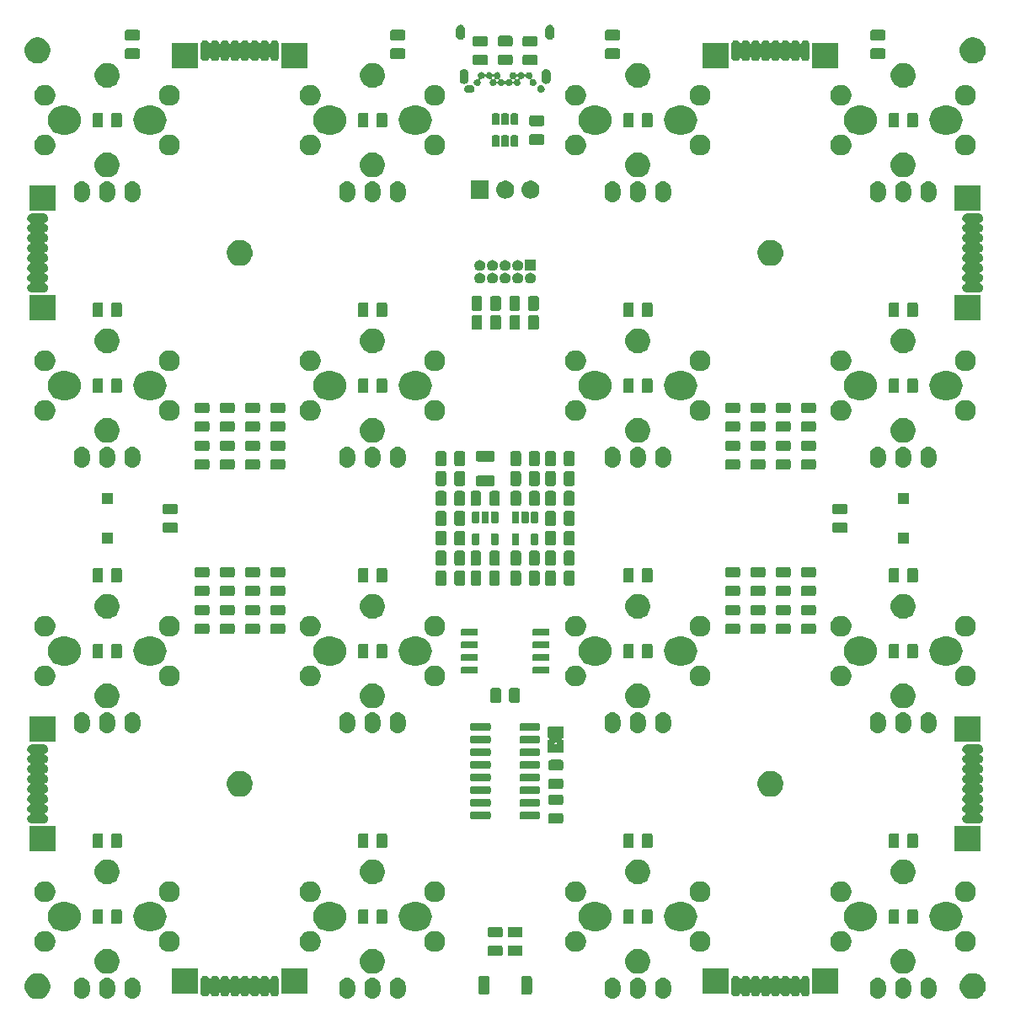
<source format=gbr>
G04 #@! TF.GenerationSoftware,KiCad,Pcbnew,(5.1.2)-2*
G04 #@! TF.CreationDate,2020-03-23T14:02:15+01:00*
G04 #@! TF.ProjectId,PO16_BU16,504f3136-5f42-4553-9136-2e6b69636164,rev?*
G04 #@! TF.SameCoordinates,Original*
G04 #@! TF.FileFunction,Soldermask,Bot*
G04 #@! TF.FilePolarity,Negative*
%FSLAX46Y46*%
G04 Gerber Fmt 4.6, Leading zero omitted, Abs format (unit mm)*
G04 Created by KiCad (PCBNEW (5.1.2)-2) date 2020-03-23 14:02:15*
%MOMM*%
%LPD*%
G04 APERTURE LIST*
%ADD10C,0.100000*%
G04 APERTURE END LIST*
D10*
G36*
X147379488Y-145748997D02*
G01*
X147616255Y-145847069D01*
X147616257Y-145847070D01*
X147829338Y-145989446D01*
X148010554Y-146170662D01*
X148098037Y-146301589D01*
X148152931Y-146383745D01*
X148251003Y-146620512D01*
X148301000Y-146871863D01*
X148301000Y-147128137D01*
X148251003Y-147379488D01*
X148154632Y-147612148D01*
X148152930Y-147616257D01*
X148010554Y-147829338D01*
X147829338Y-148010554D01*
X147616257Y-148152930D01*
X147616256Y-148152931D01*
X147616255Y-148152931D01*
X147379488Y-148251003D01*
X147128137Y-148301000D01*
X146871863Y-148301000D01*
X146620512Y-148251003D01*
X146383745Y-148152931D01*
X146383744Y-148152931D01*
X146383743Y-148152930D01*
X146170662Y-148010554D01*
X145989446Y-147829338D01*
X145847070Y-147616257D01*
X145845368Y-147612148D01*
X145748997Y-147379488D01*
X145699000Y-147128137D01*
X145699000Y-146871863D01*
X145748997Y-146620512D01*
X145847069Y-146383745D01*
X145901964Y-146301589D01*
X145989446Y-146170662D01*
X146170662Y-145989446D01*
X146383743Y-145847070D01*
X146383745Y-145847069D01*
X146620512Y-145748997D01*
X146871863Y-145699000D01*
X147128137Y-145699000D01*
X147379488Y-145748997D01*
X147379488Y-145748997D01*
G37*
G36*
X53379488Y-145748997D02*
G01*
X53616255Y-145847069D01*
X53616257Y-145847070D01*
X53829338Y-145989446D01*
X54010554Y-146170662D01*
X54098037Y-146301589D01*
X54152931Y-146383745D01*
X54251003Y-146620512D01*
X54301000Y-146871863D01*
X54301000Y-147128137D01*
X54251003Y-147379488D01*
X54154632Y-147612148D01*
X54152930Y-147616257D01*
X54010554Y-147829338D01*
X53829338Y-148010554D01*
X53616257Y-148152930D01*
X53616256Y-148152931D01*
X53616255Y-148152931D01*
X53379488Y-148251003D01*
X53128137Y-148301000D01*
X52871863Y-148301000D01*
X52620512Y-148251003D01*
X52383745Y-148152931D01*
X52383744Y-148152931D01*
X52383743Y-148152930D01*
X52170662Y-148010554D01*
X51989446Y-147829338D01*
X51847070Y-147616257D01*
X51845368Y-147612148D01*
X51748997Y-147379488D01*
X51699000Y-147128137D01*
X51699000Y-146871863D01*
X51748997Y-146620512D01*
X51847069Y-146383745D01*
X51901964Y-146301589D01*
X51989446Y-146170662D01*
X52170662Y-145989446D01*
X52383743Y-145847070D01*
X52383745Y-145847069D01*
X52620512Y-145748997D01*
X52871863Y-145699000D01*
X53128137Y-145699000D01*
X53379488Y-145748997D01*
X53379488Y-145748997D01*
G37*
G36*
X110952022Y-146165590D02*
G01*
X111103014Y-146211393D01*
X111242161Y-146285769D01*
X111242162Y-146285770D01*
X111242164Y-146285771D01*
X111364133Y-146385867D01*
X111464229Y-146507835D01*
X111464230Y-146507837D01*
X111464231Y-146507838D01*
X111538607Y-146646985D01*
X111538607Y-146646986D01*
X111538608Y-146646988D01*
X111584410Y-146797977D01*
X111596000Y-146915655D01*
X111596000Y-147494345D01*
X111584410Y-147612023D01*
X111546881Y-147735741D01*
X111538607Y-147763015D01*
X111464231Y-147902162D01*
X111464229Y-147902165D01*
X111364133Y-148024133D01*
X111242165Y-148124229D01*
X111242163Y-148124230D01*
X111242162Y-148124231D01*
X111103015Y-148198607D01*
X110952023Y-148244410D01*
X110795000Y-148259875D01*
X110637978Y-148244410D01*
X110486989Y-148198608D01*
X110486986Y-148198607D01*
X110347839Y-148124231D01*
X110347838Y-148124230D01*
X110347836Y-148124229D01*
X110225868Y-148024133D01*
X110125771Y-147902165D01*
X110061117Y-147781206D01*
X110051393Y-147763015D01*
X110043120Y-147735741D01*
X110005590Y-147612023D01*
X109994000Y-147494345D01*
X109994000Y-146915656D01*
X110005590Y-146797978D01*
X110051392Y-146646989D01*
X110051393Y-146646986D01*
X110125769Y-146507839D01*
X110125772Y-146507835D01*
X110225867Y-146385867D01*
X110347835Y-146285771D01*
X110347837Y-146285770D01*
X110347838Y-146285769D01*
X110486985Y-146211393D01*
X110637977Y-146165590D01*
X110795000Y-146150125D01*
X110952022Y-146165590D01*
X110952022Y-146165590D01*
G37*
G36*
X86822022Y-146165590D02*
G01*
X86973014Y-146211393D01*
X87112161Y-146285769D01*
X87112162Y-146285770D01*
X87112164Y-146285771D01*
X87234133Y-146385867D01*
X87334229Y-146507835D01*
X87334230Y-146507837D01*
X87334231Y-146507838D01*
X87408607Y-146646985D01*
X87408607Y-146646986D01*
X87408608Y-146646988D01*
X87454410Y-146797977D01*
X87466000Y-146915655D01*
X87466000Y-147494345D01*
X87454410Y-147612023D01*
X87416881Y-147735741D01*
X87408607Y-147763015D01*
X87334231Y-147902162D01*
X87334229Y-147902165D01*
X87234133Y-148024133D01*
X87112165Y-148124229D01*
X87112163Y-148124230D01*
X87112162Y-148124231D01*
X86973015Y-148198607D01*
X86822023Y-148244410D01*
X86665000Y-148259875D01*
X86507978Y-148244410D01*
X86356989Y-148198608D01*
X86356986Y-148198607D01*
X86217839Y-148124231D01*
X86217838Y-148124230D01*
X86217836Y-148124229D01*
X86095868Y-148024133D01*
X85995771Y-147902165D01*
X85931117Y-147781206D01*
X85921393Y-147763015D01*
X85913120Y-147735741D01*
X85875590Y-147612023D01*
X85864000Y-147494345D01*
X85864000Y-146915656D01*
X85875590Y-146797978D01*
X85921392Y-146646989D01*
X85921393Y-146646986D01*
X85995769Y-146507839D01*
X85995772Y-146507835D01*
X86095867Y-146385867D01*
X86217835Y-146285771D01*
X86217837Y-146285770D01*
X86217838Y-146285769D01*
X86356985Y-146211393D01*
X86507977Y-146165590D01*
X86665000Y-146150125D01*
X86822022Y-146165590D01*
X86822022Y-146165590D01*
G37*
G36*
X89362022Y-146165590D02*
G01*
X89513014Y-146211393D01*
X89652161Y-146285769D01*
X89652162Y-146285770D01*
X89652164Y-146285771D01*
X89774133Y-146385867D01*
X89874229Y-146507835D01*
X89874230Y-146507837D01*
X89874231Y-146507838D01*
X89948607Y-146646985D01*
X89948607Y-146646986D01*
X89948608Y-146646988D01*
X89994410Y-146797977D01*
X90006000Y-146915655D01*
X90006000Y-147494345D01*
X89994410Y-147612023D01*
X89956881Y-147735741D01*
X89948607Y-147763015D01*
X89874231Y-147902162D01*
X89874229Y-147902165D01*
X89774133Y-148024133D01*
X89652165Y-148124229D01*
X89652163Y-148124230D01*
X89652162Y-148124231D01*
X89513015Y-148198607D01*
X89362023Y-148244410D01*
X89205000Y-148259875D01*
X89047978Y-148244410D01*
X88896989Y-148198608D01*
X88896986Y-148198607D01*
X88757839Y-148124231D01*
X88757838Y-148124230D01*
X88757836Y-148124229D01*
X88635868Y-148024133D01*
X88535771Y-147902165D01*
X88471117Y-147781206D01*
X88461393Y-147763015D01*
X88453120Y-147735741D01*
X88415590Y-147612023D01*
X88404000Y-147494345D01*
X88404000Y-146915656D01*
X88415590Y-146797978D01*
X88461392Y-146646989D01*
X88461393Y-146646986D01*
X88535769Y-146507839D01*
X88535772Y-146507835D01*
X88635867Y-146385867D01*
X88757835Y-146285771D01*
X88757837Y-146285770D01*
X88757838Y-146285769D01*
X88896985Y-146211393D01*
X89047977Y-146165590D01*
X89205000Y-146150125D01*
X89362022Y-146165590D01*
X89362022Y-146165590D01*
G37*
G36*
X113492022Y-146165590D02*
G01*
X113643014Y-146211393D01*
X113782161Y-146285769D01*
X113782162Y-146285770D01*
X113782164Y-146285771D01*
X113904133Y-146385867D01*
X114004229Y-146507835D01*
X114004230Y-146507837D01*
X114004231Y-146507838D01*
X114078607Y-146646985D01*
X114078607Y-146646986D01*
X114078608Y-146646988D01*
X114124410Y-146797977D01*
X114136000Y-146915655D01*
X114136000Y-147494345D01*
X114124410Y-147612023D01*
X114086881Y-147735741D01*
X114078607Y-147763015D01*
X114004231Y-147902162D01*
X114004229Y-147902165D01*
X113904133Y-148024133D01*
X113782165Y-148124229D01*
X113782163Y-148124230D01*
X113782162Y-148124231D01*
X113643015Y-148198607D01*
X113492023Y-148244410D01*
X113335000Y-148259875D01*
X113177978Y-148244410D01*
X113026989Y-148198608D01*
X113026986Y-148198607D01*
X112887839Y-148124231D01*
X112887838Y-148124230D01*
X112887836Y-148124229D01*
X112765868Y-148024133D01*
X112665771Y-147902165D01*
X112601117Y-147781206D01*
X112591393Y-147763015D01*
X112583120Y-147735741D01*
X112545590Y-147612023D01*
X112534000Y-147494345D01*
X112534000Y-146915656D01*
X112545590Y-146797978D01*
X112591392Y-146646989D01*
X112591393Y-146646986D01*
X112665769Y-146507839D01*
X112665772Y-146507835D01*
X112765867Y-146385867D01*
X112887835Y-146285771D01*
X112887837Y-146285770D01*
X112887838Y-146285769D01*
X113026985Y-146211393D01*
X113177977Y-146165590D01*
X113335000Y-146150125D01*
X113492022Y-146165590D01*
X113492022Y-146165590D01*
G37*
G36*
X116032022Y-146165590D02*
G01*
X116183014Y-146211393D01*
X116322161Y-146285769D01*
X116322162Y-146285770D01*
X116322164Y-146285771D01*
X116444133Y-146385867D01*
X116544229Y-146507835D01*
X116544230Y-146507837D01*
X116544231Y-146507838D01*
X116618607Y-146646985D01*
X116618607Y-146646986D01*
X116618608Y-146646988D01*
X116664410Y-146797977D01*
X116676000Y-146915655D01*
X116676000Y-147494345D01*
X116664410Y-147612023D01*
X116626881Y-147735741D01*
X116618607Y-147763015D01*
X116544231Y-147902162D01*
X116544229Y-147902165D01*
X116444133Y-148024133D01*
X116322165Y-148124229D01*
X116322163Y-148124230D01*
X116322162Y-148124231D01*
X116183015Y-148198607D01*
X116032023Y-148244410D01*
X115875000Y-148259875D01*
X115717978Y-148244410D01*
X115566989Y-148198608D01*
X115566986Y-148198607D01*
X115427839Y-148124231D01*
X115427838Y-148124230D01*
X115427836Y-148124229D01*
X115305868Y-148024133D01*
X115205771Y-147902165D01*
X115141117Y-147781206D01*
X115131393Y-147763015D01*
X115123120Y-147735741D01*
X115085590Y-147612023D01*
X115074000Y-147494345D01*
X115074000Y-146915656D01*
X115085590Y-146797978D01*
X115131392Y-146646989D01*
X115131393Y-146646986D01*
X115205769Y-146507839D01*
X115205772Y-146507835D01*
X115305867Y-146385867D01*
X115427835Y-146285771D01*
X115427837Y-146285770D01*
X115427838Y-146285769D01*
X115566985Y-146211393D01*
X115717977Y-146165590D01*
X115875000Y-146150125D01*
X116032022Y-146165590D01*
X116032022Y-146165590D01*
G37*
G36*
X137622022Y-146165590D02*
G01*
X137773014Y-146211393D01*
X137912161Y-146285769D01*
X137912162Y-146285770D01*
X137912164Y-146285771D01*
X138034133Y-146385867D01*
X138134229Y-146507835D01*
X138134230Y-146507837D01*
X138134231Y-146507838D01*
X138208607Y-146646985D01*
X138208607Y-146646986D01*
X138208608Y-146646988D01*
X138254410Y-146797977D01*
X138266000Y-146915655D01*
X138266000Y-147494345D01*
X138254410Y-147612023D01*
X138216881Y-147735741D01*
X138208607Y-147763015D01*
X138134231Y-147902162D01*
X138134229Y-147902165D01*
X138034133Y-148024133D01*
X137912165Y-148124229D01*
X137912163Y-148124230D01*
X137912162Y-148124231D01*
X137773015Y-148198607D01*
X137622023Y-148244410D01*
X137465000Y-148259875D01*
X137307978Y-148244410D01*
X137156989Y-148198608D01*
X137156986Y-148198607D01*
X137017839Y-148124231D01*
X137017838Y-148124230D01*
X137017836Y-148124229D01*
X136895868Y-148024133D01*
X136795771Y-147902165D01*
X136731117Y-147781206D01*
X136721393Y-147763015D01*
X136713120Y-147735741D01*
X136675590Y-147612023D01*
X136664000Y-147494345D01*
X136664000Y-146915656D01*
X136675590Y-146797978D01*
X136721392Y-146646989D01*
X136721393Y-146646986D01*
X136795769Y-146507839D01*
X136795772Y-146507835D01*
X136895867Y-146385867D01*
X137017835Y-146285771D01*
X137017837Y-146285770D01*
X137017838Y-146285769D01*
X137156985Y-146211393D01*
X137307977Y-146165590D01*
X137465000Y-146150125D01*
X137622022Y-146165590D01*
X137622022Y-146165590D01*
G37*
G36*
X140162022Y-146165590D02*
G01*
X140313014Y-146211393D01*
X140452161Y-146285769D01*
X140452162Y-146285770D01*
X140452164Y-146285771D01*
X140574133Y-146385867D01*
X140674229Y-146507835D01*
X140674230Y-146507837D01*
X140674231Y-146507838D01*
X140748607Y-146646985D01*
X140748607Y-146646986D01*
X140748608Y-146646988D01*
X140794410Y-146797977D01*
X140806000Y-146915655D01*
X140806000Y-147494345D01*
X140794410Y-147612023D01*
X140756881Y-147735741D01*
X140748607Y-147763015D01*
X140674231Y-147902162D01*
X140674229Y-147902165D01*
X140574133Y-148024133D01*
X140452165Y-148124229D01*
X140452163Y-148124230D01*
X140452162Y-148124231D01*
X140313015Y-148198607D01*
X140162023Y-148244410D01*
X140005000Y-148259875D01*
X139847978Y-148244410D01*
X139696989Y-148198608D01*
X139696986Y-148198607D01*
X139557839Y-148124231D01*
X139557838Y-148124230D01*
X139557836Y-148124229D01*
X139435868Y-148024133D01*
X139335771Y-147902165D01*
X139271117Y-147781206D01*
X139261393Y-147763015D01*
X139253120Y-147735741D01*
X139215590Y-147612023D01*
X139204000Y-147494345D01*
X139204000Y-146915656D01*
X139215590Y-146797978D01*
X139261392Y-146646989D01*
X139261393Y-146646986D01*
X139335769Y-146507839D01*
X139335772Y-146507835D01*
X139435867Y-146385867D01*
X139557835Y-146285771D01*
X139557837Y-146285770D01*
X139557838Y-146285769D01*
X139696985Y-146211393D01*
X139847977Y-146165590D01*
X140005000Y-146150125D01*
X140162022Y-146165590D01*
X140162022Y-146165590D01*
G37*
G36*
X142702022Y-146165590D02*
G01*
X142853014Y-146211393D01*
X142992161Y-146285769D01*
X142992162Y-146285770D01*
X142992164Y-146285771D01*
X143114133Y-146385867D01*
X143214229Y-146507835D01*
X143214230Y-146507837D01*
X143214231Y-146507838D01*
X143288607Y-146646985D01*
X143288607Y-146646986D01*
X143288608Y-146646988D01*
X143334410Y-146797977D01*
X143346000Y-146915655D01*
X143346000Y-147494345D01*
X143334410Y-147612023D01*
X143296881Y-147735741D01*
X143288607Y-147763015D01*
X143214231Y-147902162D01*
X143214229Y-147902165D01*
X143114133Y-148024133D01*
X142992165Y-148124229D01*
X142992163Y-148124230D01*
X142992162Y-148124231D01*
X142853015Y-148198607D01*
X142702023Y-148244410D01*
X142545000Y-148259875D01*
X142387978Y-148244410D01*
X142236989Y-148198608D01*
X142236986Y-148198607D01*
X142097839Y-148124231D01*
X142097838Y-148124230D01*
X142097836Y-148124229D01*
X141975868Y-148024133D01*
X141875771Y-147902165D01*
X141811117Y-147781206D01*
X141801393Y-147763015D01*
X141793120Y-147735741D01*
X141755590Y-147612023D01*
X141744000Y-147494345D01*
X141744000Y-146915656D01*
X141755590Y-146797978D01*
X141801392Y-146646989D01*
X141801393Y-146646986D01*
X141875769Y-146507839D01*
X141875772Y-146507835D01*
X141975867Y-146385867D01*
X142097835Y-146285771D01*
X142097837Y-146285770D01*
X142097838Y-146285769D01*
X142236985Y-146211393D01*
X142387977Y-146165590D01*
X142545000Y-146150125D01*
X142702022Y-146165590D01*
X142702022Y-146165590D01*
G37*
G36*
X62692022Y-146165590D02*
G01*
X62843014Y-146211393D01*
X62982161Y-146285769D01*
X62982162Y-146285770D01*
X62982164Y-146285771D01*
X63104133Y-146385867D01*
X63204229Y-146507835D01*
X63204230Y-146507837D01*
X63204231Y-146507838D01*
X63278607Y-146646985D01*
X63278607Y-146646986D01*
X63278608Y-146646988D01*
X63324410Y-146797977D01*
X63336000Y-146915655D01*
X63336000Y-147494345D01*
X63324410Y-147612023D01*
X63286881Y-147735741D01*
X63278607Y-147763015D01*
X63204231Y-147902162D01*
X63204229Y-147902165D01*
X63104133Y-148024133D01*
X62982165Y-148124229D01*
X62982163Y-148124230D01*
X62982162Y-148124231D01*
X62843015Y-148198607D01*
X62692023Y-148244410D01*
X62535000Y-148259875D01*
X62377978Y-148244410D01*
X62226989Y-148198608D01*
X62226986Y-148198607D01*
X62087839Y-148124231D01*
X62087838Y-148124230D01*
X62087836Y-148124229D01*
X61965868Y-148024133D01*
X61865771Y-147902165D01*
X61801117Y-147781206D01*
X61791393Y-147763015D01*
X61783120Y-147735741D01*
X61745590Y-147612023D01*
X61734000Y-147494345D01*
X61734000Y-146915656D01*
X61745590Y-146797978D01*
X61791392Y-146646989D01*
X61791393Y-146646986D01*
X61865769Y-146507839D01*
X61865772Y-146507835D01*
X61965867Y-146385867D01*
X62087835Y-146285771D01*
X62087837Y-146285770D01*
X62087838Y-146285769D01*
X62226985Y-146211393D01*
X62377977Y-146165590D01*
X62535000Y-146150125D01*
X62692022Y-146165590D01*
X62692022Y-146165590D01*
G37*
G36*
X60152022Y-146165590D02*
G01*
X60303014Y-146211393D01*
X60442161Y-146285769D01*
X60442162Y-146285770D01*
X60442164Y-146285771D01*
X60564133Y-146385867D01*
X60664229Y-146507835D01*
X60664230Y-146507837D01*
X60664231Y-146507838D01*
X60738607Y-146646985D01*
X60738607Y-146646986D01*
X60738608Y-146646988D01*
X60784410Y-146797977D01*
X60796000Y-146915655D01*
X60796000Y-147494345D01*
X60784410Y-147612023D01*
X60746881Y-147735741D01*
X60738607Y-147763015D01*
X60664231Y-147902162D01*
X60664229Y-147902165D01*
X60564133Y-148024133D01*
X60442165Y-148124229D01*
X60442163Y-148124230D01*
X60442162Y-148124231D01*
X60303015Y-148198607D01*
X60152023Y-148244410D01*
X59995000Y-148259875D01*
X59837978Y-148244410D01*
X59686989Y-148198608D01*
X59686986Y-148198607D01*
X59547839Y-148124231D01*
X59547838Y-148124230D01*
X59547836Y-148124229D01*
X59425868Y-148024133D01*
X59325771Y-147902165D01*
X59261117Y-147781206D01*
X59251393Y-147763015D01*
X59243120Y-147735741D01*
X59205590Y-147612023D01*
X59194000Y-147494345D01*
X59194000Y-146915656D01*
X59205590Y-146797978D01*
X59251392Y-146646989D01*
X59251393Y-146646986D01*
X59325769Y-146507839D01*
X59325772Y-146507835D01*
X59425867Y-146385867D01*
X59547835Y-146285771D01*
X59547837Y-146285770D01*
X59547838Y-146285769D01*
X59686985Y-146211393D01*
X59837977Y-146165590D01*
X59995000Y-146150125D01*
X60152022Y-146165590D01*
X60152022Y-146165590D01*
G37*
G36*
X57612022Y-146165590D02*
G01*
X57763014Y-146211393D01*
X57902161Y-146285769D01*
X57902162Y-146285770D01*
X57902164Y-146285771D01*
X58024133Y-146385867D01*
X58124229Y-146507835D01*
X58124230Y-146507837D01*
X58124231Y-146507838D01*
X58198607Y-146646985D01*
X58198607Y-146646986D01*
X58198608Y-146646988D01*
X58244410Y-146797977D01*
X58256000Y-146915655D01*
X58256000Y-147494345D01*
X58244410Y-147612023D01*
X58206881Y-147735741D01*
X58198607Y-147763015D01*
X58124231Y-147902162D01*
X58124229Y-147902165D01*
X58024133Y-148024133D01*
X57902165Y-148124229D01*
X57902163Y-148124230D01*
X57902162Y-148124231D01*
X57763015Y-148198607D01*
X57612023Y-148244410D01*
X57455000Y-148259875D01*
X57297978Y-148244410D01*
X57146989Y-148198608D01*
X57146986Y-148198607D01*
X57007839Y-148124231D01*
X57007838Y-148124230D01*
X57007836Y-148124229D01*
X56885868Y-148024133D01*
X56785771Y-147902165D01*
X56721117Y-147781206D01*
X56711393Y-147763015D01*
X56703120Y-147735741D01*
X56665590Y-147612023D01*
X56654000Y-147494345D01*
X56654000Y-146915656D01*
X56665590Y-146797978D01*
X56711392Y-146646989D01*
X56711393Y-146646986D01*
X56785769Y-146507839D01*
X56785772Y-146507835D01*
X56885867Y-146385867D01*
X57007835Y-146285771D01*
X57007837Y-146285770D01*
X57007838Y-146285769D01*
X57146985Y-146211393D01*
X57297977Y-146165590D01*
X57455000Y-146150125D01*
X57612022Y-146165590D01*
X57612022Y-146165590D01*
G37*
G36*
X84282022Y-146165590D02*
G01*
X84433014Y-146211393D01*
X84572161Y-146285769D01*
X84572162Y-146285770D01*
X84572164Y-146285771D01*
X84694133Y-146385867D01*
X84794229Y-146507835D01*
X84794230Y-146507837D01*
X84794231Y-146507838D01*
X84868607Y-146646985D01*
X84868607Y-146646986D01*
X84868608Y-146646988D01*
X84914410Y-146797977D01*
X84926000Y-146915655D01*
X84926000Y-147494345D01*
X84914410Y-147612023D01*
X84876881Y-147735741D01*
X84868607Y-147763015D01*
X84794231Y-147902162D01*
X84794229Y-147902165D01*
X84694133Y-148024133D01*
X84572165Y-148124229D01*
X84572163Y-148124230D01*
X84572162Y-148124231D01*
X84433015Y-148198607D01*
X84433012Y-148198608D01*
X84282023Y-148244410D01*
X84125000Y-148259875D01*
X83967978Y-148244410D01*
X83816986Y-148198607D01*
X83677839Y-148124231D01*
X83677838Y-148124230D01*
X83677836Y-148124229D01*
X83555868Y-148024133D01*
X83455771Y-147902165D01*
X83391117Y-147781206D01*
X83381393Y-147763015D01*
X83373120Y-147735741D01*
X83335590Y-147612023D01*
X83324000Y-147494345D01*
X83324000Y-146915656D01*
X83335590Y-146797978D01*
X83381392Y-146646989D01*
X83381393Y-146646986D01*
X83455769Y-146507839D01*
X83455772Y-146507835D01*
X83555867Y-146385867D01*
X83677835Y-146285771D01*
X83677837Y-146285770D01*
X83677838Y-146285769D01*
X83816985Y-146211393D01*
X83967977Y-146165590D01*
X84125000Y-146150125D01*
X84282022Y-146165590D01*
X84282022Y-146165590D01*
G37*
G36*
X130258411Y-145945526D02*
G01*
X130343425Y-145971314D01*
X130421774Y-146013193D01*
X130490448Y-146069552D01*
X130546807Y-146138226D01*
X130588686Y-146216575D01*
X130614474Y-146301589D01*
X130621000Y-146367846D01*
X130621000Y-147612154D01*
X130614474Y-147678411D01*
X130588686Y-147763425D01*
X130546807Y-147841774D01*
X130490448Y-147910448D01*
X130421773Y-147966807D01*
X130343424Y-148008686D01*
X130258410Y-148034474D01*
X130170000Y-148043182D01*
X130081589Y-148034474D01*
X129996575Y-148008686D01*
X129918226Y-147966807D01*
X129849552Y-147910448D01*
X129793193Y-147841773D01*
X129751314Y-147763424D01*
X129742913Y-147735729D01*
X129737201Y-147721941D01*
X129728902Y-147709521D01*
X129718340Y-147698958D01*
X129705920Y-147690659D01*
X129692119Y-147684943D01*
X129677469Y-147682029D01*
X129662531Y-147682029D01*
X129647880Y-147684943D01*
X129634080Y-147690660D01*
X129621660Y-147698959D01*
X129611097Y-147709521D01*
X129602798Y-147721941D01*
X129597087Y-147735730D01*
X129588686Y-147763425D01*
X129546807Y-147841774D01*
X129490448Y-147910448D01*
X129421773Y-147966807D01*
X129343424Y-148008686D01*
X129258410Y-148034474D01*
X129170000Y-148043182D01*
X129081589Y-148034474D01*
X128996575Y-148008686D01*
X128918226Y-147966807D01*
X128849552Y-147910448D01*
X128793193Y-147841773D01*
X128751314Y-147763424D01*
X128742913Y-147735729D01*
X128737201Y-147721941D01*
X128728902Y-147709521D01*
X128718340Y-147698958D01*
X128705920Y-147690659D01*
X128692119Y-147684943D01*
X128677469Y-147682029D01*
X128662531Y-147682029D01*
X128647880Y-147684943D01*
X128634080Y-147690660D01*
X128621660Y-147698959D01*
X128611097Y-147709521D01*
X128602798Y-147721941D01*
X128597087Y-147735730D01*
X128588686Y-147763425D01*
X128546807Y-147841774D01*
X128490448Y-147910448D01*
X128421773Y-147966807D01*
X128343424Y-148008686D01*
X128258410Y-148034474D01*
X128170000Y-148043182D01*
X128081589Y-148034474D01*
X127996575Y-148008686D01*
X127918226Y-147966807D01*
X127849552Y-147910448D01*
X127793193Y-147841773D01*
X127751314Y-147763424D01*
X127742913Y-147735729D01*
X127737201Y-147721941D01*
X127728902Y-147709521D01*
X127718340Y-147698958D01*
X127705920Y-147690659D01*
X127692119Y-147684943D01*
X127677469Y-147682029D01*
X127662531Y-147682029D01*
X127647880Y-147684943D01*
X127634080Y-147690660D01*
X127621660Y-147698959D01*
X127611097Y-147709521D01*
X127602798Y-147721941D01*
X127597087Y-147735730D01*
X127588686Y-147763425D01*
X127546807Y-147841774D01*
X127490448Y-147910448D01*
X127421773Y-147966807D01*
X127343424Y-148008686D01*
X127258410Y-148034474D01*
X127170000Y-148043182D01*
X127081589Y-148034474D01*
X126996575Y-148008686D01*
X126918226Y-147966807D01*
X126849552Y-147910448D01*
X126793193Y-147841773D01*
X126751314Y-147763424D01*
X126742913Y-147735729D01*
X126737201Y-147721941D01*
X126728902Y-147709521D01*
X126718340Y-147698958D01*
X126705920Y-147690659D01*
X126692119Y-147684943D01*
X126677469Y-147682029D01*
X126662531Y-147682029D01*
X126647880Y-147684943D01*
X126634080Y-147690660D01*
X126621660Y-147698959D01*
X126611097Y-147709521D01*
X126602798Y-147721941D01*
X126597087Y-147735730D01*
X126588686Y-147763425D01*
X126546807Y-147841774D01*
X126490448Y-147910448D01*
X126421773Y-147966807D01*
X126343424Y-148008686D01*
X126258410Y-148034474D01*
X126170000Y-148043182D01*
X126081589Y-148034474D01*
X125996575Y-148008686D01*
X125918226Y-147966807D01*
X125849552Y-147910448D01*
X125793193Y-147841773D01*
X125751314Y-147763424D01*
X125742913Y-147735729D01*
X125737201Y-147721941D01*
X125728902Y-147709521D01*
X125718340Y-147698958D01*
X125705920Y-147690659D01*
X125692119Y-147684943D01*
X125677469Y-147682029D01*
X125662531Y-147682029D01*
X125647880Y-147684943D01*
X125634080Y-147690660D01*
X125621660Y-147698959D01*
X125611097Y-147709521D01*
X125602798Y-147721941D01*
X125597087Y-147735730D01*
X125588686Y-147763425D01*
X125546807Y-147841774D01*
X125490448Y-147910448D01*
X125421773Y-147966807D01*
X125343424Y-148008686D01*
X125258410Y-148034474D01*
X125170000Y-148043182D01*
X125081589Y-148034474D01*
X124996575Y-148008686D01*
X124918226Y-147966807D01*
X124849552Y-147910448D01*
X124793193Y-147841773D01*
X124751314Y-147763424D01*
X124742913Y-147735729D01*
X124737201Y-147721941D01*
X124728902Y-147709521D01*
X124718340Y-147698958D01*
X124705920Y-147690659D01*
X124692119Y-147684943D01*
X124677469Y-147682029D01*
X124662531Y-147682029D01*
X124647880Y-147684943D01*
X124634080Y-147690660D01*
X124621660Y-147698959D01*
X124611097Y-147709521D01*
X124602798Y-147721941D01*
X124597087Y-147735730D01*
X124588686Y-147763425D01*
X124546807Y-147841774D01*
X124490448Y-147910448D01*
X124421773Y-147966807D01*
X124343424Y-148008686D01*
X124258410Y-148034474D01*
X124170000Y-148043182D01*
X124081589Y-148034474D01*
X123996575Y-148008686D01*
X123918226Y-147966807D01*
X123849552Y-147910448D01*
X123793193Y-147841773D01*
X123751314Y-147763424D01*
X123742913Y-147735729D01*
X123737201Y-147721941D01*
X123728902Y-147709521D01*
X123718340Y-147698958D01*
X123705920Y-147690659D01*
X123692119Y-147684943D01*
X123677469Y-147682029D01*
X123662531Y-147682029D01*
X123647880Y-147684943D01*
X123634080Y-147690660D01*
X123621660Y-147698959D01*
X123611097Y-147709521D01*
X123602798Y-147721941D01*
X123597087Y-147735730D01*
X123588686Y-147763425D01*
X123546807Y-147841774D01*
X123490448Y-147910448D01*
X123421773Y-147966807D01*
X123343424Y-148008686D01*
X123258410Y-148034474D01*
X123170000Y-148043182D01*
X123081589Y-148034474D01*
X122996575Y-148008686D01*
X122918226Y-147966807D01*
X122849552Y-147910448D01*
X122793193Y-147841773D01*
X122751314Y-147763424D01*
X122725526Y-147678410D01*
X122719000Y-147612153D01*
X122719001Y-146367846D01*
X122725527Y-146301589D01*
X122751315Y-146216575D01*
X122793194Y-146138226D01*
X122849553Y-146069552D01*
X122918227Y-146013193D01*
X122996576Y-145971314D01*
X123081590Y-145945526D01*
X123170000Y-145936818D01*
X123258411Y-145945526D01*
X123343425Y-145971314D01*
X123421774Y-146013193D01*
X123490448Y-146069552D01*
X123546807Y-146138226D01*
X123588686Y-146216575D01*
X123597086Y-146244268D01*
X123602800Y-146258061D01*
X123611099Y-146270481D01*
X123621662Y-146281043D01*
X123634082Y-146289342D01*
X123647883Y-146295058D01*
X123662533Y-146297972D01*
X123677471Y-146297972D01*
X123692121Y-146295058D01*
X123705922Y-146289341D01*
X123718342Y-146281042D01*
X123728904Y-146270479D01*
X123737203Y-146258059D01*
X123742914Y-146244270D01*
X123751315Y-146216575D01*
X123793194Y-146138226D01*
X123849553Y-146069552D01*
X123918227Y-146013193D01*
X123996576Y-145971314D01*
X124081590Y-145945526D01*
X124170000Y-145936818D01*
X124258411Y-145945526D01*
X124343425Y-145971314D01*
X124421774Y-146013193D01*
X124490448Y-146069552D01*
X124546807Y-146138226D01*
X124588686Y-146216575D01*
X124597086Y-146244268D01*
X124602800Y-146258061D01*
X124611099Y-146270481D01*
X124621662Y-146281043D01*
X124634082Y-146289342D01*
X124647883Y-146295058D01*
X124662533Y-146297972D01*
X124677471Y-146297972D01*
X124692121Y-146295058D01*
X124705922Y-146289341D01*
X124718342Y-146281042D01*
X124728904Y-146270479D01*
X124737203Y-146258059D01*
X124742914Y-146244270D01*
X124751315Y-146216575D01*
X124793194Y-146138226D01*
X124849553Y-146069552D01*
X124918227Y-146013193D01*
X124996576Y-145971314D01*
X125081590Y-145945526D01*
X125170000Y-145936818D01*
X125258411Y-145945526D01*
X125343425Y-145971314D01*
X125421774Y-146013193D01*
X125490448Y-146069552D01*
X125546807Y-146138226D01*
X125588686Y-146216575D01*
X125597086Y-146244268D01*
X125602800Y-146258061D01*
X125611099Y-146270481D01*
X125621662Y-146281043D01*
X125634082Y-146289342D01*
X125647883Y-146295058D01*
X125662533Y-146297972D01*
X125677471Y-146297972D01*
X125692121Y-146295058D01*
X125705922Y-146289341D01*
X125718342Y-146281042D01*
X125728904Y-146270479D01*
X125737203Y-146258059D01*
X125742914Y-146244270D01*
X125751315Y-146216575D01*
X125793194Y-146138226D01*
X125849553Y-146069552D01*
X125918227Y-146013193D01*
X125996576Y-145971314D01*
X126081590Y-145945526D01*
X126170000Y-145936818D01*
X126258411Y-145945526D01*
X126343425Y-145971314D01*
X126421774Y-146013193D01*
X126490448Y-146069552D01*
X126546807Y-146138226D01*
X126588686Y-146216575D01*
X126597086Y-146244268D01*
X126602800Y-146258061D01*
X126611099Y-146270481D01*
X126621662Y-146281043D01*
X126634082Y-146289342D01*
X126647883Y-146295058D01*
X126662533Y-146297972D01*
X126677471Y-146297972D01*
X126692121Y-146295058D01*
X126705922Y-146289341D01*
X126718342Y-146281042D01*
X126728904Y-146270479D01*
X126737203Y-146258059D01*
X126742914Y-146244270D01*
X126751315Y-146216575D01*
X126793194Y-146138226D01*
X126849553Y-146069552D01*
X126918227Y-146013193D01*
X126996576Y-145971314D01*
X127081590Y-145945526D01*
X127170000Y-145936818D01*
X127258411Y-145945526D01*
X127343425Y-145971314D01*
X127421774Y-146013193D01*
X127490448Y-146069552D01*
X127546807Y-146138226D01*
X127588686Y-146216575D01*
X127597086Y-146244268D01*
X127602800Y-146258061D01*
X127611099Y-146270481D01*
X127621662Y-146281043D01*
X127634082Y-146289342D01*
X127647883Y-146295058D01*
X127662533Y-146297972D01*
X127677471Y-146297972D01*
X127692121Y-146295058D01*
X127705922Y-146289341D01*
X127718342Y-146281042D01*
X127728904Y-146270479D01*
X127737203Y-146258059D01*
X127742914Y-146244270D01*
X127751315Y-146216575D01*
X127793194Y-146138226D01*
X127849553Y-146069552D01*
X127918227Y-146013193D01*
X127996576Y-145971314D01*
X128081590Y-145945526D01*
X128170000Y-145936818D01*
X128258411Y-145945526D01*
X128343425Y-145971314D01*
X128421774Y-146013193D01*
X128490448Y-146069552D01*
X128546807Y-146138226D01*
X128588686Y-146216575D01*
X128597086Y-146244268D01*
X128602800Y-146258061D01*
X128611099Y-146270481D01*
X128621662Y-146281043D01*
X128634082Y-146289342D01*
X128647883Y-146295058D01*
X128662533Y-146297972D01*
X128677471Y-146297972D01*
X128692121Y-146295058D01*
X128705922Y-146289341D01*
X128718342Y-146281042D01*
X128728904Y-146270479D01*
X128737203Y-146258059D01*
X128742914Y-146244270D01*
X128751315Y-146216575D01*
X128793194Y-146138226D01*
X128849553Y-146069552D01*
X128918227Y-146013193D01*
X128996576Y-145971314D01*
X129081590Y-145945526D01*
X129170000Y-145936818D01*
X129258411Y-145945526D01*
X129343425Y-145971314D01*
X129421774Y-146013193D01*
X129490448Y-146069552D01*
X129546807Y-146138226D01*
X129588686Y-146216575D01*
X129597086Y-146244268D01*
X129602800Y-146258061D01*
X129611099Y-146270481D01*
X129621662Y-146281043D01*
X129634082Y-146289342D01*
X129647883Y-146295058D01*
X129662533Y-146297972D01*
X129677471Y-146297972D01*
X129692121Y-146295058D01*
X129705922Y-146289341D01*
X129718342Y-146281042D01*
X129728904Y-146270479D01*
X129737203Y-146258059D01*
X129742914Y-146244270D01*
X129751315Y-146216575D01*
X129793194Y-146138226D01*
X129849553Y-146069552D01*
X129918227Y-146013193D01*
X129996576Y-145971314D01*
X130081590Y-145945526D01*
X130170000Y-145936818D01*
X130258411Y-145945526D01*
X130258411Y-145945526D01*
G37*
G36*
X76918411Y-145945526D02*
G01*
X77003425Y-145971314D01*
X77081774Y-146013193D01*
X77150448Y-146069552D01*
X77206807Y-146138226D01*
X77248686Y-146216575D01*
X77274474Y-146301589D01*
X77281000Y-146367846D01*
X77281000Y-147612154D01*
X77274474Y-147678411D01*
X77248686Y-147763425D01*
X77206807Y-147841774D01*
X77150448Y-147910448D01*
X77081773Y-147966807D01*
X77003424Y-148008686D01*
X76918410Y-148034474D01*
X76830000Y-148043182D01*
X76741589Y-148034474D01*
X76656575Y-148008686D01*
X76578226Y-147966807D01*
X76509552Y-147910448D01*
X76453193Y-147841773D01*
X76411314Y-147763424D01*
X76402913Y-147735729D01*
X76397201Y-147721941D01*
X76388902Y-147709521D01*
X76378340Y-147698958D01*
X76365920Y-147690659D01*
X76352119Y-147684943D01*
X76337469Y-147682029D01*
X76322531Y-147682029D01*
X76307880Y-147684943D01*
X76294080Y-147690660D01*
X76281660Y-147698959D01*
X76271097Y-147709521D01*
X76262798Y-147721941D01*
X76257087Y-147735730D01*
X76248686Y-147763425D01*
X76206807Y-147841774D01*
X76150448Y-147910448D01*
X76081773Y-147966807D01*
X76003424Y-148008686D01*
X75918410Y-148034474D01*
X75830000Y-148043182D01*
X75741589Y-148034474D01*
X75656575Y-148008686D01*
X75578226Y-147966807D01*
X75509552Y-147910448D01*
X75453193Y-147841773D01*
X75411314Y-147763424D01*
X75402913Y-147735729D01*
X75397201Y-147721941D01*
X75388902Y-147709521D01*
X75378340Y-147698958D01*
X75365920Y-147690659D01*
X75352119Y-147684943D01*
X75337469Y-147682029D01*
X75322531Y-147682029D01*
X75307880Y-147684943D01*
X75294080Y-147690660D01*
X75281660Y-147698959D01*
X75271097Y-147709521D01*
X75262798Y-147721941D01*
X75257087Y-147735730D01*
X75248686Y-147763425D01*
X75206807Y-147841774D01*
X75150448Y-147910448D01*
X75081773Y-147966807D01*
X75003424Y-148008686D01*
X74918410Y-148034474D01*
X74830000Y-148043182D01*
X74741589Y-148034474D01*
X74656575Y-148008686D01*
X74578226Y-147966807D01*
X74509552Y-147910448D01*
X74453193Y-147841773D01*
X74411314Y-147763424D01*
X74402913Y-147735729D01*
X74397201Y-147721941D01*
X74388902Y-147709521D01*
X74378340Y-147698958D01*
X74365920Y-147690659D01*
X74352119Y-147684943D01*
X74337469Y-147682029D01*
X74322531Y-147682029D01*
X74307880Y-147684943D01*
X74294080Y-147690660D01*
X74281660Y-147698959D01*
X74271097Y-147709521D01*
X74262798Y-147721941D01*
X74257087Y-147735730D01*
X74248686Y-147763425D01*
X74206807Y-147841774D01*
X74150448Y-147910448D01*
X74081773Y-147966807D01*
X74003424Y-148008686D01*
X73918410Y-148034474D01*
X73830000Y-148043182D01*
X73741589Y-148034474D01*
X73656575Y-148008686D01*
X73578226Y-147966807D01*
X73509552Y-147910448D01*
X73453193Y-147841773D01*
X73411314Y-147763424D01*
X73402913Y-147735729D01*
X73397201Y-147721941D01*
X73388902Y-147709521D01*
X73378340Y-147698958D01*
X73365920Y-147690659D01*
X73352119Y-147684943D01*
X73337469Y-147682029D01*
X73322531Y-147682029D01*
X73307880Y-147684943D01*
X73294080Y-147690660D01*
X73281660Y-147698959D01*
X73271097Y-147709521D01*
X73262798Y-147721941D01*
X73257087Y-147735730D01*
X73248686Y-147763425D01*
X73206807Y-147841774D01*
X73150448Y-147910448D01*
X73081773Y-147966807D01*
X73003424Y-148008686D01*
X72918410Y-148034474D01*
X72830000Y-148043182D01*
X72741589Y-148034474D01*
X72656575Y-148008686D01*
X72578226Y-147966807D01*
X72509552Y-147910448D01*
X72453193Y-147841773D01*
X72411314Y-147763424D01*
X72402913Y-147735729D01*
X72397201Y-147721941D01*
X72388902Y-147709521D01*
X72378340Y-147698958D01*
X72365920Y-147690659D01*
X72352119Y-147684943D01*
X72337469Y-147682029D01*
X72322531Y-147682029D01*
X72307880Y-147684943D01*
X72294080Y-147690660D01*
X72281660Y-147698959D01*
X72271097Y-147709521D01*
X72262798Y-147721941D01*
X72257087Y-147735730D01*
X72248686Y-147763425D01*
X72206807Y-147841774D01*
X72150448Y-147910448D01*
X72081773Y-147966807D01*
X72003424Y-148008686D01*
X71918410Y-148034474D01*
X71830000Y-148043182D01*
X71741589Y-148034474D01*
X71656575Y-148008686D01*
X71578226Y-147966807D01*
X71509552Y-147910448D01*
X71453193Y-147841773D01*
X71411314Y-147763424D01*
X71402913Y-147735729D01*
X71397201Y-147721941D01*
X71388902Y-147709521D01*
X71378340Y-147698958D01*
X71365920Y-147690659D01*
X71352119Y-147684943D01*
X71337469Y-147682029D01*
X71322531Y-147682029D01*
X71307880Y-147684943D01*
X71294080Y-147690660D01*
X71281660Y-147698959D01*
X71271097Y-147709521D01*
X71262798Y-147721941D01*
X71257087Y-147735730D01*
X71248686Y-147763425D01*
X71206807Y-147841774D01*
X71150448Y-147910448D01*
X71081773Y-147966807D01*
X71003424Y-148008686D01*
X70918410Y-148034474D01*
X70830000Y-148043182D01*
X70741589Y-148034474D01*
X70656575Y-148008686D01*
X70578226Y-147966807D01*
X70509552Y-147910448D01*
X70453193Y-147841773D01*
X70411314Y-147763424D01*
X70402913Y-147735729D01*
X70397201Y-147721941D01*
X70388902Y-147709521D01*
X70378340Y-147698958D01*
X70365920Y-147690659D01*
X70352119Y-147684943D01*
X70337469Y-147682029D01*
X70322531Y-147682029D01*
X70307880Y-147684943D01*
X70294080Y-147690660D01*
X70281660Y-147698959D01*
X70271097Y-147709521D01*
X70262798Y-147721941D01*
X70257087Y-147735730D01*
X70248686Y-147763425D01*
X70206807Y-147841774D01*
X70150448Y-147910448D01*
X70081773Y-147966807D01*
X70003424Y-148008686D01*
X69918410Y-148034474D01*
X69830000Y-148043182D01*
X69741589Y-148034474D01*
X69656575Y-148008686D01*
X69578226Y-147966807D01*
X69509552Y-147910448D01*
X69453193Y-147841773D01*
X69411314Y-147763424D01*
X69385526Y-147678410D01*
X69379000Y-147612153D01*
X69379001Y-146367846D01*
X69385527Y-146301589D01*
X69411315Y-146216575D01*
X69453194Y-146138226D01*
X69509553Y-146069552D01*
X69578227Y-146013193D01*
X69656576Y-145971314D01*
X69741590Y-145945526D01*
X69830000Y-145936818D01*
X69918411Y-145945526D01*
X70003425Y-145971314D01*
X70081774Y-146013193D01*
X70150448Y-146069552D01*
X70206807Y-146138226D01*
X70248686Y-146216575D01*
X70257087Y-146244270D01*
X70262798Y-146258059D01*
X70271097Y-146270479D01*
X70281659Y-146281042D01*
X70294079Y-146289341D01*
X70307880Y-146295058D01*
X70322530Y-146297972D01*
X70337468Y-146297972D01*
X70352118Y-146295058D01*
X70365919Y-146289342D01*
X70378339Y-146281043D01*
X70388902Y-146270481D01*
X70397201Y-146258061D01*
X70402915Y-146244268D01*
X70411315Y-146216575D01*
X70453194Y-146138226D01*
X70509553Y-146069552D01*
X70578227Y-146013193D01*
X70656576Y-145971314D01*
X70741590Y-145945526D01*
X70830000Y-145936818D01*
X70918411Y-145945526D01*
X71003425Y-145971314D01*
X71081774Y-146013193D01*
X71150448Y-146069552D01*
X71206807Y-146138226D01*
X71248686Y-146216575D01*
X71257087Y-146244270D01*
X71262798Y-146258059D01*
X71271097Y-146270479D01*
X71281659Y-146281042D01*
X71294079Y-146289341D01*
X71307880Y-146295058D01*
X71322530Y-146297972D01*
X71337468Y-146297972D01*
X71352118Y-146295058D01*
X71365919Y-146289342D01*
X71378339Y-146281043D01*
X71388902Y-146270481D01*
X71397201Y-146258061D01*
X71402915Y-146244268D01*
X71411315Y-146216575D01*
X71453194Y-146138226D01*
X71509553Y-146069552D01*
X71578227Y-146013193D01*
X71656576Y-145971314D01*
X71741590Y-145945526D01*
X71830000Y-145936818D01*
X71918411Y-145945526D01*
X72003425Y-145971314D01*
X72081774Y-146013193D01*
X72150448Y-146069552D01*
X72206807Y-146138226D01*
X72248686Y-146216575D01*
X72257087Y-146244270D01*
X72262798Y-146258059D01*
X72271097Y-146270479D01*
X72281659Y-146281042D01*
X72294079Y-146289341D01*
X72307880Y-146295058D01*
X72322530Y-146297972D01*
X72337468Y-146297972D01*
X72352118Y-146295058D01*
X72365919Y-146289342D01*
X72378339Y-146281043D01*
X72388902Y-146270481D01*
X72397201Y-146258061D01*
X72402915Y-146244268D01*
X72411315Y-146216575D01*
X72453194Y-146138226D01*
X72509553Y-146069552D01*
X72578227Y-146013193D01*
X72656576Y-145971314D01*
X72741590Y-145945526D01*
X72830000Y-145936818D01*
X72918411Y-145945526D01*
X73003425Y-145971314D01*
X73081774Y-146013193D01*
X73150448Y-146069552D01*
X73206807Y-146138226D01*
X73248686Y-146216575D01*
X73257087Y-146244270D01*
X73262798Y-146258059D01*
X73271097Y-146270479D01*
X73281659Y-146281042D01*
X73294079Y-146289341D01*
X73307880Y-146295058D01*
X73322530Y-146297972D01*
X73337468Y-146297972D01*
X73352118Y-146295058D01*
X73365919Y-146289342D01*
X73378339Y-146281043D01*
X73388902Y-146270481D01*
X73397201Y-146258061D01*
X73402915Y-146244268D01*
X73411315Y-146216575D01*
X73453194Y-146138226D01*
X73509553Y-146069552D01*
X73578227Y-146013193D01*
X73656576Y-145971314D01*
X73741590Y-145945526D01*
X73830000Y-145936818D01*
X73918411Y-145945526D01*
X74003425Y-145971314D01*
X74081774Y-146013193D01*
X74150448Y-146069552D01*
X74206807Y-146138226D01*
X74248686Y-146216575D01*
X74257087Y-146244270D01*
X74262798Y-146258059D01*
X74271097Y-146270479D01*
X74281659Y-146281042D01*
X74294079Y-146289341D01*
X74307880Y-146295058D01*
X74322530Y-146297972D01*
X74337468Y-146297972D01*
X74352118Y-146295058D01*
X74365919Y-146289342D01*
X74378339Y-146281043D01*
X74388902Y-146270481D01*
X74397201Y-146258061D01*
X74402915Y-146244268D01*
X74411315Y-146216575D01*
X74453194Y-146138226D01*
X74509553Y-146069552D01*
X74578227Y-146013193D01*
X74656576Y-145971314D01*
X74741590Y-145945526D01*
X74830000Y-145936818D01*
X74918411Y-145945526D01*
X75003425Y-145971314D01*
X75081774Y-146013193D01*
X75150448Y-146069552D01*
X75206807Y-146138226D01*
X75248686Y-146216575D01*
X75257087Y-146244270D01*
X75262798Y-146258059D01*
X75271097Y-146270479D01*
X75281659Y-146281042D01*
X75294079Y-146289341D01*
X75307880Y-146295058D01*
X75322530Y-146297972D01*
X75337468Y-146297972D01*
X75352118Y-146295058D01*
X75365919Y-146289342D01*
X75378339Y-146281043D01*
X75388902Y-146270481D01*
X75397201Y-146258061D01*
X75402915Y-146244268D01*
X75411315Y-146216575D01*
X75453194Y-146138226D01*
X75509553Y-146069552D01*
X75578227Y-146013193D01*
X75656576Y-145971314D01*
X75741590Y-145945526D01*
X75830000Y-145936818D01*
X75918411Y-145945526D01*
X76003425Y-145971314D01*
X76081774Y-146013193D01*
X76150448Y-146069552D01*
X76206807Y-146138226D01*
X76248686Y-146216575D01*
X76257087Y-146244270D01*
X76262798Y-146258059D01*
X76271097Y-146270479D01*
X76281659Y-146281042D01*
X76294079Y-146289341D01*
X76307880Y-146295058D01*
X76322530Y-146297972D01*
X76337468Y-146297972D01*
X76352118Y-146295058D01*
X76365919Y-146289342D01*
X76378339Y-146281043D01*
X76388902Y-146270481D01*
X76397201Y-146258061D01*
X76402915Y-146244268D01*
X76411315Y-146216575D01*
X76453194Y-146138226D01*
X76509553Y-146069552D01*
X76578227Y-146013193D01*
X76656576Y-145971314D01*
X76741590Y-145945526D01*
X76830000Y-145936818D01*
X76918411Y-145945526D01*
X76918411Y-145945526D01*
G37*
G36*
X102509842Y-145953923D02*
G01*
X102554310Y-145967412D01*
X102595285Y-145989314D01*
X102631206Y-146018794D01*
X102660686Y-146054715D01*
X102682588Y-146095690D01*
X102696077Y-146140158D01*
X102701000Y-146190143D01*
X102701000Y-147609857D01*
X102696077Y-147659842D01*
X102682588Y-147704310D01*
X102660686Y-147745285D01*
X102631206Y-147781206D01*
X102595285Y-147810686D01*
X102554310Y-147832588D01*
X102509842Y-147846077D01*
X102459857Y-147851000D01*
X101840143Y-147851000D01*
X101790158Y-147846077D01*
X101745690Y-147832588D01*
X101704715Y-147810686D01*
X101668794Y-147781206D01*
X101639314Y-147745285D01*
X101617412Y-147704310D01*
X101603923Y-147659842D01*
X101599000Y-147609857D01*
X101599000Y-146190143D01*
X101603923Y-146140158D01*
X101617412Y-146095690D01*
X101639314Y-146054715D01*
X101668794Y-146018794D01*
X101704715Y-145989314D01*
X101745690Y-145967412D01*
X101790158Y-145953923D01*
X101840143Y-145949000D01*
X102459857Y-145949000D01*
X102509842Y-145953923D01*
X102509842Y-145953923D01*
G37*
G36*
X98209842Y-145953923D02*
G01*
X98254310Y-145967412D01*
X98295285Y-145989314D01*
X98331206Y-146018794D01*
X98360686Y-146054715D01*
X98382588Y-146095690D01*
X98396077Y-146140158D01*
X98401000Y-146190143D01*
X98401000Y-147609857D01*
X98396077Y-147659842D01*
X98382588Y-147704310D01*
X98360686Y-147745285D01*
X98331206Y-147781206D01*
X98295285Y-147810686D01*
X98254310Y-147832588D01*
X98209842Y-147846077D01*
X98159857Y-147851000D01*
X97540143Y-147851000D01*
X97490158Y-147846077D01*
X97445690Y-147832588D01*
X97404715Y-147810686D01*
X97368794Y-147781206D01*
X97339314Y-147745285D01*
X97317412Y-147704310D01*
X97303923Y-147659842D01*
X97299000Y-147609857D01*
X97299000Y-146190143D01*
X97303923Y-146140158D01*
X97317412Y-146095690D01*
X97339314Y-146054715D01*
X97368794Y-146018794D01*
X97404715Y-145989314D01*
X97445690Y-145967412D01*
X97490158Y-145953923D01*
X97540143Y-145949000D01*
X98159857Y-145949000D01*
X98209842Y-145953923D01*
X98209842Y-145953923D01*
G37*
G36*
X69131000Y-147791000D02*
G01*
X66529000Y-147791000D01*
X66529000Y-145189000D01*
X69131000Y-145189000D01*
X69131000Y-147791000D01*
X69131000Y-147791000D01*
G37*
G36*
X80131000Y-147791000D02*
G01*
X77529000Y-147791000D01*
X77529000Y-145189000D01*
X80131000Y-145189000D01*
X80131000Y-147791000D01*
X80131000Y-147791000D01*
G37*
G36*
X122471000Y-147791000D02*
G01*
X119869000Y-147791000D01*
X119869000Y-145189000D01*
X122471000Y-145189000D01*
X122471000Y-147791000D01*
X122471000Y-147791000D01*
G37*
G36*
X133471000Y-147791000D02*
G01*
X130869000Y-147791000D01*
X130869000Y-145189000D01*
X133471000Y-145189000D01*
X133471000Y-147791000D01*
X133471000Y-147791000D01*
G37*
G36*
X87029903Y-143302075D02*
G01*
X87257573Y-143396378D01*
X87462465Y-143533284D01*
X87636716Y-143707535D01*
X87773622Y-143912427D01*
X87867925Y-144140097D01*
X87916000Y-144381788D01*
X87916000Y-144628212D01*
X87867925Y-144869903D01*
X87773622Y-145097573D01*
X87636716Y-145302465D01*
X87462465Y-145476716D01*
X87257573Y-145613622D01*
X87051450Y-145699000D01*
X87029903Y-145707925D01*
X86788213Y-145756000D01*
X86541787Y-145756000D01*
X86300097Y-145707925D01*
X86278550Y-145699000D01*
X86072427Y-145613622D01*
X85867535Y-145476716D01*
X85693284Y-145302465D01*
X85556378Y-145097573D01*
X85462075Y-144869903D01*
X85414000Y-144628212D01*
X85414000Y-144381788D01*
X85462075Y-144140097D01*
X85556378Y-143912427D01*
X85693284Y-143707535D01*
X85867535Y-143533284D01*
X86072427Y-143396378D01*
X86300097Y-143302075D01*
X86541787Y-143254000D01*
X86788213Y-143254000D01*
X87029903Y-143302075D01*
X87029903Y-143302075D01*
G37*
G36*
X60359903Y-143302075D02*
G01*
X60587573Y-143396378D01*
X60792465Y-143533284D01*
X60966716Y-143707535D01*
X61103622Y-143912427D01*
X61197925Y-144140097D01*
X61246000Y-144381788D01*
X61246000Y-144628212D01*
X61197925Y-144869903D01*
X61103622Y-145097573D01*
X60966716Y-145302465D01*
X60792465Y-145476716D01*
X60587573Y-145613622D01*
X60381450Y-145699000D01*
X60359903Y-145707925D01*
X60118213Y-145756000D01*
X59871787Y-145756000D01*
X59630097Y-145707925D01*
X59608550Y-145699000D01*
X59402427Y-145613622D01*
X59197535Y-145476716D01*
X59023284Y-145302465D01*
X58886378Y-145097573D01*
X58792075Y-144869903D01*
X58744000Y-144628212D01*
X58744000Y-144381788D01*
X58792075Y-144140097D01*
X58886378Y-143912427D01*
X59023284Y-143707535D01*
X59197535Y-143533284D01*
X59402427Y-143396378D01*
X59630097Y-143302075D01*
X59871787Y-143254000D01*
X60118213Y-143254000D01*
X60359903Y-143302075D01*
X60359903Y-143302075D01*
G37*
G36*
X113699903Y-143302075D02*
G01*
X113927573Y-143396378D01*
X114132465Y-143533284D01*
X114306716Y-143707535D01*
X114443622Y-143912427D01*
X114537925Y-144140097D01*
X114586000Y-144381788D01*
X114586000Y-144628212D01*
X114537925Y-144869903D01*
X114443622Y-145097573D01*
X114306716Y-145302465D01*
X114132465Y-145476716D01*
X113927573Y-145613622D01*
X113721450Y-145699000D01*
X113699903Y-145707925D01*
X113458213Y-145756000D01*
X113211787Y-145756000D01*
X112970097Y-145707925D01*
X112948550Y-145699000D01*
X112742427Y-145613622D01*
X112537535Y-145476716D01*
X112363284Y-145302465D01*
X112226378Y-145097573D01*
X112132075Y-144869903D01*
X112084000Y-144628212D01*
X112084000Y-144381788D01*
X112132075Y-144140097D01*
X112226378Y-143912427D01*
X112363284Y-143707535D01*
X112537535Y-143533284D01*
X112742427Y-143396378D01*
X112970097Y-143302075D01*
X113211787Y-143254000D01*
X113458213Y-143254000D01*
X113699903Y-143302075D01*
X113699903Y-143302075D01*
G37*
G36*
X140369903Y-143302075D02*
G01*
X140597573Y-143396378D01*
X140802465Y-143533284D01*
X140976716Y-143707535D01*
X141113622Y-143912427D01*
X141207925Y-144140097D01*
X141256000Y-144381788D01*
X141256000Y-144628212D01*
X141207925Y-144869903D01*
X141113622Y-145097573D01*
X140976716Y-145302465D01*
X140802465Y-145476716D01*
X140597573Y-145613622D01*
X140391450Y-145699000D01*
X140369903Y-145707925D01*
X140128213Y-145756000D01*
X139881787Y-145756000D01*
X139640097Y-145707925D01*
X139618550Y-145699000D01*
X139412427Y-145613622D01*
X139207535Y-145476716D01*
X139033284Y-145302465D01*
X138896378Y-145097573D01*
X138802075Y-144869903D01*
X138754000Y-144628212D01*
X138754000Y-144381788D01*
X138802075Y-144140097D01*
X138896378Y-143912427D01*
X139033284Y-143707535D01*
X139207535Y-143533284D01*
X139412427Y-143396378D01*
X139640097Y-143302075D01*
X139881787Y-143254000D01*
X140128213Y-143254000D01*
X140369903Y-143302075D01*
X140369903Y-143302075D01*
G37*
G36*
X101564871Y-142903803D02*
G01*
X101608165Y-142916936D01*
X101648070Y-142938266D01*
X101683038Y-142966962D01*
X101711734Y-143001930D01*
X101733064Y-143041835D01*
X101746197Y-143085129D01*
X101751000Y-143133893D01*
X101751000Y-143741107D01*
X101746197Y-143789871D01*
X101733064Y-143833165D01*
X101711734Y-143873070D01*
X101683038Y-143908038D01*
X101648070Y-143936734D01*
X101608165Y-143958064D01*
X101564871Y-143971197D01*
X101516107Y-143976000D01*
X100483893Y-143976000D01*
X100435129Y-143971197D01*
X100391835Y-143958064D01*
X100351930Y-143936734D01*
X100316962Y-143908038D01*
X100288266Y-143873070D01*
X100266936Y-143833165D01*
X100253803Y-143789871D01*
X100249000Y-143741107D01*
X100249000Y-143133893D01*
X100253803Y-143085129D01*
X100266936Y-143041835D01*
X100288266Y-143001930D01*
X100316962Y-142966962D01*
X100351930Y-142938266D01*
X100391835Y-142916936D01*
X100435129Y-142903803D01*
X100483893Y-142899000D01*
X101516107Y-142899000D01*
X101564871Y-142903803D01*
X101564871Y-142903803D01*
G37*
G36*
X99564871Y-142903803D02*
G01*
X99608165Y-142916936D01*
X99648070Y-142938266D01*
X99683038Y-142966962D01*
X99711734Y-143001930D01*
X99733064Y-143041835D01*
X99746197Y-143085129D01*
X99751000Y-143133893D01*
X99751000Y-143741107D01*
X99746197Y-143789871D01*
X99733064Y-143833165D01*
X99711734Y-143873070D01*
X99683038Y-143908038D01*
X99648070Y-143936734D01*
X99608165Y-143958064D01*
X99564871Y-143971197D01*
X99516107Y-143976000D01*
X98483893Y-143976000D01*
X98435129Y-143971197D01*
X98391835Y-143958064D01*
X98351930Y-143936734D01*
X98316962Y-143908038D01*
X98288266Y-143873070D01*
X98266936Y-143833165D01*
X98253803Y-143789871D01*
X98249000Y-143741107D01*
X98249000Y-143133893D01*
X98253803Y-143085129D01*
X98266936Y-143041835D01*
X98288266Y-143001930D01*
X98316962Y-142966962D01*
X98351930Y-142938266D01*
X98391835Y-142916936D01*
X98435129Y-142903803D01*
X98483893Y-142899000D01*
X99516107Y-142899000D01*
X99564871Y-142903803D01*
X99564871Y-142903803D01*
G37*
G36*
X93221565Y-141494390D02*
G01*
X93412837Y-141573617D01*
X93584972Y-141688634D01*
X93731366Y-141835028D01*
X93829127Y-141981337D01*
X93846384Y-142007165D01*
X93925610Y-142198435D01*
X93966000Y-142401486D01*
X93966000Y-142608514D01*
X93925610Y-142811565D01*
X93889394Y-142899000D01*
X93846383Y-143002837D01*
X93731366Y-143174972D01*
X93584972Y-143321366D01*
X93412837Y-143436383D01*
X93412836Y-143436384D01*
X93412835Y-143436384D01*
X93221565Y-143515610D01*
X93018514Y-143556000D01*
X92811486Y-143556000D01*
X92608435Y-143515610D01*
X92417165Y-143436384D01*
X92417164Y-143436384D01*
X92417163Y-143436383D01*
X92245028Y-143321366D01*
X92098634Y-143174972D01*
X91983617Y-143002837D01*
X91940607Y-142899000D01*
X91904390Y-142811565D01*
X91864000Y-142608514D01*
X91864000Y-142401486D01*
X91904390Y-142198435D01*
X91983616Y-142007165D01*
X92000874Y-141981337D01*
X92098634Y-141835028D01*
X92245028Y-141688634D01*
X92417163Y-141573617D01*
X92608435Y-141494390D01*
X92811486Y-141454000D01*
X93018514Y-141454000D01*
X93221565Y-141494390D01*
X93221565Y-141494390D01*
G37*
G36*
X146561565Y-141494390D02*
G01*
X146752837Y-141573617D01*
X146924972Y-141688634D01*
X147071366Y-141835028D01*
X147169127Y-141981337D01*
X147186384Y-142007165D01*
X147265610Y-142198435D01*
X147306000Y-142401486D01*
X147306000Y-142608514D01*
X147265610Y-142811565D01*
X147229394Y-142899000D01*
X147186383Y-143002837D01*
X147071366Y-143174972D01*
X146924972Y-143321366D01*
X146752837Y-143436383D01*
X146752836Y-143436384D01*
X146752835Y-143436384D01*
X146561565Y-143515610D01*
X146358514Y-143556000D01*
X146151486Y-143556000D01*
X145948435Y-143515610D01*
X145757165Y-143436384D01*
X145757164Y-143436384D01*
X145757163Y-143436383D01*
X145585028Y-143321366D01*
X145438634Y-143174972D01*
X145323617Y-143002837D01*
X145280607Y-142899000D01*
X145244390Y-142811565D01*
X145204000Y-142608514D01*
X145204000Y-142401486D01*
X145244390Y-142198435D01*
X145323616Y-142007165D01*
X145340874Y-141981337D01*
X145438634Y-141835028D01*
X145585028Y-141688634D01*
X145757163Y-141573617D01*
X145948435Y-141494390D01*
X146151486Y-141454000D01*
X146358514Y-141454000D01*
X146561565Y-141494390D01*
X146561565Y-141494390D01*
G37*
G36*
X107391565Y-141494390D02*
G01*
X107582837Y-141573617D01*
X107754972Y-141688634D01*
X107901366Y-141835028D01*
X107999127Y-141981337D01*
X108016384Y-142007165D01*
X108095610Y-142198435D01*
X108136000Y-142401486D01*
X108136000Y-142608514D01*
X108095610Y-142811565D01*
X108059394Y-142899000D01*
X108016383Y-143002837D01*
X107901366Y-143174972D01*
X107754972Y-143321366D01*
X107582837Y-143436383D01*
X107582836Y-143436384D01*
X107582835Y-143436384D01*
X107391565Y-143515610D01*
X107188514Y-143556000D01*
X106981486Y-143556000D01*
X106778435Y-143515610D01*
X106587165Y-143436384D01*
X106587164Y-143436384D01*
X106587163Y-143436383D01*
X106415028Y-143321366D01*
X106268634Y-143174972D01*
X106153617Y-143002837D01*
X106110607Y-142899000D01*
X106074390Y-142811565D01*
X106034000Y-142608514D01*
X106034000Y-142401486D01*
X106074390Y-142198435D01*
X106153616Y-142007165D01*
X106170874Y-141981337D01*
X106268634Y-141835028D01*
X106415028Y-141688634D01*
X106587163Y-141573617D01*
X106778435Y-141494390D01*
X106981486Y-141454000D01*
X107188514Y-141454000D01*
X107391565Y-141494390D01*
X107391565Y-141494390D01*
G37*
G36*
X119891565Y-141494390D02*
G01*
X120082837Y-141573617D01*
X120254972Y-141688634D01*
X120401366Y-141835028D01*
X120499127Y-141981337D01*
X120516384Y-142007165D01*
X120595610Y-142198435D01*
X120636000Y-142401486D01*
X120636000Y-142608514D01*
X120595610Y-142811565D01*
X120559394Y-142899000D01*
X120516383Y-143002837D01*
X120401366Y-143174972D01*
X120254972Y-143321366D01*
X120082837Y-143436383D01*
X120082836Y-143436384D01*
X120082835Y-143436384D01*
X119891565Y-143515610D01*
X119688514Y-143556000D01*
X119481486Y-143556000D01*
X119278435Y-143515610D01*
X119087165Y-143436384D01*
X119087164Y-143436384D01*
X119087163Y-143436383D01*
X118915028Y-143321366D01*
X118768634Y-143174972D01*
X118653617Y-143002837D01*
X118610607Y-142899000D01*
X118574390Y-142811565D01*
X118534000Y-142608514D01*
X118534000Y-142401486D01*
X118574390Y-142198435D01*
X118653616Y-142007165D01*
X118670874Y-141981337D01*
X118768634Y-141835028D01*
X118915028Y-141688634D01*
X119087163Y-141573617D01*
X119278435Y-141494390D01*
X119481486Y-141454000D01*
X119688514Y-141454000D01*
X119891565Y-141494390D01*
X119891565Y-141494390D01*
G37*
G36*
X80721565Y-141494390D02*
G01*
X80912837Y-141573617D01*
X81084972Y-141688634D01*
X81231366Y-141835028D01*
X81329127Y-141981337D01*
X81346384Y-142007165D01*
X81425610Y-142198435D01*
X81466000Y-142401486D01*
X81466000Y-142608514D01*
X81425610Y-142811565D01*
X81389394Y-142899000D01*
X81346383Y-143002837D01*
X81231366Y-143174972D01*
X81084972Y-143321366D01*
X80912837Y-143436383D01*
X80912836Y-143436384D01*
X80912835Y-143436384D01*
X80721565Y-143515610D01*
X80518514Y-143556000D01*
X80311486Y-143556000D01*
X80108435Y-143515610D01*
X79917165Y-143436384D01*
X79917164Y-143436384D01*
X79917163Y-143436383D01*
X79745028Y-143321366D01*
X79598634Y-143174972D01*
X79483617Y-143002837D01*
X79440607Y-142899000D01*
X79404390Y-142811565D01*
X79364000Y-142608514D01*
X79364000Y-142401486D01*
X79404390Y-142198435D01*
X79483616Y-142007165D01*
X79500874Y-141981337D01*
X79598634Y-141835028D01*
X79745028Y-141688634D01*
X79917163Y-141573617D01*
X80108435Y-141494390D01*
X80311486Y-141454000D01*
X80518514Y-141454000D01*
X80721565Y-141494390D01*
X80721565Y-141494390D01*
G37*
G36*
X54051565Y-141494390D02*
G01*
X54242837Y-141573617D01*
X54414972Y-141688634D01*
X54561366Y-141835028D01*
X54659127Y-141981337D01*
X54676384Y-142007165D01*
X54755610Y-142198435D01*
X54796000Y-142401486D01*
X54796000Y-142608514D01*
X54755610Y-142811565D01*
X54719394Y-142899000D01*
X54676383Y-143002837D01*
X54561366Y-143174972D01*
X54414972Y-143321366D01*
X54242837Y-143436383D01*
X54242836Y-143436384D01*
X54242835Y-143436384D01*
X54051565Y-143515610D01*
X53848514Y-143556000D01*
X53641486Y-143556000D01*
X53438435Y-143515610D01*
X53247165Y-143436384D01*
X53247164Y-143436384D01*
X53247163Y-143436383D01*
X53075028Y-143321366D01*
X52928634Y-143174972D01*
X52813617Y-143002837D01*
X52770607Y-142899000D01*
X52734390Y-142811565D01*
X52694000Y-142608514D01*
X52694000Y-142401486D01*
X52734390Y-142198435D01*
X52813616Y-142007165D01*
X52830874Y-141981337D01*
X52928634Y-141835028D01*
X53075028Y-141688634D01*
X53247163Y-141573617D01*
X53438435Y-141494390D01*
X53641486Y-141454000D01*
X53848514Y-141454000D01*
X54051565Y-141494390D01*
X54051565Y-141494390D01*
G37*
G36*
X66551565Y-141494390D02*
G01*
X66742837Y-141573617D01*
X66914972Y-141688634D01*
X67061366Y-141835028D01*
X67159127Y-141981337D01*
X67176384Y-142007165D01*
X67255610Y-142198435D01*
X67296000Y-142401486D01*
X67296000Y-142608514D01*
X67255610Y-142811565D01*
X67219394Y-142899000D01*
X67176383Y-143002837D01*
X67061366Y-143174972D01*
X66914972Y-143321366D01*
X66742837Y-143436383D01*
X66742836Y-143436384D01*
X66742835Y-143436384D01*
X66551565Y-143515610D01*
X66348514Y-143556000D01*
X66141486Y-143556000D01*
X65938435Y-143515610D01*
X65747165Y-143436384D01*
X65747164Y-143436384D01*
X65747163Y-143436383D01*
X65575028Y-143321366D01*
X65428634Y-143174972D01*
X65313617Y-143002837D01*
X65270607Y-142899000D01*
X65234390Y-142811565D01*
X65194000Y-142608514D01*
X65194000Y-142401486D01*
X65234390Y-142198435D01*
X65313616Y-142007165D01*
X65330874Y-141981337D01*
X65428634Y-141835028D01*
X65575028Y-141688634D01*
X65747163Y-141573617D01*
X65938435Y-141494390D01*
X66141486Y-141454000D01*
X66348514Y-141454000D01*
X66551565Y-141494390D01*
X66551565Y-141494390D01*
G37*
G36*
X134061565Y-141494390D02*
G01*
X134252837Y-141573617D01*
X134424972Y-141688634D01*
X134571366Y-141835028D01*
X134669127Y-141981337D01*
X134686384Y-142007165D01*
X134765610Y-142198435D01*
X134806000Y-142401486D01*
X134806000Y-142608514D01*
X134765610Y-142811565D01*
X134729394Y-142899000D01*
X134686383Y-143002837D01*
X134571366Y-143174972D01*
X134424972Y-143321366D01*
X134252837Y-143436383D01*
X134252836Y-143436384D01*
X134252835Y-143436384D01*
X134061565Y-143515610D01*
X133858514Y-143556000D01*
X133651486Y-143556000D01*
X133448435Y-143515610D01*
X133257165Y-143436384D01*
X133257164Y-143436384D01*
X133257163Y-143436383D01*
X133085028Y-143321366D01*
X132938634Y-143174972D01*
X132823617Y-143002837D01*
X132780607Y-142899000D01*
X132744390Y-142811565D01*
X132704000Y-142608514D01*
X132704000Y-142401486D01*
X132744390Y-142198435D01*
X132823616Y-142007165D01*
X132840874Y-141981337D01*
X132938634Y-141835028D01*
X133085028Y-141688634D01*
X133257163Y-141573617D01*
X133448435Y-141494390D01*
X133651486Y-141454000D01*
X133858514Y-141454000D01*
X134061565Y-141494390D01*
X134061565Y-141494390D01*
G37*
G36*
X99564871Y-141028803D02*
G01*
X99608165Y-141041936D01*
X99648070Y-141063266D01*
X99683038Y-141091962D01*
X99711734Y-141126930D01*
X99733064Y-141166835D01*
X99746197Y-141210129D01*
X99751000Y-141258893D01*
X99751000Y-141866107D01*
X99746197Y-141914871D01*
X99733064Y-141958165D01*
X99711734Y-141998070D01*
X99683038Y-142033038D01*
X99648070Y-142061734D01*
X99608165Y-142083064D01*
X99564871Y-142096197D01*
X99516107Y-142101000D01*
X98483893Y-142101000D01*
X98435129Y-142096197D01*
X98391835Y-142083064D01*
X98351930Y-142061734D01*
X98316962Y-142033038D01*
X98288266Y-141998070D01*
X98266936Y-141958165D01*
X98253803Y-141914871D01*
X98249000Y-141866107D01*
X98249000Y-141258893D01*
X98253803Y-141210129D01*
X98266936Y-141166835D01*
X98288266Y-141126930D01*
X98316962Y-141091962D01*
X98351930Y-141063266D01*
X98391835Y-141041936D01*
X98435129Y-141028803D01*
X98483893Y-141024000D01*
X99516107Y-141024000D01*
X99564871Y-141028803D01*
X99564871Y-141028803D01*
G37*
G36*
X101564871Y-141028803D02*
G01*
X101608165Y-141041936D01*
X101648070Y-141063266D01*
X101683038Y-141091962D01*
X101711734Y-141126930D01*
X101733064Y-141166835D01*
X101746197Y-141210129D01*
X101751000Y-141258893D01*
X101751000Y-141866107D01*
X101746197Y-141914871D01*
X101733064Y-141958165D01*
X101711734Y-141998070D01*
X101683038Y-142033038D01*
X101648070Y-142061734D01*
X101608165Y-142083064D01*
X101564871Y-142096197D01*
X101516107Y-142101000D01*
X100483893Y-142101000D01*
X100435129Y-142096197D01*
X100391835Y-142083064D01*
X100351930Y-142061734D01*
X100316962Y-142033038D01*
X100288266Y-141998070D01*
X100266936Y-141958165D01*
X100253803Y-141914871D01*
X100249000Y-141866107D01*
X100249000Y-141258893D01*
X100253803Y-141210129D01*
X100266936Y-141166835D01*
X100288266Y-141126930D01*
X100316962Y-141091962D01*
X100351930Y-141063266D01*
X100391835Y-141041936D01*
X100435129Y-141028803D01*
X100483893Y-141024000D01*
X101516107Y-141024000D01*
X101564871Y-141028803D01*
X101564871Y-141028803D01*
G37*
G36*
X82778389Y-138567997D02*
G01*
X82849446Y-138574995D01*
X83122960Y-138657965D01*
X83375033Y-138792701D01*
X83595976Y-138974024D01*
X83777299Y-139194967D01*
X83912035Y-139447040D01*
X83995005Y-139720554D01*
X84023020Y-140005000D01*
X83995005Y-140289446D01*
X83912035Y-140562960D01*
X83777299Y-140815033D01*
X83595976Y-141035976D01*
X83375033Y-141217299D01*
X83122960Y-141352035D01*
X82849446Y-141435005D01*
X82778389Y-141442003D01*
X82636278Y-141456000D01*
X82093722Y-141456000D01*
X81951611Y-141442003D01*
X81880554Y-141435005D01*
X81607040Y-141352035D01*
X81354967Y-141217299D01*
X81134024Y-141035976D01*
X80952701Y-140815033D01*
X80817965Y-140562960D01*
X80734995Y-140289446D01*
X80706980Y-140005000D01*
X80734995Y-139720554D01*
X80817965Y-139447040D01*
X80952701Y-139194967D01*
X81134024Y-138974024D01*
X81354967Y-138792701D01*
X81607040Y-138657965D01*
X81880554Y-138574995D01*
X81951611Y-138567997D01*
X82093722Y-138554000D01*
X82636278Y-138554000D01*
X82778389Y-138567997D01*
X82778389Y-138567997D01*
G37*
G36*
X144718389Y-138567997D02*
G01*
X144789446Y-138574995D01*
X145062960Y-138657965D01*
X145315033Y-138792701D01*
X145535976Y-138974024D01*
X145717299Y-139194967D01*
X145852035Y-139447040D01*
X145935005Y-139720554D01*
X145963020Y-140005000D01*
X145935005Y-140289446D01*
X145852035Y-140562960D01*
X145717299Y-140815033D01*
X145535976Y-141035976D01*
X145315033Y-141217299D01*
X145062960Y-141352035D01*
X144789446Y-141435005D01*
X144718389Y-141442003D01*
X144576278Y-141456000D01*
X144033722Y-141456000D01*
X143891611Y-141442003D01*
X143820554Y-141435005D01*
X143547040Y-141352035D01*
X143294967Y-141217299D01*
X143074024Y-141035976D01*
X142892701Y-140815033D01*
X142757965Y-140562960D01*
X142674995Y-140289446D01*
X142646980Y-140005000D01*
X142674995Y-139720554D01*
X142757965Y-139447040D01*
X142892701Y-139194967D01*
X143074024Y-138974024D01*
X143294967Y-138792701D01*
X143547040Y-138657965D01*
X143820554Y-138574995D01*
X143891611Y-138567997D01*
X144033722Y-138554000D01*
X144576278Y-138554000D01*
X144718389Y-138567997D01*
X144718389Y-138567997D01*
G37*
G36*
X136118389Y-138567997D02*
G01*
X136189446Y-138574995D01*
X136462960Y-138657965D01*
X136715033Y-138792701D01*
X136935976Y-138974024D01*
X137117299Y-139194967D01*
X137252035Y-139447040D01*
X137335005Y-139720554D01*
X137363020Y-140005000D01*
X137335005Y-140289446D01*
X137252035Y-140562960D01*
X137117299Y-140815033D01*
X136935976Y-141035976D01*
X136715033Y-141217299D01*
X136462960Y-141352035D01*
X136189446Y-141435005D01*
X136118389Y-141442003D01*
X135976278Y-141456000D01*
X135433722Y-141456000D01*
X135291611Y-141442003D01*
X135220554Y-141435005D01*
X134947040Y-141352035D01*
X134694967Y-141217299D01*
X134474024Y-141035976D01*
X134292701Y-140815033D01*
X134157965Y-140562960D01*
X134074995Y-140289446D01*
X134046980Y-140005000D01*
X134074995Y-139720554D01*
X134157965Y-139447040D01*
X134292701Y-139194967D01*
X134474024Y-138974024D01*
X134694967Y-138792701D01*
X134947040Y-138657965D01*
X135220554Y-138574995D01*
X135291611Y-138567997D01*
X135433722Y-138554000D01*
X135976278Y-138554000D01*
X136118389Y-138567997D01*
X136118389Y-138567997D01*
G37*
G36*
X64708389Y-138567997D02*
G01*
X64779446Y-138574995D01*
X65052960Y-138657965D01*
X65305033Y-138792701D01*
X65525976Y-138974024D01*
X65707299Y-139194967D01*
X65842035Y-139447040D01*
X65925005Y-139720554D01*
X65953020Y-140005000D01*
X65925005Y-140289446D01*
X65842035Y-140562960D01*
X65707299Y-140815033D01*
X65525976Y-141035976D01*
X65305033Y-141217299D01*
X65052960Y-141352035D01*
X64779446Y-141435005D01*
X64708389Y-141442003D01*
X64566278Y-141456000D01*
X64023722Y-141456000D01*
X63881611Y-141442003D01*
X63810554Y-141435005D01*
X63537040Y-141352035D01*
X63284967Y-141217299D01*
X63064024Y-141035976D01*
X62882701Y-140815033D01*
X62747965Y-140562960D01*
X62664995Y-140289446D01*
X62636980Y-140005000D01*
X62664995Y-139720554D01*
X62747965Y-139447040D01*
X62882701Y-139194967D01*
X63064024Y-138974024D01*
X63284967Y-138792701D01*
X63537040Y-138657965D01*
X63810554Y-138574995D01*
X63881611Y-138567997D01*
X64023722Y-138554000D01*
X64566278Y-138554000D01*
X64708389Y-138567997D01*
X64708389Y-138567997D01*
G37*
G36*
X56108389Y-138567997D02*
G01*
X56179446Y-138574995D01*
X56452960Y-138657965D01*
X56705033Y-138792701D01*
X56925976Y-138974024D01*
X57107299Y-139194967D01*
X57242035Y-139447040D01*
X57325005Y-139720554D01*
X57353020Y-140005000D01*
X57325005Y-140289446D01*
X57242035Y-140562960D01*
X57107299Y-140815033D01*
X56925976Y-141035976D01*
X56705033Y-141217299D01*
X56452960Y-141352035D01*
X56179446Y-141435005D01*
X56108389Y-141442003D01*
X55966278Y-141456000D01*
X55423722Y-141456000D01*
X55281611Y-141442003D01*
X55210554Y-141435005D01*
X54937040Y-141352035D01*
X54684967Y-141217299D01*
X54464024Y-141035976D01*
X54282701Y-140815033D01*
X54147965Y-140562960D01*
X54064995Y-140289446D01*
X54036980Y-140005000D01*
X54064995Y-139720554D01*
X54147965Y-139447040D01*
X54282701Y-139194967D01*
X54464024Y-138974024D01*
X54684967Y-138792701D01*
X54937040Y-138657965D01*
X55210554Y-138574995D01*
X55281611Y-138567997D01*
X55423722Y-138554000D01*
X55966278Y-138554000D01*
X56108389Y-138567997D01*
X56108389Y-138567997D01*
G37*
G36*
X91378389Y-138567997D02*
G01*
X91449446Y-138574995D01*
X91722960Y-138657965D01*
X91975033Y-138792701D01*
X92195976Y-138974024D01*
X92377299Y-139194967D01*
X92512035Y-139447040D01*
X92595005Y-139720554D01*
X92623020Y-140005000D01*
X92595005Y-140289446D01*
X92512035Y-140562960D01*
X92377299Y-140815033D01*
X92195976Y-141035976D01*
X91975033Y-141217299D01*
X91722960Y-141352035D01*
X91449446Y-141435005D01*
X91378389Y-141442003D01*
X91236278Y-141456000D01*
X90693722Y-141456000D01*
X90551611Y-141442003D01*
X90480554Y-141435005D01*
X90207040Y-141352035D01*
X89954967Y-141217299D01*
X89734024Y-141035976D01*
X89552701Y-140815033D01*
X89417965Y-140562960D01*
X89334995Y-140289446D01*
X89306980Y-140005000D01*
X89334995Y-139720554D01*
X89417965Y-139447040D01*
X89552701Y-139194967D01*
X89734024Y-138974024D01*
X89954967Y-138792701D01*
X90207040Y-138657965D01*
X90480554Y-138574995D01*
X90551611Y-138567997D01*
X90693722Y-138554000D01*
X91236278Y-138554000D01*
X91378389Y-138567997D01*
X91378389Y-138567997D01*
G37*
G36*
X109448389Y-138567997D02*
G01*
X109519446Y-138574995D01*
X109792960Y-138657965D01*
X110045033Y-138792701D01*
X110265976Y-138974024D01*
X110447299Y-139194967D01*
X110582035Y-139447040D01*
X110665005Y-139720554D01*
X110693020Y-140005000D01*
X110665005Y-140289446D01*
X110582035Y-140562960D01*
X110447299Y-140815033D01*
X110265976Y-141035976D01*
X110045033Y-141217299D01*
X109792960Y-141352035D01*
X109519446Y-141435005D01*
X109448389Y-141442003D01*
X109306278Y-141456000D01*
X108763722Y-141456000D01*
X108621611Y-141442003D01*
X108550554Y-141435005D01*
X108277040Y-141352035D01*
X108024967Y-141217299D01*
X107804024Y-141035976D01*
X107622701Y-140815033D01*
X107487965Y-140562960D01*
X107404995Y-140289446D01*
X107376980Y-140005000D01*
X107404995Y-139720554D01*
X107487965Y-139447040D01*
X107622701Y-139194967D01*
X107804024Y-138974024D01*
X108024967Y-138792701D01*
X108277040Y-138657965D01*
X108550554Y-138574995D01*
X108621611Y-138567997D01*
X108763722Y-138554000D01*
X109306278Y-138554000D01*
X109448389Y-138567997D01*
X109448389Y-138567997D01*
G37*
G36*
X118048389Y-138567997D02*
G01*
X118119446Y-138574995D01*
X118392960Y-138657965D01*
X118645033Y-138792701D01*
X118865976Y-138974024D01*
X119047299Y-139194967D01*
X119182035Y-139447040D01*
X119265005Y-139720554D01*
X119293020Y-140005000D01*
X119265005Y-140289446D01*
X119182035Y-140562960D01*
X119047299Y-140815033D01*
X118865976Y-141035976D01*
X118645033Y-141217299D01*
X118392960Y-141352035D01*
X118119446Y-141435005D01*
X118048389Y-141442003D01*
X117906278Y-141456000D01*
X117363722Y-141456000D01*
X117221611Y-141442003D01*
X117150554Y-141435005D01*
X116877040Y-141352035D01*
X116624967Y-141217299D01*
X116404024Y-141035976D01*
X116222701Y-140815033D01*
X116087965Y-140562960D01*
X116004995Y-140289446D01*
X115976980Y-140005000D01*
X116004995Y-139720554D01*
X116087965Y-139447040D01*
X116222701Y-139194967D01*
X116404024Y-138974024D01*
X116624967Y-138792701D01*
X116877040Y-138657965D01*
X117150554Y-138574995D01*
X117221611Y-138567997D01*
X117363722Y-138554000D01*
X117906278Y-138554000D01*
X118048389Y-138567997D01*
X118048389Y-138567997D01*
G37*
G36*
X114624871Y-139258803D02*
G01*
X114668165Y-139271936D01*
X114708070Y-139293266D01*
X114743038Y-139321962D01*
X114771734Y-139356930D01*
X114793064Y-139396835D01*
X114806197Y-139440129D01*
X114811000Y-139488893D01*
X114811000Y-140521107D01*
X114806197Y-140569871D01*
X114793064Y-140613165D01*
X114771734Y-140653070D01*
X114743038Y-140688038D01*
X114708070Y-140716734D01*
X114668165Y-140738064D01*
X114624871Y-140751197D01*
X114576107Y-140756000D01*
X113968893Y-140756000D01*
X113920129Y-140751197D01*
X113876835Y-140738064D01*
X113836930Y-140716734D01*
X113801962Y-140688038D01*
X113773266Y-140653070D01*
X113751936Y-140613165D01*
X113738803Y-140569871D01*
X113734000Y-140521107D01*
X113734000Y-139488893D01*
X113738803Y-139440129D01*
X113751936Y-139396835D01*
X113773266Y-139356930D01*
X113801962Y-139321962D01*
X113836930Y-139293266D01*
X113876835Y-139271936D01*
X113920129Y-139258803D01*
X113968893Y-139254000D01*
X114576107Y-139254000D01*
X114624871Y-139258803D01*
X114624871Y-139258803D01*
G37*
G36*
X139419871Y-139258803D02*
G01*
X139463165Y-139271936D01*
X139503070Y-139293266D01*
X139538038Y-139321962D01*
X139566734Y-139356930D01*
X139588064Y-139396835D01*
X139601197Y-139440129D01*
X139606000Y-139488893D01*
X139606000Y-140521107D01*
X139601197Y-140569871D01*
X139588064Y-140613165D01*
X139566734Y-140653070D01*
X139538038Y-140688038D01*
X139503070Y-140716734D01*
X139463165Y-140738064D01*
X139419871Y-140751197D01*
X139371107Y-140756000D01*
X138763893Y-140756000D01*
X138715129Y-140751197D01*
X138671835Y-140738064D01*
X138631930Y-140716734D01*
X138596962Y-140688038D01*
X138568266Y-140653070D01*
X138546936Y-140613165D01*
X138533803Y-140569871D01*
X138529000Y-140521107D01*
X138529000Y-139488893D01*
X138533803Y-139440129D01*
X138546936Y-139396835D01*
X138568266Y-139356930D01*
X138596962Y-139321962D01*
X138631930Y-139293266D01*
X138671835Y-139271936D01*
X138715129Y-139258803D01*
X138763893Y-139254000D01*
X139371107Y-139254000D01*
X139419871Y-139258803D01*
X139419871Y-139258803D01*
G37*
G36*
X141294871Y-139258803D02*
G01*
X141338165Y-139271936D01*
X141378070Y-139293266D01*
X141413038Y-139321962D01*
X141441734Y-139356930D01*
X141463064Y-139396835D01*
X141476197Y-139440129D01*
X141481000Y-139488893D01*
X141481000Y-140521107D01*
X141476197Y-140569871D01*
X141463064Y-140613165D01*
X141441734Y-140653070D01*
X141413038Y-140688038D01*
X141378070Y-140716734D01*
X141338165Y-140738064D01*
X141294871Y-140751197D01*
X141246107Y-140756000D01*
X140638893Y-140756000D01*
X140590129Y-140751197D01*
X140546835Y-140738064D01*
X140506930Y-140716734D01*
X140471962Y-140688038D01*
X140443266Y-140653070D01*
X140421936Y-140613165D01*
X140408803Y-140569871D01*
X140404000Y-140521107D01*
X140404000Y-139488893D01*
X140408803Y-139440129D01*
X140421936Y-139396835D01*
X140443266Y-139356930D01*
X140471962Y-139321962D01*
X140506930Y-139293266D01*
X140546835Y-139271936D01*
X140590129Y-139258803D01*
X140638893Y-139254000D01*
X141246107Y-139254000D01*
X141294871Y-139258803D01*
X141294871Y-139258803D01*
G37*
G36*
X112749871Y-139258803D02*
G01*
X112793165Y-139271936D01*
X112833070Y-139293266D01*
X112868038Y-139321962D01*
X112896734Y-139356930D01*
X112918064Y-139396835D01*
X112931197Y-139440129D01*
X112936000Y-139488893D01*
X112936000Y-140521107D01*
X112931197Y-140569871D01*
X112918064Y-140613165D01*
X112896734Y-140653070D01*
X112868038Y-140688038D01*
X112833070Y-140716734D01*
X112793165Y-140738064D01*
X112749871Y-140751197D01*
X112701107Y-140756000D01*
X112093893Y-140756000D01*
X112045129Y-140751197D01*
X112001835Y-140738064D01*
X111961930Y-140716734D01*
X111926962Y-140688038D01*
X111898266Y-140653070D01*
X111876936Y-140613165D01*
X111863803Y-140569871D01*
X111859000Y-140521107D01*
X111859000Y-139488893D01*
X111863803Y-139440129D01*
X111876936Y-139396835D01*
X111898266Y-139356930D01*
X111926962Y-139321962D01*
X111961930Y-139293266D01*
X112001835Y-139271936D01*
X112045129Y-139258803D01*
X112093893Y-139254000D01*
X112701107Y-139254000D01*
X112749871Y-139258803D01*
X112749871Y-139258803D01*
G37*
G36*
X87954871Y-139258803D02*
G01*
X87998165Y-139271936D01*
X88038070Y-139293266D01*
X88073038Y-139321962D01*
X88101734Y-139356930D01*
X88123064Y-139396835D01*
X88136197Y-139440129D01*
X88141000Y-139488893D01*
X88141000Y-140521107D01*
X88136197Y-140569871D01*
X88123064Y-140613165D01*
X88101734Y-140653070D01*
X88073038Y-140688038D01*
X88038070Y-140716734D01*
X87998165Y-140738064D01*
X87954871Y-140751197D01*
X87906107Y-140756000D01*
X87298893Y-140756000D01*
X87250129Y-140751197D01*
X87206835Y-140738064D01*
X87166930Y-140716734D01*
X87131962Y-140688038D01*
X87103266Y-140653070D01*
X87081936Y-140613165D01*
X87068803Y-140569871D01*
X87064000Y-140521107D01*
X87064000Y-139488893D01*
X87068803Y-139440129D01*
X87081936Y-139396835D01*
X87103266Y-139356930D01*
X87131962Y-139321962D01*
X87166930Y-139293266D01*
X87206835Y-139271936D01*
X87250129Y-139258803D01*
X87298893Y-139254000D01*
X87906107Y-139254000D01*
X87954871Y-139258803D01*
X87954871Y-139258803D01*
G37*
G36*
X86079871Y-139258803D02*
G01*
X86123165Y-139271936D01*
X86163070Y-139293266D01*
X86198038Y-139321962D01*
X86226734Y-139356930D01*
X86248064Y-139396835D01*
X86261197Y-139440129D01*
X86266000Y-139488893D01*
X86266000Y-140521107D01*
X86261197Y-140569871D01*
X86248064Y-140613165D01*
X86226734Y-140653070D01*
X86198038Y-140688038D01*
X86163070Y-140716734D01*
X86123165Y-140738064D01*
X86079871Y-140751197D01*
X86031107Y-140756000D01*
X85423893Y-140756000D01*
X85375129Y-140751197D01*
X85331835Y-140738064D01*
X85291930Y-140716734D01*
X85256962Y-140688038D01*
X85228266Y-140653070D01*
X85206936Y-140613165D01*
X85193803Y-140569871D01*
X85189000Y-140521107D01*
X85189000Y-139488893D01*
X85193803Y-139440129D01*
X85206936Y-139396835D01*
X85228266Y-139356930D01*
X85256962Y-139321962D01*
X85291930Y-139293266D01*
X85331835Y-139271936D01*
X85375129Y-139258803D01*
X85423893Y-139254000D01*
X86031107Y-139254000D01*
X86079871Y-139258803D01*
X86079871Y-139258803D01*
G37*
G36*
X59409871Y-139258803D02*
G01*
X59453165Y-139271936D01*
X59493070Y-139293266D01*
X59528038Y-139321962D01*
X59556734Y-139356930D01*
X59578064Y-139396835D01*
X59591197Y-139440129D01*
X59596000Y-139488893D01*
X59596000Y-140521107D01*
X59591197Y-140569871D01*
X59578064Y-140613165D01*
X59556734Y-140653070D01*
X59528038Y-140688038D01*
X59493070Y-140716734D01*
X59453165Y-140738064D01*
X59409871Y-140751197D01*
X59361107Y-140756000D01*
X58753893Y-140756000D01*
X58705129Y-140751197D01*
X58661835Y-140738064D01*
X58621930Y-140716734D01*
X58586962Y-140688038D01*
X58558266Y-140653070D01*
X58536936Y-140613165D01*
X58523803Y-140569871D01*
X58519000Y-140521107D01*
X58519000Y-139488893D01*
X58523803Y-139440129D01*
X58536936Y-139396835D01*
X58558266Y-139356930D01*
X58586962Y-139321962D01*
X58621930Y-139293266D01*
X58661835Y-139271936D01*
X58705129Y-139258803D01*
X58753893Y-139254000D01*
X59361107Y-139254000D01*
X59409871Y-139258803D01*
X59409871Y-139258803D01*
G37*
G36*
X61284871Y-139258803D02*
G01*
X61328165Y-139271936D01*
X61368070Y-139293266D01*
X61403038Y-139321962D01*
X61431734Y-139356930D01*
X61453064Y-139396835D01*
X61466197Y-139440129D01*
X61471000Y-139488893D01*
X61471000Y-140521107D01*
X61466197Y-140569871D01*
X61453064Y-140613165D01*
X61431734Y-140653070D01*
X61403038Y-140688038D01*
X61368070Y-140716734D01*
X61328165Y-140738064D01*
X61284871Y-140751197D01*
X61236107Y-140756000D01*
X60628893Y-140756000D01*
X60580129Y-140751197D01*
X60536835Y-140738064D01*
X60496930Y-140716734D01*
X60461962Y-140688038D01*
X60433266Y-140653070D01*
X60411936Y-140613165D01*
X60398803Y-140569871D01*
X60394000Y-140521107D01*
X60394000Y-139488893D01*
X60398803Y-139440129D01*
X60411936Y-139396835D01*
X60433266Y-139356930D01*
X60461962Y-139321962D01*
X60496930Y-139293266D01*
X60536835Y-139271936D01*
X60580129Y-139258803D01*
X60628893Y-139254000D01*
X61236107Y-139254000D01*
X61284871Y-139258803D01*
X61284871Y-139258803D01*
G37*
G36*
X80632708Y-136476715D02*
G01*
X80721565Y-136494390D01*
X80912837Y-136573617D01*
X81084972Y-136688634D01*
X81231366Y-136835028D01*
X81346383Y-137007163D01*
X81425610Y-137198435D01*
X81466000Y-137401487D01*
X81466000Y-137608513D01*
X81425610Y-137811565D01*
X81346383Y-138002837D01*
X81231366Y-138174972D01*
X81084972Y-138321366D01*
X80912837Y-138436383D01*
X80912836Y-138436384D01*
X80912835Y-138436384D01*
X80721565Y-138515610D01*
X80518514Y-138556000D01*
X80311486Y-138556000D01*
X80108435Y-138515610D01*
X79917165Y-138436384D01*
X79917164Y-138436384D01*
X79917163Y-138436383D01*
X79745028Y-138321366D01*
X79598634Y-138174972D01*
X79483617Y-138002837D01*
X79404390Y-137811565D01*
X79364000Y-137608513D01*
X79364000Y-137401487D01*
X79404390Y-137198435D01*
X79483617Y-137007163D01*
X79598634Y-136835028D01*
X79745028Y-136688634D01*
X79917163Y-136573617D01*
X80108435Y-136494390D01*
X80197292Y-136476715D01*
X80311486Y-136454000D01*
X80518514Y-136454000D01*
X80632708Y-136476715D01*
X80632708Y-136476715D01*
G37*
G36*
X107302708Y-136476715D02*
G01*
X107391565Y-136494390D01*
X107582837Y-136573617D01*
X107754972Y-136688634D01*
X107901366Y-136835028D01*
X108016383Y-137007163D01*
X108095610Y-137198435D01*
X108136000Y-137401487D01*
X108136000Y-137608513D01*
X108095610Y-137811565D01*
X108016383Y-138002837D01*
X107901366Y-138174972D01*
X107754972Y-138321366D01*
X107582837Y-138436383D01*
X107582836Y-138436384D01*
X107582835Y-138436384D01*
X107391565Y-138515610D01*
X107188514Y-138556000D01*
X106981486Y-138556000D01*
X106778435Y-138515610D01*
X106587165Y-138436384D01*
X106587164Y-138436384D01*
X106587163Y-138436383D01*
X106415028Y-138321366D01*
X106268634Y-138174972D01*
X106153617Y-138002837D01*
X106074390Y-137811565D01*
X106034000Y-137608513D01*
X106034000Y-137401487D01*
X106074390Y-137198435D01*
X106153617Y-137007163D01*
X106268634Y-136835028D01*
X106415028Y-136688634D01*
X106587163Y-136573617D01*
X106778435Y-136494390D01*
X106867292Y-136476715D01*
X106981486Y-136454000D01*
X107188514Y-136454000D01*
X107302708Y-136476715D01*
X107302708Y-136476715D01*
G37*
G36*
X133972708Y-136476715D02*
G01*
X134061565Y-136494390D01*
X134252837Y-136573617D01*
X134424972Y-136688634D01*
X134571366Y-136835028D01*
X134686383Y-137007163D01*
X134765610Y-137198435D01*
X134806000Y-137401487D01*
X134806000Y-137608513D01*
X134765610Y-137811565D01*
X134686383Y-138002837D01*
X134571366Y-138174972D01*
X134424972Y-138321366D01*
X134252837Y-138436383D01*
X134252836Y-138436384D01*
X134252835Y-138436384D01*
X134061565Y-138515610D01*
X133858514Y-138556000D01*
X133651486Y-138556000D01*
X133448435Y-138515610D01*
X133257165Y-138436384D01*
X133257164Y-138436384D01*
X133257163Y-138436383D01*
X133085028Y-138321366D01*
X132938634Y-138174972D01*
X132823617Y-138002837D01*
X132744390Y-137811565D01*
X132704000Y-137608513D01*
X132704000Y-137401487D01*
X132744390Y-137198435D01*
X132823617Y-137007163D01*
X132938634Y-136835028D01*
X133085028Y-136688634D01*
X133257163Y-136573617D01*
X133448435Y-136494390D01*
X133537292Y-136476715D01*
X133651486Y-136454000D01*
X133858514Y-136454000D01*
X133972708Y-136476715D01*
X133972708Y-136476715D01*
G37*
G36*
X93132708Y-136476715D02*
G01*
X93221565Y-136494390D01*
X93412837Y-136573617D01*
X93584972Y-136688634D01*
X93731366Y-136835028D01*
X93846383Y-137007163D01*
X93925610Y-137198435D01*
X93966000Y-137401487D01*
X93966000Y-137608513D01*
X93925610Y-137811565D01*
X93846383Y-138002837D01*
X93731366Y-138174972D01*
X93584972Y-138321366D01*
X93412837Y-138436383D01*
X93412836Y-138436384D01*
X93412835Y-138436384D01*
X93221565Y-138515610D01*
X93018514Y-138556000D01*
X92811486Y-138556000D01*
X92608435Y-138515610D01*
X92417165Y-138436384D01*
X92417164Y-138436384D01*
X92417163Y-138436383D01*
X92245028Y-138321366D01*
X92098634Y-138174972D01*
X91983617Y-138002837D01*
X91904390Y-137811565D01*
X91864000Y-137608513D01*
X91864000Y-137401487D01*
X91904390Y-137198435D01*
X91983617Y-137007163D01*
X92098634Y-136835028D01*
X92245028Y-136688634D01*
X92417163Y-136573617D01*
X92608435Y-136494390D01*
X92697292Y-136476715D01*
X92811486Y-136454000D01*
X93018514Y-136454000D01*
X93132708Y-136476715D01*
X93132708Y-136476715D01*
G37*
G36*
X146472708Y-136476715D02*
G01*
X146561565Y-136494390D01*
X146752837Y-136573617D01*
X146924972Y-136688634D01*
X147071366Y-136835028D01*
X147186383Y-137007163D01*
X147265610Y-137198435D01*
X147306000Y-137401487D01*
X147306000Y-137608513D01*
X147265610Y-137811565D01*
X147186383Y-138002837D01*
X147071366Y-138174972D01*
X146924972Y-138321366D01*
X146752837Y-138436383D01*
X146752836Y-138436384D01*
X146752835Y-138436384D01*
X146561565Y-138515610D01*
X146358514Y-138556000D01*
X146151486Y-138556000D01*
X145948435Y-138515610D01*
X145757165Y-138436384D01*
X145757164Y-138436384D01*
X145757163Y-138436383D01*
X145585028Y-138321366D01*
X145438634Y-138174972D01*
X145323617Y-138002837D01*
X145244390Y-137811565D01*
X145204000Y-137608513D01*
X145204000Y-137401487D01*
X145244390Y-137198435D01*
X145323617Y-137007163D01*
X145438634Y-136835028D01*
X145585028Y-136688634D01*
X145757163Y-136573617D01*
X145948435Y-136494390D01*
X146037292Y-136476715D01*
X146151486Y-136454000D01*
X146358514Y-136454000D01*
X146472708Y-136476715D01*
X146472708Y-136476715D01*
G37*
G36*
X66462708Y-136476715D02*
G01*
X66551565Y-136494390D01*
X66742837Y-136573617D01*
X66914972Y-136688634D01*
X67061366Y-136835028D01*
X67176383Y-137007163D01*
X67255610Y-137198435D01*
X67296000Y-137401487D01*
X67296000Y-137608513D01*
X67255610Y-137811565D01*
X67176383Y-138002837D01*
X67061366Y-138174972D01*
X66914972Y-138321366D01*
X66742837Y-138436383D01*
X66742836Y-138436384D01*
X66742835Y-138436384D01*
X66551565Y-138515610D01*
X66348514Y-138556000D01*
X66141486Y-138556000D01*
X65938435Y-138515610D01*
X65747165Y-138436384D01*
X65747164Y-138436384D01*
X65747163Y-138436383D01*
X65575028Y-138321366D01*
X65428634Y-138174972D01*
X65313617Y-138002837D01*
X65234390Y-137811565D01*
X65194000Y-137608513D01*
X65194000Y-137401487D01*
X65234390Y-137198435D01*
X65313617Y-137007163D01*
X65428634Y-136835028D01*
X65575028Y-136688634D01*
X65747163Y-136573617D01*
X65938435Y-136494390D01*
X66027292Y-136476715D01*
X66141486Y-136454000D01*
X66348514Y-136454000D01*
X66462708Y-136476715D01*
X66462708Y-136476715D01*
G37*
G36*
X53962708Y-136476715D02*
G01*
X54051565Y-136494390D01*
X54242837Y-136573617D01*
X54414972Y-136688634D01*
X54561366Y-136835028D01*
X54676383Y-137007163D01*
X54755610Y-137198435D01*
X54796000Y-137401487D01*
X54796000Y-137608513D01*
X54755610Y-137811565D01*
X54676383Y-138002837D01*
X54561366Y-138174972D01*
X54414972Y-138321366D01*
X54242837Y-138436383D01*
X54242836Y-138436384D01*
X54242835Y-138436384D01*
X54051565Y-138515610D01*
X53848514Y-138556000D01*
X53641486Y-138556000D01*
X53438435Y-138515610D01*
X53247165Y-138436384D01*
X53247164Y-138436384D01*
X53247163Y-138436383D01*
X53075028Y-138321366D01*
X52928634Y-138174972D01*
X52813617Y-138002837D01*
X52734390Y-137811565D01*
X52694000Y-137608513D01*
X52694000Y-137401487D01*
X52734390Y-137198435D01*
X52813617Y-137007163D01*
X52928634Y-136835028D01*
X53075028Y-136688634D01*
X53247163Y-136573617D01*
X53438435Y-136494390D01*
X53527292Y-136476715D01*
X53641486Y-136454000D01*
X53848514Y-136454000D01*
X53962708Y-136476715D01*
X53962708Y-136476715D01*
G37*
G36*
X119802708Y-136476715D02*
G01*
X119891565Y-136494390D01*
X120082837Y-136573617D01*
X120254972Y-136688634D01*
X120401366Y-136835028D01*
X120516383Y-137007163D01*
X120595610Y-137198435D01*
X120636000Y-137401487D01*
X120636000Y-137608513D01*
X120595610Y-137811565D01*
X120516383Y-138002837D01*
X120401366Y-138174972D01*
X120254972Y-138321366D01*
X120082837Y-138436383D01*
X120082836Y-138436384D01*
X120082835Y-138436384D01*
X119891565Y-138515610D01*
X119688514Y-138556000D01*
X119481486Y-138556000D01*
X119278435Y-138515610D01*
X119087165Y-138436384D01*
X119087164Y-138436384D01*
X119087163Y-138436383D01*
X118915028Y-138321366D01*
X118768634Y-138174972D01*
X118653617Y-138002837D01*
X118574390Y-137811565D01*
X118534000Y-137608513D01*
X118534000Y-137401487D01*
X118574390Y-137198435D01*
X118653617Y-137007163D01*
X118768634Y-136835028D01*
X118915028Y-136688634D01*
X119087163Y-136573617D01*
X119278435Y-136494390D01*
X119367292Y-136476715D01*
X119481486Y-136454000D01*
X119688514Y-136454000D01*
X119802708Y-136476715D01*
X119802708Y-136476715D01*
G37*
G36*
X113699903Y-134302075D02*
G01*
X113927573Y-134396378D01*
X114132465Y-134533284D01*
X114306716Y-134707535D01*
X114443622Y-134912427D01*
X114537925Y-135140097D01*
X114586000Y-135381788D01*
X114586000Y-135628212D01*
X114537925Y-135869903D01*
X114443622Y-136097573D01*
X114306716Y-136302465D01*
X114132465Y-136476716D01*
X113927573Y-136613622D01*
X113699903Y-136707925D01*
X113458213Y-136756000D01*
X113211787Y-136756000D01*
X112970097Y-136707925D01*
X112742427Y-136613622D01*
X112537535Y-136476716D01*
X112363284Y-136302465D01*
X112226378Y-136097573D01*
X112132075Y-135869903D01*
X112084000Y-135628212D01*
X112084000Y-135381788D01*
X112132075Y-135140097D01*
X112226378Y-134912427D01*
X112363284Y-134707535D01*
X112537535Y-134533284D01*
X112742427Y-134396378D01*
X112970097Y-134302075D01*
X113211787Y-134254000D01*
X113458213Y-134254000D01*
X113699903Y-134302075D01*
X113699903Y-134302075D01*
G37*
G36*
X87029903Y-134302075D02*
G01*
X87257573Y-134396378D01*
X87462465Y-134533284D01*
X87636716Y-134707535D01*
X87773622Y-134912427D01*
X87867925Y-135140097D01*
X87916000Y-135381788D01*
X87916000Y-135628212D01*
X87867925Y-135869903D01*
X87773622Y-136097573D01*
X87636716Y-136302465D01*
X87462465Y-136476716D01*
X87257573Y-136613622D01*
X87029903Y-136707925D01*
X86788213Y-136756000D01*
X86541787Y-136756000D01*
X86300097Y-136707925D01*
X86072427Y-136613622D01*
X85867535Y-136476716D01*
X85693284Y-136302465D01*
X85556378Y-136097573D01*
X85462075Y-135869903D01*
X85414000Y-135628212D01*
X85414000Y-135381788D01*
X85462075Y-135140097D01*
X85556378Y-134912427D01*
X85693284Y-134707535D01*
X85867535Y-134533284D01*
X86072427Y-134396378D01*
X86300097Y-134302075D01*
X86541787Y-134254000D01*
X86788213Y-134254000D01*
X87029903Y-134302075D01*
X87029903Y-134302075D01*
G37*
G36*
X140369903Y-134302075D02*
G01*
X140597573Y-134396378D01*
X140802465Y-134533284D01*
X140976716Y-134707535D01*
X141113622Y-134912427D01*
X141207925Y-135140097D01*
X141256000Y-135381788D01*
X141256000Y-135628212D01*
X141207925Y-135869903D01*
X141113622Y-136097573D01*
X140976716Y-136302465D01*
X140802465Y-136476716D01*
X140597573Y-136613622D01*
X140369903Y-136707925D01*
X140128213Y-136756000D01*
X139881787Y-136756000D01*
X139640097Y-136707925D01*
X139412427Y-136613622D01*
X139207535Y-136476716D01*
X139033284Y-136302465D01*
X138896378Y-136097573D01*
X138802075Y-135869903D01*
X138754000Y-135628212D01*
X138754000Y-135381788D01*
X138802075Y-135140097D01*
X138896378Y-134912427D01*
X139033284Y-134707535D01*
X139207535Y-134533284D01*
X139412427Y-134396378D01*
X139640097Y-134302075D01*
X139881787Y-134254000D01*
X140128213Y-134254000D01*
X140369903Y-134302075D01*
X140369903Y-134302075D01*
G37*
G36*
X60359903Y-134302075D02*
G01*
X60587573Y-134396378D01*
X60792465Y-134533284D01*
X60966716Y-134707535D01*
X61103622Y-134912427D01*
X61197925Y-135140097D01*
X61246000Y-135381788D01*
X61246000Y-135628212D01*
X61197925Y-135869903D01*
X61103622Y-136097573D01*
X60966716Y-136302465D01*
X60792465Y-136476716D01*
X60587573Y-136613622D01*
X60359903Y-136707925D01*
X60118213Y-136756000D01*
X59871787Y-136756000D01*
X59630097Y-136707925D01*
X59402427Y-136613622D01*
X59197535Y-136476716D01*
X59023284Y-136302465D01*
X58886378Y-136097573D01*
X58792075Y-135869903D01*
X58744000Y-135628212D01*
X58744000Y-135381788D01*
X58792075Y-135140097D01*
X58886378Y-134912427D01*
X59023284Y-134707535D01*
X59197535Y-134533284D01*
X59402427Y-134396378D01*
X59630097Y-134302075D01*
X59871787Y-134254000D01*
X60118213Y-134254000D01*
X60359903Y-134302075D01*
X60359903Y-134302075D01*
G37*
G36*
X147791000Y-133471000D02*
G01*
X145189000Y-133471000D01*
X145189000Y-130869000D01*
X147791000Y-130869000D01*
X147791000Y-133471000D01*
X147791000Y-133471000D01*
G37*
G36*
X54811000Y-133471000D02*
G01*
X52209000Y-133471000D01*
X52209000Y-130869000D01*
X54811000Y-130869000D01*
X54811000Y-133471000D01*
X54811000Y-133471000D01*
G37*
G36*
X139419871Y-131638803D02*
G01*
X139463165Y-131651936D01*
X139503070Y-131673266D01*
X139538038Y-131701962D01*
X139566734Y-131736930D01*
X139588064Y-131776835D01*
X139601197Y-131820129D01*
X139606000Y-131868893D01*
X139606000Y-132901107D01*
X139601197Y-132949871D01*
X139588064Y-132993165D01*
X139566734Y-133033070D01*
X139538038Y-133068038D01*
X139503070Y-133096734D01*
X139463165Y-133118064D01*
X139419871Y-133131197D01*
X139371107Y-133136000D01*
X138763893Y-133136000D01*
X138715129Y-133131197D01*
X138671835Y-133118064D01*
X138631930Y-133096734D01*
X138596962Y-133068038D01*
X138568266Y-133033070D01*
X138546936Y-132993165D01*
X138533803Y-132949871D01*
X138529000Y-132901107D01*
X138529000Y-131868893D01*
X138533803Y-131820129D01*
X138546936Y-131776835D01*
X138568266Y-131736930D01*
X138596962Y-131701962D01*
X138631930Y-131673266D01*
X138671835Y-131651936D01*
X138715129Y-131638803D01*
X138763893Y-131634000D01*
X139371107Y-131634000D01*
X139419871Y-131638803D01*
X139419871Y-131638803D01*
G37*
G36*
X141294871Y-131638803D02*
G01*
X141338165Y-131651936D01*
X141378070Y-131673266D01*
X141413038Y-131701962D01*
X141441734Y-131736930D01*
X141463064Y-131776835D01*
X141476197Y-131820129D01*
X141481000Y-131868893D01*
X141481000Y-132901107D01*
X141476197Y-132949871D01*
X141463064Y-132993165D01*
X141441734Y-133033070D01*
X141413038Y-133068038D01*
X141378070Y-133096734D01*
X141338165Y-133118064D01*
X141294871Y-133131197D01*
X141246107Y-133136000D01*
X140638893Y-133136000D01*
X140590129Y-133131197D01*
X140546835Y-133118064D01*
X140506930Y-133096734D01*
X140471962Y-133068038D01*
X140443266Y-133033070D01*
X140421936Y-132993165D01*
X140408803Y-132949871D01*
X140404000Y-132901107D01*
X140404000Y-131868893D01*
X140408803Y-131820129D01*
X140421936Y-131776835D01*
X140443266Y-131736930D01*
X140471962Y-131701962D01*
X140506930Y-131673266D01*
X140546835Y-131651936D01*
X140590129Y-131638803D01*
X140638893Y-131634000D01*
X141246107Y-131634000D01*
X141294871Y-131638803D01*
X141294871Y-131638803D01*
G37*
G36*
X112749871Y-131638803D02*
G01*
X112793165Y-131651936D01*
X112833070Y-131673266D01*
X112868038Y-131701962D01*
X112896734Y-131736930D01*
X112918064Y-131776835D01*
X112931197Y-131820129D01*
X112936000Y-131868893D01*
X112936000Y-132901107D01*
X112931197Y-132949871D01*
X112918064Y-132993165D01*
X112896734Y-133033070D01*
X112868038Y-133068038D01*
X112833070Y-133096734D01*
X112793165Y-133118064D01*
X112749871Y-133131197D01*
X112701107Y-133136000D01*
X112093893Y-133136000D01*
X112045129Y-133131197D01*
X112001835Y-133118064D01*
X111961930Y-133096734D01*
X111926962Y-133068038D01*
X111898266Y-133033070D01*
X111876936Y-132993165D01*
X111863803Y-132949871D01*
X111859000Y-132901107D01*
X111859000Y-131868893D01*
X111863803Y-131820129D01*
X111876936Y-131776835D01*
X111898266Y-131736930D01*
X111926962Y-131701962D01*
X111961930Y-131673266D01*
X112001835Y-131651936D01*
X112045129Y-131638803D01*
X112093893Y-131634000D01*
X112701107Y-131634000D01*
X112749871Y-131638803D01*
X112749871Y-131638803D01*
G37*
G36*
X114624871Y-131638803D02*
G01*
X114668165Y-131651936D01*
X114708070Y-131673266D01*
X114743038Y-131701962D01*
X114771734Y-131736930D01*
X114793064Y-131776835D01*
X114806197Y-131820129D01*
X114811000Y-131868893D01*
X114811000Y-132901107D01*
X114806197Y-132949871D01*
X114793064Y-132993165D01*
X114771734Y-133033070D01*
X114743038Y-133068038D01*
X114708070Y-133096734D01*
X114668165Y-133118064D01*
X114624871Y-133131197D01*
X114576107Y-133136000D01*
X113968893Y-133136000D01*
X113920129Y-133131197D01*
X113876835Y-133118064D01*
X113836930Y-133096734D01*
X113801962Y-133068038D01*
X113773266Y-133033070D01*
X113751936Y-132993165D01*
X113738803Y-132949871D01*
X113734000Y-132901107D01*
X113734000Y-131868893D01*
X113738803Y-131820129D01*
X113751936Y-131776835D01*
X113773266Y-131736930D01*
X113801962Y-131701962D01*
X113836930Y-131673266D01*
X113876835Y-131651936D01*
X113920129Y-131638803D01*
X113968893Y-131634000D01*
X114576107Y-131634000D01*
X114624871Y-131638803D01*
X114624871Y-131638803D01*
G37*
G36*
X87954871Y-131638803D02*
G01*
X87998165Y-131651936D01*
X88038070Y-131673266D01*
X88073038Y-131701962D01*
X88101734Y-131736930D01*
X88123064Y-131776835D01*
X88136197Y-131820129D01*
X88141000Y-131868893D01*
X88141000Y-132901107D01*
X88136197Y-132949871D01*
X88123064Y-132993165D01*
X88101734Y-133033070D01*
X88073038Y-133068038D01*
X88038070Y-133096734D01*
X87998165Y-133118064D01*
X87954871Y-133131197D01*
X87906107Y-133136000D01*
X87298893Y-133136000D01*
X87250129Y-133131197D01*
X87206835Y-133118064D01*
X87166930Y-133096734D01*
X87131962Y-133068038D01*
X87103266Y-133033070D01*
X87081936Y-132993165D01*
X87068803Y-132949871D01*
X87064000Y-132901107D01*
X87064000Y-131868893D01*
X87068803Y-131820129D01*
X87081936Y-131776835D01*
X87103266Y-131736930D01*
X87131962Y-131701962D01*
X87166930Y-131673266D01*
X87206835Y-131651936D01*
X87250129Y-131638803D01*
X87298893Y-131634000D01*
X87906107Y-131634000D01*
X87954871Y-131638803D01*
X87954871Y-131638803D01*
G37*
G36*
X86079871Y-131638803D02*
G01*
X86123165Y-131651936D01*
X86163070Y-131673266D01*
X86198038Y-131701962D01*
X86226734Y-131736930D01*
X86248064Y-131776835D01*
X86261197Y-131820129D01*
X86266000Y-131868893D01*
X86266000Y-132901107D01*
X86261197Y-132949871D01*
X86248064Y-132993165D01*
X86226734Y-133033070D01*
X86198038Y-133068038D01*
X86163070Y-133096734D01*
X86123165Y-133118064D01*
X86079871Y-133131197D01*
X86031107Y-133136000D01*
X85423893Y-133136000D01*
X85375129Y-133131197D01*
X85331835Y-133118064D01*
X85291930Y-133096734D01*
X85256962Y-133068038D01*
X85228266Y-133033070D01*
X85206936Y-132993165D01*
X85193803Y-132949871D01*
X85189000Y-132901107D01*
X85189000Y-131868893D01*
X85193803Y-131820129D01*
X85206936Y-131776835D01*
X85228266Y-131736930D01*
X85256962Y-131701962D01*
X85291930Y-131673266D01*
X85331835Y-131651936D01*
X85375129Y-131638803D01*
X85423893Y-131634000D01*
X86031107Y-131634000D01*
X86079871Y-131638803D01*
X86079871Y-131638803D01*
G37*
G36*
X59409871Y-131638803D02*
G01*
X59453165Y-131651936D01*
X59493070Y-131673266D01*
X59528038Y-131701962D01*
X59556734Y-131736930D01*
X59578064Y-131776835D01*
X59591197Y-131820129D01*
X59596000Y-131868893D01*
X59596000Y-132901107D01*
X59591197Y-132949871D01*
X59578064Y-132993165D01*
X59556734Y-133033070D01*
X59528038Y-133068038D01*
X59493070Y-133096734D01*
X59453165Y-133118064D01*
X59409871Y-133131197D01*
X59361107Y-133136000D01*
X58753893Y-133136000D01*
X58705129Y-133131197D01*
X58661835Y-133118064D01*
X58621930Y-133096734D01*
X58586962Y-133068038D01*
X58558266Y-133033070D01*
X58536936Y-132993165D01*
X58523803Y-132949871D01*
X58519000Y-132901107D01*
X58519000Y-131868893D01*
X58523803Y-131820129D01*
X58536936Y-131776835D01*
X58558266Y-131736930D01*
X58586962Y-131701962D01*
X58621930Y-131673266D01*
X58661835Y-131651936D01*
X58705129Y-131638803D01*
X58753893Y-131634000D01*
X59361107Y-131634000D01*
X59409871Y-131638803D01*
X59409871Y-131638803D01*
G37*
G36*
X61284871Y-131638803D02*
G01*
X61328165Y-131651936D01*
X61368070Y-131673266D01*
X61403038Y-131701962D01*
X61431734Y-131736930D01*
X61453064Y-131776835D01*
X61466197Y-131820129D01*
X61471000Y-131868893D01*
X61471000Y-132901107D01*
X61466197Y-132949871D01*
X61453064Y-132993165D01*
X61431734Y-133033070D01*
X61403038Y-133068038D01*
X61368070Y-133096734D01*
X61328165Y-133118064D01*
X61284871Y-133131197D01*
X61236107Y-133136000D01*
X60628893Y-133136000D01*
X60580129Y-133131197D01*
X60536835Y-133118064D01*
X60496930Y-133096734D01*
X60461962Y-133068038D01*
X60433266Y-133033070D01*
X60411936Y-132993165D01*
X60398803Y-132949871D01*
X60394000Y-132901107D01*
X60394000Y-131868893D01*
X60398803Y-131820129D01*
X60411936Y-131776835D01*
X60433266Y-131736930D01*
X60461962Y-131701962D01*
X60496930Y-131673266D01*
X60536835Y-131651936D01*
X60580129Y-131638803D01*
X60628893Y-131634000D01*
X61236107Y-131634000D01*
X61284871Y-131638803D01*
X61284871Y-131638803D01*
G37*
G36*
X105644871Y-129613803D02*
G01*
X105688165Y-129626936D01*
X105728070Y-129648266D01*
X105763038Y-129676962D01*
X105791734Y-129711930D01*
X105813064Y-129751835D01*
X105826197Y-129795129D01*
X105831000Y-129843893D01*
X105831000Y-130451107D01*
X105826197Y-130499871D01*
X105813064Y-130543165D01*
X105791734Y-130583070D01*
X105763038Y-130618038D01*
X105728070Y-130646734D01*
X105688165Y-130668064D01*
X105644871Y-130681197D01*
X105596107Y-130686000D01*
X104563893Y-130686000D01*
X104515129Y-130681197D01*
X104471835Y-130668064D01*
X104431930Y-130646734D01*
X104396962Y-130618038D01*
X104368266Y-130583070D01*
X104346936Y-130543165D01*
X104333803Y-130499871D01*
X104329000Y-130451107D01*
X104329000Y-129843893D01*
X104333803Y-129795129D01*
X104346936Y-129751835D01*
X104368266Y-129711930D01*
X104396962Y-129676962D01*
X104431930Y-129648266D01*
X104471835Y-129626936D01*
X104515129Y-129613803D01*
X104563893Y-129609000D01*
X105596107Y-129609000D01*
X105644871Y-129613803D01*
X105644871Y-129613803D01*
G37*
G36*
X147678411Y-122725526D02*
G01*
X147763425Y-122751314D01*
X147841774Y-122793193D01*
X147910448Y-122849552D01*
X147966807Y-122918226D01*
X148008686Y-122996575D01*
X148034474Y-123081589D01*
X148043182Y-123170000D01*
X148034474Y-123258411D01*
X148008686Y-123343425D01*
X147966807Y-123421774D01*
X147910448Y-123490448D01*
X147841774Y-123546807D01*
X147763425Y-123588686D01*
X147735730Y-123597087D01*
X147721942Y-123602799D01*
X147709522Y-123611098D01*
X147698959Y-123621660D01*
X147690660Y-123634080D01*
X147684944Y-123647881D01*
X147682030Y-123662531D01*
X147682030Y-123677469D01*
X147684944Y-123692120D01*
X147690661Y-123705920D01*
X147698960Y-123718340D01*
X147709522Y-123728903D01*
X147721942Y-123737202D01*
X147735730Y-123742913D01*
X147763425Y-123751314D01*
X147841774Y-123793193D01*
X147910448Y-123849552D01*
X147966807Y-123918226D01*
X148008686Y-123996575D01*
X148034474Y-124081589D01*
X148043182Y-124170000D01*
X148034474Y-124258411D01*
X148008686Y-124343425D01*
X147966807Y-124421774D01*
X147910448Y-124490448D01*
X147841774Y-124546807D01*
X147763425Y-124588686D01*
X147735730Y-124597087D01*
X147721942Y-124602799D01*
X147709522Y-124611098D01*
X147698959Y-124621660D01*
X147690660Y-124634080D01*
X147684944Y-124647881D01*
X147682030Y-124662531D01*
X147682030Y-124677469D01*
X147684944Y-124692120D01*
X147690661Y-124705920D01*
X147698960Y-124718340D01*
X147709522Y-124728903D01*
X147721942Y-124737202D01*
X147735730Y-124742913D01*
X147763425Y-124751314D01*
X147841774Y-124793193D01*
X147910448Y-124849552D01*
X147966807Y-124918226D01*
X148008686Y-124996575D01*
X148034474Y-125081589D01*
X148043182Y-125170000D01*
X148034474Y-125258411D01*
X148008686Y-125343425D01*
X147966807Y-125421774D01*
X147910448Y-125490448D01*
X147841774Y-125546807D01*
X147763425Y-125588686D01*
X147735730Y-125597087D01*
X147721942Y-125602799D01*
X147709522Y-125611098D01*
X147698959Y-125621660D01*
X147690660Y-125634080D01*
X147684944Y-125647881D01*
X147682030Y-125662531D01*
X147682030Y-125677469D01*
X147684944Y-125692120D01*
X147690661Y-125705920D01*
X147698960Y-125718340D01*
X147709522Y-125728903D01*
X147721942Y-125737202D01*
X147735730Y-125742913D01*
X147763425Y-125751314D01*
X147841774Y-125793193D01*
X147910448Y-125849552D01*
X147966807Y-125918226D01*
X148008686Y-125996575D01*
X148034474Y-126081589D01*
X148043182Y-126170000D01*
X148034474Y-126258411D01*
X148008686Y-126343425D01*
X147966807Y-126421774D01*
X147910448Y-126490448D01*
X147841774Y-126546807D01*
X147763425Y-126588686D01*
X147735730Y-126597087D01*
X147721942Y-126602799D01*
X147709522Y-126611098D01*
X147698959Y-126621660D01*
X147690660Y-126634080D01*
X147684944Y-126647881D01*
X147682030Y-126662531D01*
X147682030Y-126677469D01*
X147684944Y-126692120D01*
X147690661Y-126705920D01*
X147698960Y-126718340D01*
X147709522Y-126728903D01*
X147721942Y-126737202D01*
X147735730Y-126742913D01*
X147763425Y-126751314D01*
X147841774Y-126793193D01*
X147910448Y-126849552D01*
X147966807Y-126918226D01*
X148008686Y-126996575D01*
X148034474Y-127081589D01*
X148043182Y-127170000D01*
X148034474Y-127258411D01*
X148008686Y-127343425D01*
X147966807Y-127421774D01*
X147910448Y-127490448D01*
X147841774Y-127546807D01*
X147763425Y-127588686D01*
X147735730Y-127597087D01*
X147721942Y-127602799D01*
X147709522Y-127611098D01*
X147698959Y-127621660D01*
X147690660Y-127634080D01*
X147684944Y-127647881D01*
X147682030Y-127662531D01*
X147682030Y-127677469D01*
X147684944Y-127692120D01*
X147690661Y-127705920D01*
X147698960Y-127718340D01*
X147709522Y-127728903D01*
X147721942Y-127737202D01*
X147735730Y-127742913D01*
X147763425Y-127751314D01*
X147841774Y-127793193D01*
X147910448Y-127849552D01*
X147966807Y-127918226D01*
X148008686Y-127996575D01*
X148034474Y-128081589D01*
X148043182Y-128170000D01*
X148034474Y-128258411D01*
X148008686Y-128343425D01*
X147966807Y-128421774D01*
X147910448Y-128490448D01*
X147841774Y-128546807D01*
X147763425Y-128588686D01*
X147735730Y-128597087D01*
X147721942Y-128602799D01*
X147709522Y-128611098D01*
X147698959Y-128621660D01*
X147690660Y-128634080D01*
X147684944Y-128647881D01*
X147682030Y-128662531D01*
X147682030Y-128677469D01*
X147684944Y-128692120D01*
X147690661Y-128705920D01*
X147698960Y-128718340D01*
X147709522Y-128728903D01*
X147721942Y-128737202D01*
X147735730Y-128742913D01*
X147763425Y-128751314D01*
X147841774Y-128793193D01*
X147910448Y-128849552D01*
X147966807Y-128918226D01*
X148008686Y-128996575D01*
X148034474Y-129081589D01*
X148043182Y-129170000D01*
X148034474Y-129258411D01*
X148008686Y-129343425D01*
X147966807Y-129421774D01*
X147910448Y-129490448D01*
X147841774Y-129546807D01*
X147763425Y-129588686D01*
X147735730Y-129597087D01*
X147721942Y-129602799D01*
X147709522Y-129611098D01*
X147698959Y-129621660D01*
X147690660Y-129634080D01*
X147684944Y-129647881D01*
X147682030Y-129662531D01*
X147682030Y-129677469D01*
X147684944Y-129692120D01*
X147690661Y-129705920D01*
X147698960Y-129718340D01*
X147709522Y-129728903D01*
X147721942Y-129737202D01*
X147735730Y-129742913D01*
X147763425Y-129751314D01*
X147841774Y-129793193D01*
X147910448Y-129849552D01*
X147966807Y-129918226D01*
X148008686Y-129996575D01*
X148034474Y-130081589D01*
X148043182Y-130170000D01*
X148034474Y-130258411D01*
X148008686Y-130343425D01*
X147966807Y-130421774D01*
X147910448Y-130490448D01*
X147841774Y-130546807D01*
X147763425Y-130588686D01*
X147678411Y-130614474D01*
X147612154Y-130621000D01*
X146367846Y-130621000D01*
X146301589Y-130614474D01*
X146216575Y-130588686D01*
X146138226Y-130546807D01*
X146069552Y-130490448D01*
X146013193Y-130421774D01*
X145971314Y-130343425D01*
X145945526Y-130258411D01*
X145936818Y-130170000D01*
X145945526Y-130081589D01*
X145971314Y-129996575D01*
X146013193Y-129918226D01*
X146069552Y-129849552D01*
X146138226Y-129793193D01*
X146216575Y-129751314D01*
X146244270Y-129742913D01*
X146258058Y-129737201D01*
X146270478Y-129728902D01*
X146281041Y-129718340D01*
X146289340Y-129705920D01*
X146295056Y-129692119D01*
X146297970Y-129677469D01*
X146297970Y-129662531D01*
X146295056Y-129647880D01*
X146289339Y-129634080D01*
X146281040Y-129621660D01*
X146270478Y-129611097D01*
X146258058Y-129602798D01*
X146244270Y-129597087D01*
X146216575Y-129588686D01*
X146138226Y-129546807D01*
X146069552Y-129490448D01*
X146013193Y-129421774D01*
X145971314Y-129343425D01*
X145945526Y-129258411D01*
X145936818Y-129170000D01*
X145945526Y-129081589D01*
X145971314Y-128996575D01*
X146013193Y-128918226D01*
X146069552Y-128849552D01*
X146138226Y-128793193D01*
X146216575Y-128751314D01*
X146244270Y-128742913D01*
X146258058Y-128737201D01*
X146270478Y-128728902D01*
X146281041Y-128718340D01*
X146289340Y-128705920D01*
X146295056Y-128692119D01*
X146297970Y-128677469D01*
X146297970Y-128662531D01*
X146295056Y-128647880D01*
X146289339Y-128634080D01*
X146281040Y-128621660D01*
X146270478Y-128611097D01*
X146258058Y-128602798D01*
X146244270Y-128597087D01*
X146216575Y-128588686D01*
X146138226Y-128546807D01*
X146069552Y-128490448D01*
X146013193Y-128421774D01*
X145971314Y-128343425D01*
X145945526Y-128258411D01*
X145936818Y-128170000D01*
X145945526Y-128081589D01*
X145971314Y-127996575D01*
X146013193Y-127918226D01*
X146069552Y-127849552D01*
X146138226Y-127793193D01*
X146216575Y-127751314D01*
X146244270Y-127742913D01*
X146258058Y-127737201D01*
X146270478Y-127728902D01*
X146281041Y-127718340D01*
X146289340Y-127705920D01*
X146295056Y-127692119D01*
X146297970Y-127677469D01*
X146297970Y-127662531D01*
X146295056Y-127647880D01*
X146289339Y-127634080D01*
X146281040Y-127621660D01*
X146270478Y-127611097D01*
X146258058Y-127602798D01*
X146244270Y-127597087D01*
X146216575Y-127588686D01*
X146138226Y-127546807D01*
X146069552Y-127490448D01*
X146013193Y-127421774D01*
X145971314Y-127343425D01*
X145945526Y-127258411D01*
X145936818Y-127170000D01*
X145945526Y-127081589D01*
X145971314Y-126996575D01*
X146013193Y-126918226D01*
X146069552Y-126849552D01*
X146138226Y-126793193D01*
X146216575Y-126751314D01*
X146244270Y-126742913D01*
X146258058Y-126737201D01*
X146270478Y-126728902D01*
X146281041Y-126718340D01*
X146289340Y-126705920D01*
X146295056Y-126692119D01*
X146297970Y-126677469D01*
X146297970Y-126662531D01*
X146295056Y-126647880D01*
X146289339Y-126634080D01*
X146281040Y-126621660D01*
X146270478Y-126611097D01*
X146258058Y-126602798D01*
X146244270Y-126597087D01*
X146216575Y-126588686D01*
X146138226Y-126546807D01*
X146069552Y-126490448D01*
X146013193Y-126421774D01*
X145971314Y-126343425D01*
X145945526Y-126258411D01*
X145936818Y-126170000D01*
X145945526Y-126081589D01*
X145971314Y-125996575D01*
X146013193Y-125918226D01*
X146069552Y-125849552D01*
X146138226Y-125793193D01*
X146216575Y-125751314D01*
X146244270Y-125742913D01*
X146258058Y-125737201D01*
X146270478Y-125728902D01*
X146281041Y-125718340D01*
X146289340Y-125705920D01*
X146295056Y-125692119D01*
X146297970Y-125677469D01*
X146297970Y-125662531D01*
X146295056Y-125647880D01*
X146289339Y-125634080D01*
X146281040Y-125621660D01*
X146270478Y-125611097D01*
X146258058Y-125602798D01*
X146244270Y-125597087D01*
X146216575Y-125588686D01*
X146138226Y-125546807D01*
X146069552Y-125490448D01*
X146013193Y-125421774D01*
X145971314Y-125343425D01*
X145945526Y-125258411D01*
X145936818Y-125170000D01*
X145945526Y-125081589D01*
X145971314Y-124996575D01*
X146013193Y-124918226D01*
X146069552Y-124849552D01*
X146138226Y-124793193D01*
X146216575Y-124751314D01*
X146244270Y-124742913D01*
X146258058Y-124737201D01*
X146270478Y-124728902D01*
X146281041Y-124718340D01*
X146289340Y-124705920D01*
X146295056Y-124692119D01*
X146297970Y-124677469D01*
X146297970Y-124662531D01*
X146295056Y-124647880D01*
X146289339Y-124634080D01*
X146281040Y-124621660D01*
X146270478Y-124611097D01*
X146258058Y-124602798D01*
X146244270Y-124597087D01*
X146216575Y-124588686D01*
X146138226Y-124546807D01*
X146069552Y-124490448D01*
X146013193Y-124421774D01*
X145971314Y-124343425D01*
X145945526Y-124258411D01*
X145936818Y-124170000D01*
X145945526Y-124081589D01*
X145971314Y-123996575D01*
X146013193Y-123918226D01*
X146069552Y-123849552D01*
X146138226Y-123793193D01*
X146216575Y-123751314D01*
X146244270Y-123742913D01*
X146258058Y-123737201D01*
X146270478Y-123728902D01*
X146281041Y-123718340D01*
X146289340Y-123705920D01*
X146295056Y-123692119D01*
X146297970Y-123677469D01*
X146297970Y-123662531D01*
X146295056Y-123647880D01*
X146289339Y-123634080D01*
X146281040Y-123621660D01*
X146270478Y-123611097D01*
X146258058Y-123602798D01*
X146244270Y-123597087D01*
X146216575Y-123588686D01*
X146138226Y-123546807D01*
X146069552Y-123490448D01*
X146013193Y-123421774D01*
X145971314Y-123343425D01*
X145945526Y-123258411D01*
X145936818Y-123170000D01*
X145945526Y-123081589D01*
X145971314Y-122996575D01*
X146013193Y-122918226D01*
X146069552Y-122849552D01*
X146138226Y-122793193D01*
X146216575Y-122751314D01*
X146301589Y-122725526D01*
X146367846Y-122719000D01*
X147612154Y-122719000D01*
X147678411Y-122725526D01*
X147678411Y-122725526D01*
G37*
G36*
X53698411Y-122725526D02*
G01*
X53783425Y-122751314D01*
X53861774Y-122793193D01*
X53930448Y-122849552D01*
X53986807Y-122918226D01*
X54028686Y-122996575D01*
X54054474Y-123081589D01*
X54063182Y-123170000D01*
X54054474Y-123258411D01*
X54028686Y-123343425D01*
X53986807Y-123421774D01*
X53930448Y-123490448D01*
X53861774Y-123546807D01*
X53783425Y-123588686D01*
X53755730Y-123597087D01*
X53741942Y-123602799D01*
X53729522Y-123611098D01*
X53718959Y-123621660D01*
X53710660Y-123634080D01*
X53704944Y-123647881D01*
X53702030Y-123662531D01*
X53702030Y-123677469D01*
X53704944Y-123692120D01*
X53710661Y-123705920D01*
X53718960Y-123718340D01*
X53729522Y-123728903D01*
X53741942Y-123737202D01*
X53755730Y-123742913D01*
X53783425Y-123751314D01*
X53861774Y-123793193D01*
X53930448Y-123849552D01*
X53986807Y-123918226D01*
X54028686Y-123996575D01*
X54054474Y-124081589D01*
X54063182Y-124170000D01*
X54054474Y-124258411D01*
X54028686Y-124343425D01*
X53986807Y-124421774D01*
X53930448Y-124490448D01*
X53861774Y-124546807D01*
X53783425Y-124588686D01*
X53755730Y-124597087D01*
X53741942Y-124602799D01*
X53729522Y-124611098D01*
X53718959Y-124621660D01*
X53710660Y-124634080D01*
X53704944Y-124647881D01*
X53702030Y-124662531D01*
X53702030Y-124677469D01*
X53704944Y-124692120D01*
X53710661Y-124705920D01*
X53718960Y-124718340D01*
X53729522Y-124728903D01*
X53741942Y-124737202D01*
X53755730Y-124742913D01*
X53783425Y-124751314D01*
X53861774Y-124793193D01*
X53930448Y-124849552D01*
X53986807Y-124918226D01*
X54028686Y-124996575D01*
X54054474Y-125081589D01*
X54063182Y-125170000D01*
X54054474Y-125258411D01*
X54028686Y-125343425D01*
X53986807Y-125421774D01*
X53930448Y-125490448D01*
X53861774Y-125546807D01*
X53783425Y-125588686D01*
X53755730Y-125597087D01*
X53741942Y-125602799D01*
X53729522Y-125611098D01*
X53718959Y-125621660D01*
X53710660Y-125634080D01*
X53704944Y-125647881D01*
X53702030Y-125662531D01*
X53702030Y-125677469D01*
X53704944Y-125692120D01*
X53710661Y-125705920D01*
X53718960Y-125718340D01*
X53729522Y-125728903D01*
X53741942Y-125737202D01*
X53755730Y-125742913D01*
X53783425Y-125751314D01*
X53861774Y-125793193D01*
X53930448Y-125849552D01*
X53986807Y-125918226D01*
X54028686Y-125996575D01*
X54054474Y-126081589D01*
X54063182Y-126170000D01*
X54054474Y-126258411D01*
X54028686Y-126343425D01*
X53986807Y-126421774D01*
X53930448Y-126490448D01*
X53861774Y-126546807D01*
X53783425Y-126588686D01*
X53755730Y-126597087D01*
X53741942Y-126602799D01*
X53729522Y-126611098D01*
X53718959Y-126621660D01*
X53710660Y-126634080D01*
X53704944Y-126647881D01*
X53702030Y-126662531D01*
X53702030Y-126677469D01*
X53704944Y-126692120D01*
X53710661Y-126705920D01*
X53718960Y-126718340D01*
X53729522Y-126728903D01*
X53741942Y-126737202D01*
X53755730Y-126742913D01*
X53783425Y-126751314D01*
X53861774Y-126793193D01*
X53930448Y-126849552D01*
X53986807Y-126918226D01*
X54028686Y-126996575D01*
X54054474Y-127081589D01*
X54063182Y-127170000D01*
X54054474Y-127258411D01*
X54028686Y-127343425D01*
X53986807Y-127421774D01*
X53930448Y-127490448D01*
X53861774Y-127546807D01*
X53783425Y-127588686D01*
X53755730Y-127597087D01*
X53741942Y-127602799D01*
X53729522Y-127611098D01*
X53718959Y-127621660D01*
X53710660Y-127634080D01*
X53704944Y-127647881D01*
X53702030Y-127662531D01*
X53702030Y-127677469D01*
X53704944Y-127692120D01*
X53710661Y-127705920D01*
X53718960Y-127718340D01*
X53729522Y-127728903D01*
X53741942Y-127737202D01*
X53755730Y-127742913D01*
X53783425Y-127751314D01*
X53861774Y-127793193D01*
X53930448Y-127849552D01*
X53986807Y-127918226D01*
X54028686Y-127996575D01*
X54054474Y-128081589D01*
X54063182Y-128170000D01*
X54054474Y-128258411D01*
X54028686Y-128343425D01*
X53986807Y-128421774D01*
X53930448Y-128490448D01*
X53861774Y-128546807D01*
X53783425Y-128588686D01*
X53755730Y-128597087D01*
X53741942Y-128602799D01*
X53729522Y-128611098D01*
X53718959Y-128621660D01*
X53710660Y-128634080D01*
X53704944Y-128647881D01*
X53702030Y-128662531D01*
X53702030Y-128677469D01*
X53704944Y-128692120D01*
X53710661Y-128705920D01*
X53718960Y-128718340D01*
X53729522Y-128728903D01*
X53741942Y-128737202D01*
X53755730Y-128742913D01*
X53783425Y-128751314D01*
X53861774Y-128793193D01*
X53930448Y-128849552D01*
X53986807Y-128918226D01*
X54028686Y-128996575D01*
X54054474Y-129081589D01*
X54063182Y-129170000D01*
X54054474Y-129258411D01*
X54028686Y-129343425D01*
X53986807Y-129421774D01*
X53930448Y-129490448D01*
X53861774Y-129546807D01*
X53783425Y-129588686D01*
X53755730Y-129597087D01*
X53741942Y-129602799D01*
X53729522Y-129611098D01*
X53718959Y-129621660D01*
X53710660Y-129634080D01*
X53704944Y-129647881D01*
X53702030Y-129662531D01*
X53702030Y-129677469D01*
X53704944Y-129692120D01*
X53710661Y-129705920D01*
X53718960Y-129718340D01*
X53729522Y-129728903D01*
X53741942Y-129737202D01*
X53755730Y-129742913D01*
X53783425Y-129751314D01*
X53861774Y-129793193D01*
X53930448Y-129849552D01*
X53986807Y-129918226D01*
X54028686Y-129996575D01*
X54054474Y-130081589D01*
X54063182Y-130170000D01*
X54054474Y-130258411D01*
X54028686Y-130343425D01*
X53986807Y-130421774D01*
X53930448Y-130490448D01*
X53861774Y-130546807D01*
X53783425Y-130588686D01*
X53698411Y-130614474D01*
X53632154Y-130621000D01*
X52387846Y-130621000D01*
X52321589Y-130614474D01*
X52236575Y-130588686D01*
X52158226Y-130546807D01*
X52089552Y-130490448D01*
X52033193Y-130421774D01*
X51991314Y-130343425D01*
X51965526Y-130258411D01*
X51956818Y-130170000D01*
X51965526Y-130081589D01*
X51991314Y-129996575D01*
X52033193Y-129918226D01*
X52089552Y-129849552D01*
X52158226Y-129793193D01*
X52236575Y-129751314D01*
X52264270Y-129742913D01*
X52278058Y-129737201D01*
X52290478Y-129728902D01*
X52301041Y-129718340D01*
X52309340Y-129705920D01*
X52315056Y-129692119D01*
X52317970Y-129677469D01*
X52317970Y-129662531D01*
X52315056Y-129647880D01*
X52309339Y-129634080D01*
X52301040Y-129621660D01*
X52290478Y-129611097D01*
X52278058Y-129602798D01*
X52264270Y-129597087D01*
X52236575Y-129588686D01*
X52158226Y-129546807D01*
X52089552Y-129490448D01*
X52033193Y-129421774D01*
X51991314Y-129343425D01*
X51965526Y-129258411D01*
X51956818Y-129170000D01*
X51965526Y-129081589D01*
X51991314Y-128996575D01*
X52033193Y-128918226D01*
X52089552Y-128849552D01*
X52158226Y-128793193D01*
X52236575Y-128751314D01*
X52264270Y-128742913D01*
X52278058Y-128737201D01*
X52290478Y-128728902D01*
X52301041Y-128718340D01*
X52309340Y-128705920D01*
X52315056Y-128692119D01*
X52317970Y-128677469D01*
X52317970Y-128662531D01*
X52315056Y-128647880D01*
X52309339Y-128634080D01*
X52301040Y-128621660D01*
X52290478Y-128611097D01*
X52278058Y-128602798D01*
X52264270Y-128597087D01*
X52236575Y-128588686D01*
X52158226Y-128546807D01*
X52089552Y-128490448D01*
X52033193Y-128421774D01*
X51991314Y-128343425D01*
X51965526Y-128258411D01*
X51956818Y-128170000D01*
X51965526Y-128081589D01*
X51991314Y-127996575D01*
X52033193Y-127918226D01*
X52089552Y-127849552D01*
X52158226Y-127793193D01*
X52236575Y-127751314D01*
X52264270Y-127742913D01*
X52278058Y-127737201D01*
X52290478Y-127728902D01*
X52301041Y-127718340D01*
X52309340Y-127705920D01*
X52315056Y-127692119D01*
X52317970Y-127677469D01*
X52317970Y-127662531D01*
X52315056Y-127647880D01*
X52309339Y-127634080D01*
X52301040Y-127621660D01*
X52290478Y-127611097D01*
X52278058Y-127602798D01*
X52264270Y-127597087D01*
X52236575Y-127588686D01*
X52158226Y-127546807D01*
X52089552Y-127490448D01*
X52033193Y-127421774D01*
X51991314Y-127343425D01*
X51965526Y-127258411D01*
X51956818Y-127170000D01*
X51965526Y-127081589D01*
X51991314Y-126996575D01*
X52033193Y-126918226D01*
X52089552Y-126849552D01*
X52158226Y-126793193D01*
X52236575Y-126751314D01*
X52264270Y-126742913D01*
X52278058Y-126737201D01*
X52290478Y-126728902D01*
X52301041Y-126718340D01*
X52309340Y-126705920D01*
X52315056Y-126692119D01*
X52317970Y-126677469D01*
X52317970Y-126662531D01*
X52315056Y-126647880D01*
X52309339Y-126634080D01*
X52301040Y-126621660D01*
X52290478Y-126611097D01*
X52278058Y-126602798D01*
X52264270Y-126597087D01*
X52236575Y-126588686D01*
X52158226Y-126546807D01*
X52089552Y-126490448D01*
X52033193Y-126421774D01*
X51991314Y-126343425D01*
X51965526Y-126258411D01*
X51956818Y-126170000D01*
X51965526Y-126081589D01*
X51991314Y-125996575D01*
X52033193Y-125918226D01*
X52089552Y-125849552D01*
X52158226Y-125793193D01*
X52236575Y-125751314D01*
X52264270Y-125742913D01*
X52278058Y-125737201D01*
X52290478Y-125728902D01*
X52301041Y-125718340D01*
X52309340Y-125705920D01*
X52315056Y-125692119D01*
X52317970Y-125677469D01*
X52317970Y-125662531D01*
X52315056Y-125647880D01*
X52309339Y-125634080D01*
X52301040Y-125621660D01*
X52290478Y-125611097D01*
X52278058Y-125602798D01*
X52264270Y-125597087D01*
X52236575Y-125588686D01*
X52158226Y-125546807D01*
X52089552Y-125490448D01*
X52033193Y-125421774D01*
X51991314Y-125343425D01*
X51965526Y-125258411D01*
X51956818Y-125170000D01*
X51965526Y-125081589D01*
X51991314Y-124996575D01*
X52033193Y-124918226D01*
X52089552Y-124849552D01*
X52158226Y-124793193D01*
X52236575Y-124751314D01*
X52264270Y-124742913D01*
X52278058Y-124737201D01*
X52290478Y-124728902D01*
X52301041Y-124718340D01*
X52309340Y-124705920D01*
X52315056Y-124692119D01*
X52317970Y-124677469D01*
X52317970Y-124662531D01*
X52315056Y-124647880D01*
X52309339Y-124634080D01*
X52301040Y-124621660D01*
X52290478Y-124611097D01*
X52278058Y-124602798D01*
X52264270Y-124597087D01*
X52236575Y-124588686D01*
X52158226Y-124546807D01*
X52089552Y-124490448D01*
X52033193Y-124421774D01*
X51991314Y-124343425D01*
X51965526Y-124258411D01*
X51956818Y-124170000D01*
X51965526Y-124081589D01*
X51991314Y-123996575D01*
X52033193Y-123918226D01*
X52089552Y-123849552D01*
X52158226Y-123793193D01*
X52236575Y-123751314D01*
X52264270Y-123742913D01*
X52278058Y-123737201D01*
X52290478Y-123728902D01*
X52301041Y-123718340D01*
X52309340Y-123705920D01*
X52315056Y-123692119D01*
X52317970Y-123677469D01*
X52317970Y-123662531D01*
X52315056Y-123647880D01*
X52309339Y-123634080D01*
X52301040Y-123621660D01*
X52290478Y-123611097D01*
X52278058Y-123602798D01*
X52264270Y-123597087D01*
X52236575Y-123588686D01*
X52158226Y-123546807D01*
X52089552Y-123490448D01*
X52033193Y-123421774D01*
X51991314Y-123343425D01*
X51965526Y-123258411D01*
X51956818Y-123170000D01*
X51965526Y-123081589D01*
X51991314Y-122996575D01*
X52033193Y-122918226D01*
X52089552Y-122849552D01*
X52158226Y-122793193D01*
X52236575Y-122751314D01*
X52321589Y-122725526D01*
X52387846Y-122719000D01*
X53632154Y-122719000D01*
X53698411Y-122725526D01*
X53698411Y-122725526D01*
G37*
G36*
X103390333Y-129497001D02*
G01*
X103416039Y-129504799D01*
X103439732Y-129517464D01*
X103460496Y-129534504D01*
X103477536Y-129555268D01*
X103490201Y-129578961D01*
X103497999Y-129604667D01*
X103501000Y-129635142D01*
X103501000Y-130054858D01*
X103497999Y-130085333D01*
X103490201Y-130111039D01*
X103477536Y-130134732D01*
X103460496Y-130155496D01*
X103439732Y-130172536D01*
X103416039Y-130185201D01*
X103390333Y-130192999D01*
X103359858Y-130196000D01*
X101590142Y-130196000D01*
X101559667Y-130192999D01*
X101533961Y-130185201D01*
X101510268Y-130172536D01*
X101489504Y-130155496D01*
X101472464Y-130134732D01*
X101459799Y-130111039D01*
X101452001Y-130085333D01*
X101449000Y-130054858D01*
X101449000Y-129635142D01*
X101452001Y-129604667D01*
X101459799Y-129578961D01*
X101472464Y-129555268D01*
X101489504Y-129534504D01*
X101510268Y-129517464D01*
X101533961Y-129504799D01*
X101559667Y-129497001D01*
X101590142Y-129494000D01*
X103359858Y-129494000D01*
X103390333Y-129497001D01*
X103390333Y-129497001D01*
G37*
G36*
X98440333Y-129497001D02*
G01*
X98466039Y-129504799D01*
X98489732Y-129517464D01*
X98510496Y-129534504D01*
X98527536Y-129555268D01*
X98540201Y-129578961D01*
X98547999Y-129604667D01*
X98551000Y-129635142D01*
X98551000Y-130054858D01*
X98547999Y-130085333D01*
X98540201Y-130111039D01*
X98527536Y-130134732D01*
X98510496Y-130155496D01*
X98489732Y-130172536D01*
X98466039Y-130185201D01*
X98440333Y-130192999D01*
X98409858Y-130196000D01*
X96640142Y-130196000D01*
X96609667Y-130192999D01*
X96583961Y-130185201D01*
X96560268Y-130172536D01*
X96539504Y-130155496D01*
X96522464Y-130134732D01*
X96509799Y-130111039D01*
X96502001Y-130085333D01*
X96499000Y-130054858D01*
X96499000Y-129635142D01*
X96502001Y-129604667D01*
X96509799Y-129578961D01*
X96522464Y-129555268D01*
X96539504Y-129534504D01*
X96560268Y-129517464D01*
X96583961Y-129504799D01*
X96609667Y-129497001D01*
X96640142Y-129494000D01*
X98409858Y-129494000D01*
X98440333Y-129497001D01*
X98440333Y-129497001D01*
G37*
G36*
X103390333Y-128227001D02*
G01*
X103416039Y-128234799D01*
X103439732Y-128247464D01*
X103460496Y-128264504D01*
X103477536Y-128285268D01*
X103490201Y-128308961D01*
X103497999Y-128334667D01*
X103501000Y-128365142D01*
X103501000Y-128784858D01*
X103497999Y-128815333D01*
X103490201Y-128841039D01*
X103477536Y-128864732D01*
X103460496Y-128885496D01*
X103439732Y-128902536D01*
X103416039Y-128915201D01*
X103390333Y-128922999D01*
X103359858Y-128926000D01*
X101590142Y-128926000D01*
X101559667Y-128922999D01*
X101533961Y-128915201D01*
X101510268Y-128902536D01*
X101489504Y-128885496D01*
X101472464Y-128864732D01*
X101459799Y-128841039D01*
X101452001Y-128815333D01*
X101449000Y-128784858D01*
X101449000Y-128365142D01*
X101452001Y-128334667D01*
X101459799Y-128308961D01*
X101472464Y-128285268D01*
X101489504Y-128264504D01*
X101510268Y-128247464D01*
X101533961Y-128234799D01*
X101559667Y-128227001D01*
X101590142Y-128224000D01*
X103359858Y-128224000D01*
X103390333Y-128227001D01*
X103390333Y-128227001D01*
G37*
G36*
X98440333Y-128227001D02*
G01*
X98466039Y-128234799D01*
X98489732Y-128247464D01*
X98510496Y-128264504D01*
X98527536Y-128285268D01*
X98540201Y-128308961D01*
X98547999Y-128334667D01*
X98551000Y-128365142D01*
X98551000Y-128784858D01*
X98547999Y-128815333D01*
X98540201Y-128841039D01*
X98527536Y-128864732D01*
X98510496Y-128885496D01*
X98489732Y-128902536D01*
X98466039Y-128915201D01*
X98440333Y-128922999D01*
X98409858Y-128926000D01*
X96640142Y-128926000D01*
X96609667Y-128922999D01*
X96583961Y-128915201D01*
X96560268Y-128902536D01*
X96539504Y-128885496D01*
X96522464Y-128864732D01*
X96509799Y-128841039D01*
X96502001Y-128815333D01*
X96499000Y-128784858D01*
X96499000Y-128365142D01*
X96502001Y-128334667D01*
X96509799Y-128308961D01*
X96522464Y-128285268D01*
X96539504Y-128264504D01*
X96560268Y-128247464D01*
X96583961Y-128234799D01*
X96609667Y-128227001D01*
X96640142Y-128224000D01*
X98409858Y-128224000D01*
X98440333Y-128227001D01*
X98440333Y-128227001D01*
G37*
G36*
X105644871Y-127738803D02*
G01*
X105688165Y-127751936D01*
X105728070Y-127773266D01*
X105763038Y-127801962D01*
X105791734Y-127836930D01*
X105813064Y-127876835D01*
X105826197Y-127920129D01*
X105831000Y-127968893D01*
X105831000Y-128576107D01*
X105826197Y-128624871D01*
X105813064Y-128668165D01*
X105791734Y-128708070D01*
X105763038Y-128743038D01*
X105728070Y-128771734D01*
X105688165Y-128793064D01*
X105644871Y-128806197D01*
X105596107Y-128811000D01*
X104563893Y-128811000D01*
X104515129Y-128806197D01*
X104471835Y-128793064D01*
X104431930Y-128771734D01*
X104396962Y-128743038D01*
X104368266Y-128708070D01*
X104346936Y-128668165D01*
X104333803Y-128624871D01*
X104329000Y-128576107D01*
X104329000Y-127968893D01*
X104333803Y-127920129D01*
X104346936Y-127876835D01*
X104368266Y-127836930D01*
X104396962Y-127801962D01*
X104431930Y-127773266D01*
X104471835Y-127751936D01*
X104515129Y-127738803D01*
X104563893Y-127734000D01*
X105596107Y-127734000D01*
X105644871Y-127738803D01*
X105644871Y-127738803D01*
G37*
G36*
X73709488Y-125418997D02*
G01*
X73881986Y-125490448D01*
X73946257Y-125517070D01*
X74159338Y-125659446D01*
X74340554Y-125840662D01*
X74444732Y-125996575D01*
X74482931Y-126053745D01*
X74581003Y-126290512D01*
X74631000Y-126541863D01*
X74631000Y-126798137D01*
X74581003Y-127049488D01*
X74515138Y-127208500D01*
X74482930Y-127286257D01*
X74340554Y-127499338D01*
X74159338Y-127680554D01*
X73946257Y-127822930D01*
X73946256Y-127822931D01*
X73946255Y-127822931D01*
X73709488Y-127921003D01*
X73458137Y-127971000D01*
X73201863Y-127971000D01*
X72950512Y-127921003D01*
X72713745Y-127822931D01*
X72713744Y-127822931D01*
X72713743Y-127822930D01*
X72500662Y-127680554D01*
X72319446Y-127499338D01*
X72177070Y-127286257D01*
X72144862Y-127208500D01*
X72078997Y-127049488D01*
X72029000Y-126798137D01*
X72029000Y-126541863D01*
X72078997Y-126290512D01*
X72177069Y-126053745D01*
X72215269Y-125996575D01*
X72319446Y-125840662D01*
X72500662Y-125659446D01*
X72713743Y-125517070D01*
X72778014Y-125490448D01*
X72950512Y-125418997D01*
X73201863Y-125369000D01*
X73458137Y-125369000D01*
X73709488Y-125418997D01*
X73709488Y-125418997D01*
G37*
G36*
X127049488Y-125418997D02*
G01*
X127221986Y-125490448D01*
X127286257Y-125517070D01*
X127499338Y-125659446D01*
X127680554Y-125840662D01*
X127784732Y-125996575D01*
X127822931Y-126053745D01*
X127921003Y-126290512D01*
X127971000Y-126541863D01*
X127971000Y-126798137D01*
X127921003Y-127049488D01*
X127855138Y-127208500D01*
X127822930Y-127286257D01*
X127680554Y-127499338D01*
X127499338Y-127680554D01*
X127286257Y-127822930D01*
X127286256Y-127822931D01*
X127286255Y-127822931D01*
X127049488Y-127921003D01*
X126798137Y-127971000D01*
X126541863Y-127971000D01*
X126290512Y-127921003D01*
X126053745Y-127822931D01*
X126053744Y-127822931D01*
X126053743Y-127822930D01*
X125840662Y-127680554D01*
X125659446Y-127499338D01*
X125517070Y-127286257D01*
X125484862Y-127208500D01*
X125418997Y-127049488D01*
X125369000Y-126798137D01*
X125369000Y-126541863D01*
X125418997Y-126290512D01*
X125517069Y-126053745D01*
X125555269Y-125996575D01*
X125659446Y-125840662D01*
X125840662Y-125659446D01*
X126053743Y-125517070D01*
X126118014Y-125490448D01*
X126290512Y-125418997D01*
X126541863Y-125369000D01*
X126798137Y-125369000D01*
X127049488Y-125418997D01*
X127049488Y-125418997D01*
G37*
G36*
X103390333Y-126957001D02*
G01*
X103416039Y-126964799D01*
X103439732Y-126977464D01*
X103460496Y-126994504D01*
X103477536Y-127015268D01*
X103490201Y-127038961D01*
X103497999Y-127064667D01*
X103501000Y-127095142D01*
X103501000Y-127514858D01*
X103497999Y-127545333D01*
X103490201Y-127571039D01*
X103477536Y-127594732D01*
X103460496Y-127615496D01*
X103439732Y-127632536D01*
X103416039Y-127645201D01*
X103390333Y-127652999D01*
X103359858Y-127656000D01*
X101590142Y-127656000D01*
X101559667Y-127652999D01*
X101533961Y-127645201D01*
X101510268Y-127632536D01*
X101489504Y-127615496D01*
X101472464Y-127594732D01*
X101459799Y-127571039D01*
X101452001Y-127545333D01*
X101449000Y-127514858D01*
X101449000Y-127095142D01*
X101452001Y-127064667D01*
X101459799Y-127038961D01*
X101472464Y-127015268D01*
X101489504Y-126994504D01*
X101510268Y-126977464D01*
X101533961Y-126964799D01*
X101559667Y-126957001D01*
X101590142Y-126954000D01*
X103359858Y-126954000D01*
X103390333Y-126957001D01*
X103390333Y-126957001D01*
G37*
G36*
X98440333Y-126957001D02*
G01*
X98466039Y-126964799D01*
X98489732Y-126977464D01*
X98510496Y-126994504D01*
X98527536Y-127015268D01*
X98540201Y-127038961D01*
X98547999Y-127064667D01*
X98551000Y-127095142D01*
X98551000Y-127514858D01*
X98547999Y-127545333D01*
X98540201Y-127571039D01*
X98527536Y-127594732D01*
X98510496Y-127615496D01*
X98489732Y-127632536D01*
X98466039Y-127645201D01*
X98440333Y-127652999D01*
X98409858Y-127656000D01*
X96640142Y-127656000D01*
X96609667Y-127652999D01*
X96583961Y-127645201D01*
X96560268Y-127632536D01*
X96539504Y-127615496D01*
X96522464Y-127594732D01*
X96509799Y-127571039D01*
X96502001Y-127545333D01*
X96499000Y-127514858D01*
X96499000Y-127095142D01*
X96502001Y-127064667D01*
X96509799Y-127038961D01*
X96522464Y-127015268D01*
X96539504Y-126994504D01*
X96560268Y-126977464D01*
X96583961Y-126964799D01*
X96609667Y-126957001D01*
X96640142Y-126954000D01*
X98409858Y-126954000D01*
X98440333Y-126957001D01*
X98440333Y-126957001D01*
G37*
G36*
X105644871Y-126136303D02*
G01*
X105688165Y-126149436D01*
X105728070Y-126170766D01*
X105763038Y-126199462D01*
X105791734Y-126234430D01*
X105813064Y-126274335D01*
X105826197Y-126317629D01*
X105831000Y-126366393D01*
X105831000Y-126973607D01*
X105826197Y-127022371D01*
X105813064Y-127065665D01*
X105791734Y-127105570D01*
X105763038Y-127140538D01*
X105728070Y-127169234D01*
X105688165Y-127190564D01*
X105644871Y-127203697D01*
X105596107Y-127208500D01*
X104563893Y-127208500D01*
X104515129Y-127203697D01*
X104471835Y-127190564D01*
X104431930Y-127169234D01*
X104396962Y-127140538D01*
X104368266Y-127105570D01*
X104346936Y-127065665D01*
X104333803Y-127022371D01*
X104329000Y-126973607D01*
X104329000Y-126366393D01*
X104333803Y-126317629D01*
X104346936Y-126274335D01*
X104368266Y-126234430D01*
X104396962Y-126199462D01*
X104431930Y-126170766D01*
X104471835Y-126149436D01*
X104515129Y-126136303D01*
X104563893Y-126131500D01*
X105596107Y-126131500D01*
X105644871Y-126136303D01*
X105644871Y-126136303D01*
G37*
G36*
X98440333Y-125687001D02*
G01*
X98466039Y-125694799D01*
X98489732Y-125707464D01*
X98510496Y-125724504D01*
X98527536Y-125745268D01*
X98540201Y-125768961D01*
X98547999Y-125794667D01*
X98551000Y-125825142D01*
X98551000Y-126244858D01*
X98547999Y-126275333D01*
X98540201Y-126301039D01*
X98527536Y-126324732D01*
X98510496Y-126345496D01*
X98489732Y-126362536D01*
X98466039Y-126375201D01*
X98440333Y-126382999D01*
X98409858Y-126386000D01*
X96640142Y-126386000D01*
X96609667Y-126382999D01*
X96583961Y-126375201D01*
X96560268Y-126362536D01*
X96539504Y-126345496D01*
X96522464Y-126324732D01*
X96509799Y-126301039D01*
X96502001Y-126275333D01*
X96499000Y-126244858D01*
X96499000Y-125825142D01*
X96502001Y-125794667D01*
X96509799Y-125768961D01*
X96522464Y-125745268D01*
X96539504Y-125724504D01*
X96560268Y-125707464D01*
X96583961Y-125694799D01*
X96609667Y-125687001D01*
X96640142Y-125684000D01*
X98409858Y-125684000D01*
X98440333Y-125687001D01*
X98440333Y-125687001D01*
G37*
G36*
X103390333Y-125687001D02*
G01*
X103416039Y-125694799D01*
X103439732Y-125707464D01*
X103460496Y-125724504D01*
X103477536Y-125745268D01*
X103490201Y-125768961D01*
X103497999Y-125794667D01*
X103501000Y-125825142D01*
X103501000Y-126244858D01*
X103497999Y-126275333D01*
X103490201Y-126301039D01*
X103477536Y-126324732D01*
X103460496Y-126345496D01*
X103439732Y-126362536D01*
X103416039Y-126375201D01*
X103390333Y-126382999D01*
X103359858Y-126386000D01*
X101590142Y-126386000D01*
X101559667Y-126382999D01*
X101533961Y-126375201D01*
X101510268Y-126362536D01*
X101489504Y-126345496D01*
X101472464Y-126324732D01*
X101459799Y-126301039D01*
X101452001Y-126275333D01*
X101449000Y-126244858D01*
X101449000Y-125825142D01*
X101452001Y-125794667D01*
X101459799Y-125768961D01*
X101472464Y-125745268D01*
X101489504Y-125724504D01*
X101510268Y-125707464D01*
X101533961Y-125694799D01*
X101559667Y-125687001D01*
X101590142Y-125684000D01*
X103359858Y-125684000D01*
X103390333Y-125687001D01*
X103390333Y-125687001D01*
G37*
G36*
X105644871Y-124261303D02*
G01*
X105688165Y-124274436D01*
X105728070Y-124295766D01*
X105763038Y-124324462D01*
X105791734Y-124359430D01*
X105813064Y-124399335D01*
X105826197Y-124442629D01*
X105831000Y-124491393D01*
X105831000Y-125098607D01*
X105826197Y-125147371D01*
X105813064Y-125190665D01*
X105791734Y-125230570D01*
X105763038Y-125265538D01*
X105728070Y-125294234D01*
X105688165Y-125315564D01*
X105644871Y-125328697D01*
X105596107Y-125333500D01*
X104563893Y-125333500D01*
X104515129Y-125328697D01*
X104471835Y-125315564D01*
X104431930Y-125294234D01*
X104396962Y-125265538D01*
X104368266Y-125230570D01*
X104346936Y-125190665D01*
X104333803Y-125147371D01*
X104329000Y-125098607D01*
X104329000Y-124491393D01*
X104333803Y-124442629D01*
X104346936Y-124399335D01*
X104368266Y-124359430D01*
X104396962Y-124324462D01*
X104431930Y-124295766D01*
X104471835Y-124274436D01*
X104515129Y-124261303D01*
X104563893Y-124256500D01*
X105596107Y-124256500D01*
X105644871Y-124261303D01*
X105644871Y-124261303D01*
G37*
G36*
X98440333Y-124417001D02*
G01*
X98466039Y-124424799D01*
X98489732Y-124437464D01*
X98510496Y-124454504D01*
X98527536Y-124475268D01*
X98540201Y-124498961D01*
X98547999Y-124524667D01*
X98551000Y-124555142D01*
X98551000Y-124974858D01*
X98547999Y-125005333D01*
X98540201Y-125031039D01*
X98527536Y-125054732D01*
X98510496Y-125075496D01*
X98489732Y-125092536D01*
X98466039Y-125105201D01*
X98440333Y-125112999D01*
X98409858Y-125116000D01*
X96640142Y-125116000D01*
X96609667Y-125112999D01*
X96583961Y-125105201D01*
X96560268Y-125092536D01*
X96539504Y-125075496D01*
X96522464Y-125054732D01*
X96509799Y-125031039D01*
X96502001Y-125005333D01*
X96499000Y-124974858D01*
X96499000Y-124555142D01*
X96502001Y-124524667D01*
X96509799Y-124498961D01*
X96522464Y-124475268D01*
X96539504Y-124454504D01*
X96560268Y-124437464D01*
X96583961Y-124424799D01*
X96609667Y-124417001D01*
X96640142Y-124414000D01*
X98409858Y-124414000D01*
X98440333Y-124417001D01*
X98440333Y-124417001D01*
G37*
G36*
X103390333Y-124417001D02*
G01*
X103416039Y-124424799D01*
X103439732Y-124437464D01*
X103460496Y-124454504D01*
X103477536Y-124475268D01*
X103490201Y-124498961D01*
X103497999Y-124524667D01*
X103501000Y-124555142D01*
X103501000Y-124974858D01*
X103497999Y-125005333D01*
X103490201Y-125031039D01*
X103477536Y-125054732D01*
X103460496Y-125075496D01*
X103439732Y-125092536D01*
X103416039Y-125105201D01*
X103390333Y-125112999D01*
X103359858Y-125116000D01*
X101590142Y-125116000D01*
X101559667Y-125112999D01*
X101533961Y-125105201D01*
X101510268Y-125092536D01*
X101489504Y-125075496D01*
X101472464Y-125054732D01*
X101459799Y-125031039D01*
X101452001Y-125005333D01*
X101449000Y-124974858D01*
X101449000Y-124555142D01*
X101452001Y-124524667D01*
X101459799Y-124498961D01*
X101472464Y-124475268D01*
X101489504Y-124454504D01*
X101510268Y-124437464D01*
X101533961Y-124424799D01*
X101559667Y-124417001D01*
X101590142Y-124414000D01*
X103359858Y-124414000D01*
X103390333Y-124417001D01*
X103390333Y-124417001D01*
G37*
G36*
X103390333Y-123147001D02*
G01*
X103416039Y-123154799D01*
X103439732Y-123167464D01*
X103460496Y-123184504D01*
X103477536Y-123205268D01*
X103490201Y-123228961D01*
X103497999Y-123254667D01*
X103501000Y-123285142D01*
X103501000Y-123704858D01*
X103497999Y-123735333D01*
X103490201Y-123761039D01*
X103477536Y-123784732D01*
X103460496Y-123805496D01*
X103439732Y-123822536D01*
X103416039Y-123835201D01*
X103390333Y-123842999D01*
X103359858Y-123846000D01*
X101590142Y-123846000D01*
X101559667Y-123842999D01*
X101533961Y-123835201D01*
X101510268Y-123822536D01*
X101489504Y-123805496D01*
X101472464Y-123784732D01*
X101459799Y-123761039D01*
X101452001Y-123735333D01*
X101449000Y-123704858D01*
X101449000Y-123285142D01*
X101452001Y-123254667D01*
X101459799Y-123228961D01*
X101472464Y-123205268D01*
X101489504Y-123184504D01*
X101510268Y-123167464D01*
X101533961Y-123154799D01*
X101559667Y-123147001D01*
X101590142Y-123144000D01*
X103359858Y-123144000D01*
X103390333Y-123147001D01*
X103390333Y-123147001D01*
G37*
G36*
X98440333Y-123147001D02*
G01*
X98466039Y-123154799D01*
X98489732Y-123167464D01*
X98510496Y-123184504D01*
X98527536Y-123205268D01*
X98540201Y-123228961D01*
X98547999Y-123254667D01*
X98551000Y-123285142D01*
X98551000Y-123704858D01*
X98547999Y-123735333D01*
X98540201Y-123761039D01*
X98527536Y-123784732D01*
X98510496Y-123805496D01*
X98489732Y-123822536D01*
X98466039Y-123835201D01*
X98440333Y-123842999D01*
X98409858Y-123846000D01*
X96640142Y-123846000D01*
X96609667Y-123842999D01*
X96583961Y-123835201D01*
X96560268Y-123822536D01*
X96539504Y-123805496D01*
X96522464Y-123784732D01*
X96509799Y-123761039D01*
X96502001Y-123735333D01*
X96499000Y-123704858D01*
X96499000Y-123285142D01*
X96502001Y-123254667D01*
X96509799Y-123228961D01*
X96522464Y-123205268D01*
X96539504Y-123184504D01*
X96560268Y-123167464D01*
X96583961Y-123154799D01*
X96609667Y-123147001D01*
X96640142Y-123144000D01*
X98409858Y-123144000D01*
X98440333Y-123147001D01*
X98440333Y-123147001D01*
G37*
G36*
X105829992Y-120948753D02*
G01*
X105830000Y-120948753D01*
X105839998Y-120949738D01*
X105849611Y-120952654D01*
X105858471Y-120957390D01*
X105866237Y-120963763D01*
X105872610Y-120971529D01*
X105877346Y-120980389D01*
X105880262Y-120990002D01*
X105881247Y-121000000D01*
X105881247Y-121000008D01*
X105881615Y-121003743D01*
X105881615Y-121996257D01*
X105881247Y-121999992D01*
X105881247Y-122000000D01*
X105880262Y-122009998D01*
X105877346Y-122019611D01*
X105872610Y-122028471D01*
X105866237Y-122036237D01*
X105858427Y-122042640D01*
X105858378Y-122042673D01*
X105855489Y-122045041D01*
X105750674Y-122114918D01*
X105739117Y-122124382D01*
X105729628Y-122135919D01*
X105722573Y-122149085D01*
X105718222Y-122163375D01*
X105716742Y-122178239D01*
X105718191Y-122193106D01*
X105722512Y-122207405D01*
X105729540Y-122220586D01*
X105739004Y-122232143D01*
X105750541Y-122241632D01*
X105763707Y-122248687D01*
X105777997Y-122253038D01*
X105792861Y-122254518D01*
X105814976Y-122251262D01*
X105820055Y-122249727D01*
X105830054Y-122248753D01*
X105840050Y-122249748D01*
X105849661Y-122252674D01*
X105858516Y-122257419D01*
X105866275Y-122263801D01*
X105872640Y-122271573D01*
X105877367Y-122280438D01*
X105880273Y-122290055D01*
X105880274Y-122290061D01*
X105880277Y-122290072D01*
X105881615Y-122303725D01*
X105881615Y-123446257D01*
X105881247Y-123449992D01*
X105881247Y-123450000D01*
X105880262Y-123459998D01*
X105877346Y-123469611D01*
X105872610Y-123478471D01*
X105866237Y-123486237D01*
X105858471Y-123492610D01*
X105849611Y-123497346D01*
X105839998Y-123500262D01*
X105830000Y-123501247D01*
X105829992Y-123501247D01*
X105826257Y-123501615D01*
X104333743Y-123501615D01*
X104330008Y-123501247D01*
X104330000Y-123501247D01*
X104320002Y-123500262D01*
X104310389Y-123497346D01*
X104301529Y-123492610D01*
X104293763Y-123486237D01*
X104287390Y-123478471D01*
X104282654Y-123469611D01*
X104279738Y-123459998D01*
X104278753Y-123450000D01*
X104278753Y-123449992D01*
X104278385Y-123446257D01*
X104278385Y-122629070D01*
X104967100Y-122629070D01*
X104969999Y-122643723D01*
X104975701Y-122657530D01*
X104983987Y-122669959D01*
X104994538Y-122680532D01*
X105000672Y-122685081D01*
X105037732Y-122709788D01*
X105050913Y-122716816D01*
X105065212Y-122721137D01*
X105080079Y-122722586D01*
X105094943Y-122721106D01*
X105109233Y-122716755D01*
X105122268Y-122709788D01*
X105159328Y-122685081D01*
X105170885Y-122675617D01*
X105180373Y-122664080D01*
X105187428Y-122650913D01*
X105191779Y-122636623D01*
X105193259Y-122621759D01*
X105191810Y-122606892D01*
X105187489Y-122592593D01*
X105180461Y-122579412D01*
X105170997Y-122567855D01*
X105159460Y-122558367D01*
X105146293Y-122551312D01*
X105132003Y-122546961D01*
X105117139Y-122545481D01*
X105102272Y-122546930D01*
X105095048Y-122548731D01*
X105089945Y-122550273D01*
X105079946Y-122551247D01*
X105069950Y-122550252D01*
X105065124Y-122548783D01*
X105050488Y-122545856D01*
X105035550Y-122545840D01*
X105020897Y-122548739D01*
X105007090Y-122554441D01*
X104994661Y-122562727D01*
X104984088Y-122573278D01*
X104975776Y-122585690D01*
X104970045Y-122599485D01*
X104967116Y-122614132D01*
X104967100Y-122629070D01*
X104278385Y-122629070D01*
X104278385Y-122303743D01*
X104278753Y-122300008D01*
X104278753Y-122300000D01*
X104279738Y-122290002D01*
X104282654Y-122280389D01*
X104287390Y-122271529D01*
X104293763Y-122263763D01*
X104301529Y-122257390D01*
X104310389Y-122252654D01*
X104320002Y-122249738D01*
X104330000Y-122248753D01*
X104339998Y-122249738D01*
X104344947Y-122251239D01*
X104359592Y-122254152D01*
X104374529Y-122254152D01*
X104389180Y-122251238D01*
X104402980Y-122245521D01*
X104415400Y-122237222D01*
X104425963Y-122226660D01*
X104434262Y-122214240D01*
X104439978Y-122200439D01*
X104442892Y-122185788D01*
X104442892Y-122170851D01*
X104439978Y-122156200D01*
X104434261Y-122142400D01*
X104425962Y-122129980D01*
X104415400Y-122119417D01*
X104409328Y-122114919D01*
X104304482Y-122045022D01*
X104293801Y-122036275D01*
X104293753Y-122036217D01*
X104287419Y-122028516D01*
X104282674Y-122019661D01*
X104279748Y-122010050D01*
X104278753Y-122000000D01*
X104278753Y-121999954D01*
X104278385Y-121996239D01*
X104278385Y-121003743D01*
X104278753Y-121000008D01*
X104278753Y-121000000D01*
X104279738Y-120990002D01*
X104282654Y-120980389D01*
X104287390Y-120971529D01*
X104293763Y-120963763D01*
X104301529Y-120957390D01*
X104310389Y-120952654D01*
X104320002Y-120949738D01*
X104330000Y-120948753D01*
X104330008Y-120948753D01*
X104333743Y-120948385D01*
X105826257Y-120948385D01*
X105829992Y-120948753D01*
X105829992Y-120948753D01*
G37*
G36*
X103390333Y-121877001D02*
G01*
X103416039Y-121884799D01*
X103439732Y-121897464D01*
X103460496Y-121914504D01*
X103477536Y-121935268D01*
X103490201Y-121958961D01*
X103497999Y-121984667D01*
X103501000Y-122015142D01*
X103501000Y-122434858D01*
X103497999Y-122465333D01*
X103490201Y-122491039D01*
X103477536Y-122514732D01*
X103460496Y-122535496D01*
X103439732Y-122552536D01*
X103416039Y-122565201D01*
X103390333Y-122572999D01*
X103359858Y-122576000D01*
X101590142Y-122576000D01*
X101559667Y-122572999D01*
X101533961Y-122565201D01*
X101510268Y-122552536D01*
X101489504Y-122535496D01*
X101472464Y-122514732D01*
X101459799Y-122491039D01*
X101452001Y-122465333D01*
X101449000Y-122434858D01*
X101449000Y-122015142D01*
X101452001Y-121984667D01*
X101459799Y-121958961D01*
X101472464Y-121935268D01*
X101489504Y-121914504D01*
X101510268Y-121897464D01*
X101533961Y-121884799D01*
X101559667Y-121877001D01*
X101590142Y-121874000D01*
X103359858Y-121874000D01*
X103390333Y-121877001D01*
X103390333Y-121877001D01*
G37*
G36*
X98440333Y-121877001D02*
G01*
X98466039Y-121884799D01*
X98489732Y-121897464D01*
X98510496Y-121914504D01*
X98527536Y-121935268D01*
X98540201Y-121958961D01*
X98547999Y-121984667D01*
X98551000Y-122015142D01*
X98551000Y-122434858D01*
X98547999Y-122465333D01*
X98540201Y-122491039D01*
X98527536Y-122514732D01*
X98510496Y-122535496D01*
X98489732Y-122552536D01*
X98466039Y-122565201D01*
X98440333Y-122572999D01*
X98409858Y-122576000D01*
X96640142Y-122576000D01*
X96609667Y-122572999D01*
X96583961Y-122565201D01*
X96560268Y-122552536D01*
X96539504Y-122535496D01*
X96522464Y-122514732D01*
X96509799Y-122491039D01*
X96502001Y-122465333D01*
X96499000Y-122434858D01*
X96499000Y-122015142D01*
X96502001Y-121984667D01*
X96509799Y-121958961D01*
X96522464Y-121935268D01*
X96539504Y-121914504D01*
X96560268Y-121897464D01*
X96583961Y-121884799D01*
X96609667Y-121877001D01*
X96640142Y-121874000D01*
X98409858Y-121874000D01*
X98440333Y-121877001D01*
X98440333Y-121877001D01*
G37*
G36*
X147791000Y-122471000D02*
G01*
X145189000Y-122471000D01*
X145189000Y-119869000D01*
X147791000Y-119869000D01*
X147791000Y-122471000D01*
X147791000Y-122471000D01*
G37*
G36*
X54811000Y-122471000D02*
G01*
X52209000Y-122471000D01*
X52209000Y-119869000D01*
X54811000Y-119869000D01*
X54811000Y-122471000D01*
X54811000Y-122471000D01*
G37*
G36*
X110952022Y-119495590D02*
G01*
X111103014Y-119541393D01*
X111242161Y-119615769D01*
X111242162Y-119615770D01*
X111242164Y-119615771D01*
X111364133Y-119715867D01*
X111464229Y-119837835D01*
X111464230Y-119837837D01*
X111464231Y-119837838D01*
X111538607Y-119976985D01*
X111584410Y-120127977D01*
X111596000Y-120245654D01*
X111596000Y-120824346D01*
X111584410Y-120942023D01*
X111538607Y-121093015D01*
X111464231Y-121232162D01*
X111464229Y-121232165D01*
X111364133Y-121354133D01*
X111242165Y-121454229D01*
X111242163Y-121454230D01*
X111242162Y-121454231D01*
X111103015Y-121528607D01*
X110952023Y-121574410D01*
X110795000Y-121589875D01*
X110637978Y-121574410D01*
X110486989Y-121528608D01*
X110486986Y-121528607D01*
X110347839Y-121454231D01*
X110347838Y-121454230D01*
X110347836Y-121454229D01*
X110225868Y-121354133D01*
X110125771Y-121232165D01*
X110071430Y-121130500D01*
X110051393Y-121093015D01*
X110005590Y-120942023D01*
X109994000Y-120824346D01*
X109994000Y-120245655D01*
X110005590Y-120127978D01*
X110051393Y-119976986D01*
X110125769Y-119837839D01*
X110125772Y-119837835D01*
X110225867Y-119715867D01*
X110347835Y-119615771D01*
X110347837Y-119615770D01*
X110347838Y-119615769D01*
X110486985Y-119541393D01*
X110637977Y-119495590D01*
X110795000Y-119480125D01*
X110952022Y-119495590D01*
X110952022Y-119495590D01*
G37*
G36*
X113492022Y-119495590D02*
G01*
X113643014Y-119541393D01*
X113782161Y-119615769D01*
X113782162Y-119615770D01*
X113782164Y-119615771D01*
X113904133Y-119715867D01*
X114004229Y-119837835D01*
X114004230Y-119837837D01*
X114004231Y-119837838D01*
X114078607Y-119976985D01*
X114124410Y-120127977D01*
X114136000Y-120245654D01*
X114136000Y-120824346D01*
X114124410Y-120942023D01*
X114078607Y-121093015D01*
X114004231Y-121232162D01*
X114004229Y-121232165D01*
X113904133Y-121354133D01*
X113782165Y-121454229D01*
X113782163Y-121454230D01*
X113782162Y-121454231D01*
X113643015Y-121528607D01*
X113492023Y-121574410D01*
X113335000Y-121589875D01*
X113177978Y-121574410D01*
X113026989Y-121528608D01*
X113026986Y-121528607D01*
X112887839Y-121454231D01*
X112887838Y-121454230D01*
X112887836Y-121454229D01*
X112765868Y-121354133D01*
X112665771Y-121232165D01*
X112611430Y-121130500D01*
X112591393Y-121093015D01*
X112545590Y-120942023D01*
X112534000Y-120824346D01*
X112534000Y-120245655D01*
X112545590Y-120127978D01*
X112591393Y-119976986D01*
X112665769Y-119837839D01*
X112665772Y-119837835D01*
X112765867Y-119715867D01*
X112887835Y-119615771D01*
X112887837Y-119615770D01*
X112887838Y-119615769D01*
X113026985Y-119541393D01*
X113177977Y-119495590D01*
X113335000Y-119480125D01*
X113492022Y-119495590D01*
X113492022Y-119495590D01*
G37*
G36*
X116032022Y-119495590D02*
G01*
X116183014Y-119541393D01*
X116322161Y-119615769D01*
X116322162Y-119615770D01*
X116322164Y-119615771D01*
X116444133Y-119715867D01*
X116544229Y-119837835D01*
X116544230Y-119837837D01*
X116544231Y-119837838D01*
X116618607Y-119976985D01*
X116664410Y-120127977D01*
X116676000Y-120245654D01*
X116676000Y-120824346D01*
X116664410Y-120942023D01*
X116618607Y-121093015D01*
X116544231Y-121232162D01*
X116544229Y-121232165D01*
X116444133Y-121354133D01*
X116322165Y-121454229D01*
X116322163Y-121454230D01*
X116322162Y-121454231D01*
X116183015Y-121528607D01*
X116032023Y-121574410D01*
X115875000Y-121589875D01*
X115717978Y-121574410D01*
X115566989Y-121528608D01*
X115566986Y-121528607D01*
X115427839Y-121454231D01*
X115427838Y-121454230D01*
X115427836Y-121454229D01*
X115305868Y-121354133D01*
X115205771Y-121232165D01*
X115151430Y-121130500D01*
X115131393Y-121093015D01*
X115085590Y-120942023D01*
X115074000Y-120824346D01*
X115074000Y-120245655D01*
X115085590Y-120127978D01*
X115131393Y-119976986D01*
X115205769Y-119837839D01*
X115205772Y-119837835D01*
X115305867Y-119715867D01*
X115427835Y-119615771D01*
X115427837Y-119615770D01*
X115427838Y-119615769D01*
X115566985Y-119541393D01*
X115717977Y-119495590D01*
X115875000Y-119480125D01*
X116032022Y-119495590D01*
X116032022Y-119495590D01*
G37*
G36*
X140162022Y-119495590D02*
G01*
X140313014Y-119541393D01*
X140452161Y-119615769D01*
X140452162Y-119615770D01*
X140452164Y-119615771D01*
X140574133Y-119715867D01*
X140674229Y-119837835D01*
X140674230Y-119837837D01*
X140674231Y-119837838D01*
X140748607Y-119976985D01*
X140794410Y-120127977D01*
X140806000Y-120245654D01*
X140806000Y-120824346D01*
X140794410Y-120942023D01*
X140748607Y-121093015D01*
X140674231Y-121232162D01*
X140674229Y-121232165D01*
X140574133Y-121354133D01*
X140452165Y-121454229D01*
X140452163Y-121454230D01*
X140452162Y-121454231D01*
X140313015Y-121528607D01*
X140313012Y-121528608D01*
X140162023Y-121574410D01*
X140005000Y-121589875D01*
X139847978Y-121574410D01*
X139696986Y-121528607D01*
X139557839Y-121454231D01*
X139557838Y-121454230D01*
X139557836Y-121454229D01*
X139435868Y-121354133D01*
X139335771Y-121232165D01*
X139281430Y-121130500D01*
X139261393Y-121093015D01*
X139215590Y-120942023D01*
X139204000Y-120824346D01*
X139204000Y-120245655D01*
X139215590Y-120127978D01*
X139261393Y-119976986D01*
X139335769Y-119837839D01*
X139335772Y-119837835D01*
X139435867Y-119715867D01*
X139557835Y-119615771D01*
X139557837Y-119615770D01*
X139557838Y-119615769D01*
X139696985Y-119541393D01*
X139847977Y-119495590D01*
X140005000Y-119480125D01*
X140162022Y-119495590D01*
X140162022Y-119495590D01*
G37*
G36*
X137622022Y-119495590D02*
G01*
X137773014Y-119541393D01*
X137912161Y-119615769D01*
X137912162Y-119615770D01*
X137912164Y-119615771D01*
X138034133Y-119715867D01*
X138134229Y-119837835D01*
X138134230Y-119837837D01*
X138134231Y-119837838D01*
X138208607Y-119976985D01*
X138254410Y-120127977D01*
X138266000Y-120245654D01*
X138266000Y-120824346D01*
X138254410Y-120942023D01*
X138208607Y-121093015D01*
X138134231Y-121232162D01*
X138134229Y-121232165D01*
X138034133Y-121354133D01*
X137912165Y-121454229D01*
X137912163Y-121454230D01*
X137912162Y-121454231D01*
X137773015Y-121528607D01*
X137773012Y-121528608D01*
X137622023Y-121574410D01*
X137465000Y-121589875D01*
X137307978Y-121574410D01*
X137156986Y-121528607D01*
X137017839Y-121454231D01*
X137017838Y-121454230D01*
X137017836Y-121454229D01*
X136895868Y-121354133D01*
X136795771Y-121232165D01*
X136741430Y-121130500D01*
X136721393Y-121093015D01*
X136675590Y-120942023D01*
X136664000Y-120824346D01*
X136664000Y-120245655D01*
X136675590Y-120127978D01*
X136721393Y-119976986D01*
X136795769Y-119837839D01*
X136795772Y-119837835D01*
X136895867Y-119715867D01*
X137017835Y-119615771D01*
X137017837Y-119615770D01*
X137017838Y-119615769D01*
X137156985Y-119541393D01*
X137307977Y-119495590D01*
X137465000Y-119480125D01*
X137622022Y-119495590D01*
X137622022Y-119495590D01*
G37*
G36*
X57612022Y-119495590D02*
G01*
X57763014Y-119541393D01*
X57902161Y-119615769D01*
X57902162Y-119615770D01*
X57902164Y-119615771D01*
X58024133Y-119715867D01*
X58124229Y-119837835D01*
X58124230Y-119837837D01*
X58124231Y-119837838D01*
X58198607Y-119976985D01*
X58244410Y-120127977D01*
X58256000Y-120245654D01*
X58256000Y-120824346D01*
X58244410Y-120942023D01*
X58198607Y-121093015D01*
X58124231Y-121232162D01*
X58124229Y-121232165D01*
X58024133Y-121354133D01*
X57902165Y-121454229D01*
X57902163Y-121454230D01*
X57902162Y-121454231D01*
X57763015Y-121528607D01*
X57612023Y-121574410D01*
X57455000Y-121589875D01*
X57297978Y-121574410D01*
X57146989Y-121528608D01*
X57146986Y-121528607D01*
X57007839Y-121454231D01*
X57007838Y-121454230D01*
X57007836Y-121454229D01*
X56885868Y-121354133D01*
X56785771Y-121232165D01*
X56731430Y-121130500D01*
X56711393Y-121093015D01*
X56665590Y-120942023D01*
X56654000Y-120824346D01*
X56654000Y-120245655D01*
X56665590Y-120127978D01*
X56711393Y-119976986D01*
X56785769Y-119837839D01*
X56785772Y-119837835D01*
X56885867Y-119715867D01*
X57007835Y-119615771D01*
X57007837Y-119615770D01*
X57007838Y-119615769D01*
X57146985Y-119541393D01*
X57297977Y-119495590D01*
X57455000Y-119480125D01*
X57612022Y-119495590D01*
X57612022Y-119495590D01*
G37*
G36*
X89362022Y-119495590D02*
G01*
X89513014Y-119541393D01*
X89652161Y-119615769D01*
X89652162Y-119615770D01*
X89652164Y-119615771D01*
X89774133Y-119715867D01*
X89874229Y-119837835D01*
X89874230Y-119837837D01*
X89874231Y-119837838D01*
X89948607Y-119976985D01*
X89994410Y-120127977D01*
X90006000Y-120245654D01*
X90006000Y-120824346D01*
X89994410Y-120942023D01*
X89948607Y-121093015D01*
X89874231Y-121232162D01*
X89874229Y-121232165D01*
X89774133Y-121354133D01*
X89652165Y-121454229D01*
X89652163Y-121454230D01*
X89652162Y-121454231D01*
X89513015Y-121528607D01*
X89362023Y-121574410D01*
X89205000Y-121589875D01*
X89047978Y-121574410D01*
X88896989Y-121528608D01*
X88896986Y-121528607D01*
X88757839Y-121454231D01*
X88757838Y-121454230D01*
X88757836Y-121454229D01*
X88635868Y-121354133D01*
X88535771Y-121232165D01*
X88481430Y-121130500D01*
X88461393Y-121093015D01*
X88415590Y-120942023D01*
X88404000Y-120824346D01*
X88404000Y-120245655D01*
X88415590Y-120127978D01*
X88461393Y-119976986D01*
X88535769Y-119837839D01*
X88535772Y-119837835D01*
X88635867Y-119715867D01*
X88757835Y-119615771D01*
X88757837Y-119615770D01*
X88757838Y-119615769D01*
X88896985Y-119541393D01*
X89047977Y-119495590D01*
X89205000Y-119480125D01*
X89362022Y-119495590D01*
X89362022Y-119495590D01*
G37*
G36*
X142702022Y-119495590D02*
G01*
X142853014Y-119541393D01*
X142992161Y-119615769D01*
X142992162Y-119615770D01*
X142992164Y-119615771D01*
X143114133Y-119715867D01*
X143214229Y-119837835D01*
X143214230Y-119837837D01*
X143214231Y-119837838D01*
X143288607Y-119976985D01*
X143334410Y-120127977D01*
X143346000Y-120245654D01*
X143346000Y-120824346D01*
X143334410Y-120942023D01*
X143288607Y-121093015D01*
X143214231Y-121232162D01*
X143214229Y-121232165D01*
X143114133Y-121354133D01*
X142992165Y-121454229D01*
X142992163Y-121454230D01*
X142992162Y-121454231D01*
X142853015Y-121528607D01*
X142702023Y-121574410D01*
X142545000Y-121589875D01*
X142387978Y-121574410D01*
X142236989Y-121528608D01*
X142236986Y-121528607D01*
X142097839Y-121454231D01*
X142097838Y-121454230D01*
X142097836Y-121454229D01*
X141975868Y-121354133D01*
X141875771Y-121232165D01*
X141821430Y-121130500D01*
X141801393Y-121093015D01*
X141755590Y-120942023D01*
X141744000Y-120824346D01*
X141744000Y-120245655D01*
X141755590Y-120127978D01*
X141801393Y-119976986D01*
X141875769Y-119837839D01*
X141875772Y-119837835D01*
X141975867Y-119715867D01*
X142097835Y-119615771D01*
X142097837Y-119615770D01*
X142097838Y-119615769D01*
X142236985Y-119541393D01*
X142387977Y-119495590D01*
X142545000Y-119480125D01*
X142702022Y-119495590D01*
X142702022Y-119495590D01*
G37*
G36*
X62692022Y-119495590D02*
G01*
X62843014Y-119541393D01*
X62982161Y-119615769D01*
X62982162Y-119615770D01*
X62982164Y-119615771D01*
X63104133Y-119715867D01*
X63204229Y-119837835D01*
X63204230Y-119837837D01*
X63204231Y-119837838D01*
X63278607Y-119976985D01*
X63324410Y-120127977D01*
X63336000Y-120245654D01*
X63336000Y-120824346D01*
X63324410Y-120942023D01*
X63278607Y-121093015D01*
X63204231Y-121232162D01*
X63204229Y-121232165D01*
X63104133Y-121354133D01*
X62982165Y-121454229D01*
X62982163Y-121454230D01*
X62982162Y-121454231D01*
X62843015Y-121528607D01*
X62843012Y-121528608D01*
X62692023Y-121574410D01*
X62535000Y-121589875D01*
X62377978Y-121574410D01*
X62226986Y-121528607D01*
X62087839Y-121454231D01*
X62087838Y-121454230D01*
X62087836Y-121454229D01*
X61965868Y-121354133D01*
X61865771Y-121232165D01*
X61811430Y-121130500D01*
X61791393Y-121093015D01*
X61745590Y-120942023D01*
X61734000Y-120824346D01*
X61734000Y-120245655D01*
X61745590Y-120127978D01*
X61791393Y-119976986D01*
X61865769Y-119837839D01*
X61865772Y-119837835D01*
X61965867Y-119715867D01*
X62087835Y-119615771D01*
X62087837Y-119615770D01*
X62087838Y-119615769D01*
X62226985Y-119541393D01*
X62377977Y-119495590D01*
X62535000Y-119480125D01*
X62692022Y-119495590D01*
X62692022Y-119495590D01*
G37*
G36*
X60152022Y-119495590D02*
G01*
X60303014Y-119541393D01*
X60442161Y-119615769D01*
X60442162Y-119615770D01*
X60442164Y-119615771D01*
X60564133Y-119715867D01*
X60664229Y-119837835D01*
X60664230Y-119837837D01*
X60664231Y-119837838D01*
X60738607Y-119976985D01*
X60784410Y-120127977D01*
X60796000Y-120245654D01*
X60796000Y-120824346D01*
X60784410Y-120942023D01*
X60738607Y-121093015D01*
X60664231Y-121232162D01*
X60664229Y-121232165D01*
X60564133Y-121354133D01*
X60442165Y-121454229D01*
X60442163Y-121454230D01*
X60442162Y-121454231D01*
X60303015Y-121528607D01*
X60303012Y-121528608D01*
X60152023Y-121574410D01*
X59995000Y-121589875D01*
X59837978Y-121574410D01*
X59686986Y-121528607D01*
X59547839Y-121454231D01*
X59547838Y-121454230D01*
X59547836Y-121454229D01*
X59425868Y-121354133D01*
X59325771Y-121232165D01*
X59271430Y-121130500D01*
X59251393Y-121093015D01*
X59205590Y-120942023D01*
X59194000Y-120824346D01*
X59194000Y-120245655D01*
X59205590Y-120127978D01*
X59251393Y-119976986D01*
X59325769Y-119837839D01*
X59325772Y-119837835D01*
X59425867Y-119715867D01*
X59547835Y-119615771D01*
X59547837Y-119615770D01*
X59547838Y-119615769D01*
X59686985Y-119541393D01*
X59837977Y-119495590D01*
X59995000Y-119480125D01*
X60152022Y-119495590D01*
X60152022Y-119495590D01*
G37*
G36*
X86822022Y-119495590D02*
G01*
X86973014Y-119541393D01*
X87112161Y-119615769D01*
X87112162Y-119615770D01*
X87112164Y-119615771D01*
X87234133Y-119715867D01*
X87334229Y-119837835D01*
X87334230Y-119837837D01*
X87334231Y-119837838D01*
X87408607Y-119976985D01*
X87454410Y-120127977D01*
X87466000Y-120245654D01*
X87466000Y-120824346D01*
X87454410Y-120942023D01*
X87408607Y-121093015D01*
X87334231Y-121232162D01*
X87334229Y-121232165D01*
X87234133Y-121354133D01*
X87112165Y-121454229D01*
X87112163Y-121454230D01*
X87112162Y-121454231D01*
X86973015Y-121528607D01*
X86822023Y-121574410D01*
X86665000Y-121589875D01*
X86507978Y-121574410D01*
X86356989Y-121528608D01*
X86356986Y-121528607D01*
X86217839Y-121454231D01*
X86217838Y-121454230D01*
X86217836Y-121454229D01*
X86095868Y-121354133D01*
X85995771Y-121232165D01*
X85941430Y-121130500D01*
X85921393Y-121093015D01*
X85875590Y-120942023D01*
X85864000Y-120824346D01*
X85864000Y-120245655D01*
X85875590Y-120127978D01*
X85921393Y-119976986D01*
X85995769Y-119837839D01*
X85995772Y-119837835D01*
X86095867Y-119715867D01*
X86217835Y-119615771D01*
X86217837Y-119615770D01*
X86217838Y-119615769D01*
X86356985Y-119541393D01*
X86507977Y-119495590D01*
X86665000Y-119480125D01*
X86822022Y-119495590D01*
X86822022Y-119495590D01*
G37*
G36*
X84282022Y-119495590D02*
G01*
X84433014Y-119541393D01*
X84572161Y-119615769D01*
X84572162Y-119615770D01*
X84572164Y-119615771D01*
X84694133Y-119715867D01*
X84794229Y-119837835D01*
X84794230Y-119837837D01*
X84794231Y-119837838D01*
X84868607Y-119976985D01*
X84914410Y-120127977D01*
X84926000Y-120245654D01*
X84926000Y-120824346D01*
X84914410Y-120942023D01*
X84868607Y-121093015D01*
X84794231Y-121232162D01*
X84794229Y-121232165D01*
X84694133Y-121354133D01*
X84572165Y-121454229D01*
X84572163Y-121454230D01*
X84572162Y-121454231D01*
X84433015Y-121528607D01*
X84282023Y-121574410D01*
X84125000Y-121589875D01*
X83967978Y-121574410D01*
X83816989Y-121528608D01*
X83816986Y-121528607D01*
X83677839Y-121454231D01*
X83677838Y-121454230D01*
X83677836Y-121454229D01*
X83555868Y-121354133D01*
X83455771Y-121232165D01*
X83401430Y-121130500D01*
X83381393Y-121093015D01*
X83335590Y-120942023D01*
X83324000Y-120824346D01*
X83324000Y-120245655D01*
X83335590Y-120127978D01*
X83381393Y-119976986D01*
X83455769Y-119837839D01*
X83455772Y-119837835D01*
X83555867Y-119715867D01*
X83677835Y-119615771D01*
X83677837Y-119615770D01*
X83677838Y-119615769D01*
X83816985Y-119541393D01*
X83967977Y-119495590D01*
X84125000Y-119480125D01*
X84282022Y-119495590D01*
X84282022Y-119495590D01*
G37*
G36*
X98440333Y-120607001D02*
G01*
X98466039Y-120614799D01*
X98489732Y-120627464D01*
X98510496Y-120644504D01*
X98527536Y-120665268D01*
X98540201Y-120688961D01*
X98547999Y-120714667D01*
X98551000Y-120745142D01*
X98551000Y-121164858D01*
X98547999Y-121195333D01*
X98540201Y-121221039D01*
X98527536Y-121244732D01*
X98510496Y-121265496D01*
X98489732Y-121282536D01*
X98466039Y-121295201D01*
X98440333Y-121302999D01*
X98409858Y-121306000D01*
X96640142Y-121306000D01*
X96609667Y-121302999D01*
X96583961Y-121295201D01*
X96560268Y-121282536D01*
X96539504Y-121265496D01*
X96522464Y-121244732D01*
X96509799Y-121221039D01*
X96502001Y-121195333D01*
X96499000Y-121164858D01*
X96499000Y-120745142D01*
X96502001Y-120714667D01*
X96509799Y-120688961D01*
X96522464Y-120665268D01*
X96539504Y-120644504D01*
X96560268Y-120627464D01*
X96583961Y-120614799D01*
X96609667Y-120607001D01*
X96640142Y-120604000D01*
X98409858Y-120604000D01*
X98440333Y-120607001D01*
X98440333Y-120607001D01*
G37*
G36*
X103390333Y-120607001D02*
G01*
X103416039Y-120614799D01*
X103439732Y-120627464D01*
X103460496Y-120644504D01*
X103477536Y-120665268D01*
X103490201Y-120688961D01*
X103497999Y-120714667D01*
X103501000Y-120745142D01*
X103501000Y-121164858D01*
X103497999Y-121195333D01*
X103490201Y-121221039D01*
X103477536Y-121244732D01*
X103460496Y-121265496D01*
X103439732Y-121282536D01*
X103416039Y-121295201D01*
X103390333Y-121302999D01*
X103359858Y-121306000D01*
X101590142Y-121306000D01*
X101559667Y-121302999D01*
X101533961Y-121295201D01*
X101510268Y-121282536D01*
X101489504Y-121265496D01*
X101472464Y-121244732D01*
X101459799Y-121221039D01*
X101452001Y-121195333D01*
X101449000Y-121164858D01*
X101449000Y-120745142D01*
X101452001Y-120714667D01*
X101459799Y-120688961D01*
X101472464Y-120665268D01*
X101489504Y-120644504D01*
X101510268Y-120627464D01*
X101533961Y-120614799D01*
X101559667Y-120607001D01*
X101590142Y-120604000D01*
X103359858Y-120604000D01*
X103390333Y-120607001D01*
X103390333Y-120607001D01*
G37*
G36*
X87029903Y-116632075D02*
G01*
X87257573Y-116726378D01*
X87462465Y-116863284D01*
X87636716Y-117037535D01*
X87773622Y-117242427D01*
X87867925Y-117470097D01*
X87916000Y-117711788D01*
X87916000Y-117958212D01*
X87867925Y-118199903D01*
X87773622Y-118427573D01*
X87636716Y-118632465D01*
X87462465Y-118806716D01*
X87257573Y-118943622D01*
X87029903Y-119037925D01*
X86788213Y-119086000D01*
X86541787Y-119086000D01*
X86300097Y-119037925D01*
X86072427Y-118943622D01*
X85867535Y-118806716D01*
X85693284Y-118632465D01*
X85556378Y-118427573D01*
X85462075Y-118199903D01*
X85414000Y-117958212D01*
X85414000Y-117711788D01*
X85462075Y-117470097D01*
X85556378Y-117242427D01*
X85693284Y-117037535D01*
X85867535Y-116863284D01*
X86072427Y-116726378D01*
X86300097Y-116632075D01*
X86541787Y-116584000D01*
X86788213Y-116584000D01*
X87029903Y-116632075D01*
X87029903Y-116632075D01*
G37*
G36*
X113699903Y-116632075D02*
G01*
X113927573Y-116726378D01*
X114132465Y-116863284D01*
X114306716Y-117037535D01*
X114443622Y-117242427D01*
X114537925Y-117470097D01*
X114586000Y-117711788D01*
X114586000Y-117958212D01*
X114537925Y-118199903D01*
X114443622Y-118427573D01*
X114306716Y-118632465D01*
X114132465Y-118806716D01*
X113927573Y-118943622D01*
X113699903Y-119037925D01*
X113458213Y-119086000D01*
X113211787Y-119086000D01*
X112970097Y-119037925D01*
X112742427Y-118943622D01*
X112537535Y-118806716D01*
X112363284Y-118632465D01*
X112226378Y-118427573D01*
X112132075Y-118199903D01*
X112084000Y-117958212D01*
X112084000Y-117711788D01*
X112132075Y-117470097D01*
X112226378Y-117242427D01*
X112363284Y-117037535D01*
X112537535Y-116863284D01*
X112742427Y-116726378D01*
X112970097Y-116632075D01*
X113211787Y-116584000D01*
X113458213Y-116584000D01*
X113699903Y-116632075D01*
X113699903Y-116632075D01*
G37*
G36*
X140369903Y-116632075D02*
G01*
X140597573Y-116726378D01*
X140802465Y-116863284D01*
X140976716Y-117037535D01*
X141113622Y-117242427D01*
X141207925Y-117470097D01*
X141256000Y-117711788D01*
X141256000Y-117958212D01*
X141207925Y-118199903D01*
X141113622Y-118427573D01*
X140976716Y-118632465D01*
X140802465Y-118806716D01*
X140597573Y-118943622D01*
X140369903Y-119037925D01*
X140128213Y-119086000D01*
X139881787Y-119086000D01*
X139640097Y-119037925D01*
X139412427Y-118943622D01*
X139207535Y-118806716D01*
X139033284Y-118632465D01*
X138896378Y-118427573D01*
X138802075Y-118199903D01*
X138754000Y-117958212D01*
X138754000Y-117711788D01*
X138802075Y-117470097D01*
X138896378Y-117242427D01*
X139033284Y-117037535D01*
X139207535Y-116863284D01*
X139412427Y-116726378D01*
X139640097Y-116632075D01*
X139881787Y-116584000D01*
X140128213Y-116584000D01*
X140369903Y-116632075D01*
X140369903Y-116632075D01*
G37*
G36*
X60359903Y-116632075D02*
G01*
X60587573Y-116726378D01*
X60792465Y-116863284D01*
X60966716Y-117037535D01*
X61103622Y-117242427D01*
X61197925Y-117470097D01*
X61246000Y-117711788D01*
X61246000Y-117958212D01*
X61197925Y-118199903D01*
X61103622Y-118427573D01*
X60966716Y-118632465D01*
X60792465Y-118806716D01*
X60587573Y-118943622D01*
X60359903Y-119037925D01*
X60118213Y-119086000D01*
X59871787Y-119086000D01*
X59630097Y-119037925D01*
X59402427Y-118943622D01*
X59197535Y-118806716D01*
X59023284Y-118632465D01*
X58886378Y-118427573D01*
X58792075Y-118199903D01*
X58744000Y-117958212D01*
X58744000Y-117711788D01*
X58792075Y-117470097D01*
X58886378Y-117242427D01*
X59023284Y-117037535D01*
X59197535Y-116863284D01*
X59402427Y-116726378D01*
X59630097Y-116632075D01*
X59871787Y-116584000D01*
X60118213Y-116584000D01*
X60359903Y-116632075D01*
X60359903Y-116632075D01*
G37*
G36*
X99414871Y-117033803D02*
G01*
X99458165Y-117046936D01*
X99498070Y-117068266D01*
X99533038Y-117096962D01*
X99561734Y-117131930D01*
X99583064Y-117171835D01*
X99596197Y-117215129D01*
X99601000Y-117263893D01*
X99601000Y-118296107D01*
X99596197Y-118344871D01*
X99583064Y-118388165D01*
X99561734Y-118428070D01*
X99533038Y-118463038D01*
X99498070Y-118491734D01*
X99458165Y-118513064D01*
X99414871Y-118526197D01*
X99366107Y-118531000D01*
X98758893Y-118531000D01*
X98710129Y-118526197D01*
X98666835Y-118513064D01*
X98626930Y-118491734D01*
X98591962Y-118463038D01*
X98563266Y-118428070D01*
X98541936Y-118388165D01*
X98528803Y-118344871D01*
X98524000Y-118296107D01*
X98524000Y-117263893D01*
X98528803Y-117215129D01*
X98541936Y-117171835D01*
X98563266Y-117131930D01*
X98591962Y-117096962D01*
X98626930Y-117068266D01*
X98666835Y-117046936D01*
X98710129Y-117033803D01*
X98758893Y-117029000D01*
X99366107Y-117029000D01*
X99414871Y-117033803D01*
X99414871Y-117033803D01*
G37*
G36*
X101289871Y-117033803D02*
G01*
X101333165Y-117046936D01*
X101373070Y-117068266D01*
X101408038Y-117096962D01*
X101436734Y-117131930D01*
X101458064Y-117171835D01*
X101471197Y-117215129D01*
X101476000Y-117263893D01*
X101476000Y-118296107D01*
X101471197Y-118344871D01*
X101458064Y-118388165D01*
X101436734Y-118428070D01*
X101408038Y-118463038D01*
X101373070Y-118491734D01*
X101333165Y-118513064D01*
X101289871Y-118526197D01*
X101241107Y-118531000D01*
X100633893Y-118531000D01*
X100585129Y-118526197D01*
X100541835Y-118513064D01*
X100501930Y-118491734D01*
X100466962Y-118463038D01*
X100438266Y-118428070D01*
X100416936Y-118388165D01*
X100403803Y-118344871D01*
X100399000Y-118296107D01*
X100399000Y-117263893D01*
X100403803Y-117215129D01*
X100416936Y-117171835D01*
X100438266Y-117131930D01*
X100466962Y-117096962D01*
X100501930Y-117068266D01*
X100541835Y-117046936D01*
X100585129Y-117033803D01*
X100633893Y-117029000D01*
X101241107Y-117029000D01*
X101289871Y-117033803D01*
X101289871Y-117033803D01*
G37*
G36*
X54051565Y-114824390D02*
G01*
X54233620Y-114899799D01*
X54242837Y-114903617D01*
X54414972Y-115018634D01*
X54561366Y-115165028D01*
X54676383Y-115337163D01*
X54755610Y-115528435D01*
X54796000Y-115731487D01*
X54796000Y-115938513D01*
X54755610Y-116141565D01*
X54676383Y-116332837D01*
X54561366Y-116504972D01*
X54414972Y-116651366D01*
X54242837Y-116766383D01*
X54242836Y-116766384D01*
X54242835Y-116766384D01*
X54051565Y-116845610D01*
X53848514Y-116886000D01*
X53641486Y-116886000D01*
X53438435Y-116845610D01*
X53247165Y-116766384D01*
X53247164Y-116766384D01*
X53247163Y-116766383D01*
X53075028Y-116651366D01*
X52928634Y-116504972D01*
X52813617Y-116332837D01*
X52734390Y-116141565D01*
X52694000Y-115938513D01*
X52694000Y-115731487D01*
X52734390Y-115528435D01*
X52813617Y-115337163D01*
X52928634Y-115165028D01*
X53075028Y-115018634D01*
X53247163Y-114903617D01*
X53256381Y-114899799D01*
X53438435Y-114824390D01*
X53641486Y-114784000D01*
X53848514Y-114784000D01*
X54051565Y-114824390D01*
X54051565Y-114824390D01*
G37*
G36*
X80721565Y-114824390D02*
G01*
X80903620Y-114899799D01*
X80912837Y-114903617D01*
X81084972Y-115018634D01*
X81231366Y-115165028D01*
X81346383Y-115337163D01*
X81425610Y-115528435D01*
X81466000Y-115731487D01*
X81466000Y-115938513D01*
X81425610Y-116141565D01*
X81346383Y-116332837D01*
X81231366Y-116504972D01*
X81084972Y-116651366D01*
X80912837Y-116766383D01*
X80912836Y-116766384D01*
X80912835Y-116766384D01*
X80721565Y-116845610D01*
X80518514Y-116886000D01*
X80311486Y-116886000D01*
X80108435Y-116845610D01*
X79917165Y-116766384D01*
X79917164Y-116766384D01*
X79917163Y-116766383D01*
X79745028Y-116651366D01*
X79598634Y-116504972D01*
X79483617Y-116332837D01*
X79404390Y-116141565D01*
X79364000Y-115938513D01*
X79364000Y-115731487D01*
X79404390Y-115528435D01*
X79483617Y-115337163D01*
X79598634Y-115165028D01*
X79745028Y-115018634D01*
X79917163Y-114903617D01*
X79926381Y-114899799D01*
X80108435Y-114824390D01*
X80311486Y-114784000D01*
X80518514Y-114784000D01*
X80721565Y-114824390D01*
X80721565Y-114824390D01*
G37*
G36*
X146561565Y-114824390D02*
G01*
X146743620Y-114899799D01*
X146752837Y-114903617D01*
X146924972Y-115018634D01*
X147071366Y-115165028D01*
X147186383Y-115337163D01*
X147265610Y-115528435D01*
X147306000Y-115731487D01*
X147306000Y-115938513D01*
X147265610Y-116141565D01*
X147186383Y-116332837D01*
X147071366Y-116504972D01*
X146924972Y-116651366D01*
X146752837Y-116766383D01*
X146752836Y-116766384D01*
X146752835Y-116766384D01*
X146561565Y-116845610D01*
X146358514Y-116886000D01*
X146151486Y-116886000D01*
X145948435Y-116845610D01*
X145757165Y-116766384D01*
X145757164Y-116766384D01*
X145757163Y-116766383D01*
X145585028Y-116651366D01*
X145438634Y-116504972D01*
X145323617Y-116332837D01*
X145244390Y-116141565D01*
X145204000Y-115938513D01*
X145204000Y-115731487D01*
X145244390Y-115528435D01*
X145323617Y-115337163D01*
X145438634Y-115165028D01*
X145585028Y-115018634D01*
X145757163Y-114903617D01*
X145766381Y-114899799D01*
X145948435Y-114824390D01*
X146151486Y-114784000D01*
X146358514Y-114784000D01*
X146561565Y-114824390D01*
X146561565Y-114824390D01*
G37*
G36*
X119891565Y-114824390D02*
G01*
X120073620Y-114899799D01*
X120082837Y-114903617D01*
X120254972Y-115018634D01*
X120401366Y-115165028D01*
X120516383Y-115337163D01*
X120595610Y-115528435D01*
X120636000Y-115731487D01*
X120636000Y-115938513D01*
X120595610Y-116141565D01*
X120516383Y-116332837D01*
X120401366Y-116504972D01*
X120254972Y-116651366D01*
X120082837Y-116766383D01*
X120082836Y-116766384D01*
X120082835Y-116766384D01*
X119891565Y-116845610D01*
X119688514Y-116886000D01*
X119481486Y-116886000D01*
X119278435Y-116845610D01*
X119087165Y-116766384D01*
X119087164Y-116766384D01*
X119087163Y-116766383D01*
X118915028Y-116651366D01*
X118768634Y-116504972D01*
X118653617Y-116332837D01*
X118574390Y-116141565D01*
X118534000Y-115938513D01*
X118534000Y-115731487D01*
X118574390Y-115528435D01*
X118653617Y-115337163D01*
X118768634Y-115165028D01*
X118915028Y-115018634D01*
X119087163Y-114903617D01*
X119096381Y-114899799D01*
X119278435Y-114824390D01*
X119481486Y-114784000D01*
X119688514Y-114784000D01*
X119891565Y-114824390D01*
X119891565Y-114824390D01*
G37*
G36*
X93221565Y-114824390D02*
G01*
X93403620Y-114899799D01*
X93412837Y-114903617D01*
X93584972Y-115018634D01*
X93731366Y-115165028D01*
X93846383Y-115337163D01*
X93925610Y-115528435D01*
X93966000Y-115731487D01*
X93966000Y-115938513D01*
X93925610Y-116141565D01*
X93846383Y-116332837D01*
X93731366Y-116504972D01*
X93584972Y-116651366D01*
X93412837Y-116766383D01*
X93412836Y-116766384D01*
X93412835Y-116766384D01*
X93221565Y-116845610D01*
X93018514Y-116886000D01*
X92811486Y-116886000D01*
X92608435Y-116845610D01*
X92417165Y-116766384D01*
X92417164Y-116766384D01*
X92417163Y-116766383D01*
X92245028Y-116651366D01*
X92098634Y-116504972D01*
X91983617Y-116332837D01*
X91904390Y-116141565D01*
X91864000Y-115938513D01*
X91864000Y-115731487D01*
X91904390Y-115528435D01*
X91983617Y-115337163D01*
X92098634Y-115165028D01*
X92245028Y-115018634D01*
X92417163Y-114903617D01*
X92426381Y-114899799D01*
X92608435Y-114824390D01*
X92811486Y-114784000D01*
X93018514Y-114784000D01*
X93221565Y-114824390D01*
X93221565Y-114824390D01*
G37*
G36*
X66551565Y-114824390D02*
G01*
X66733620Y-114899799D01*
X66742837Y-114903617D01*
X66914972Y-115018634D01*
X67061366Y-115165028D01*
X67176383Y-115337163D01*
X67255610Y-115528435D01*
X67296000Y-115731487D01*
X67296000Y-115938513D01*
X67255610Y-116141565D01*
X67176383Y-116332837D01*
X67061366Y-116504972D01*
X66914972Y-116651366D01*
X66742837Y-116766383D01*
X66742836Y-116766384D01*
X66742835Y-116766384D01*
X66551565Y-116845610D01*
X66348514Y-116886000D01*
X66141486Y-116886000D01*
X65938435Y-116845610D01*
X65747165Y-116766384D01*
X65747164Y-116766384D01*
X65747163Y-116766383D01*
X65575028Y-116651366D01*
X65428634Y-116504972D01*
X65313617Y-116332837D01*
X65234390Y-116141565D01*
X65194000Y-115938513D01*
X65194000Y-115731487D01*
X65234390Y-115528435D01*
X65313617Y-115337163D01*
X65428634Y-115165028D01*
X65575028Y-115018634D01*
X65747163Y-114903617D01*
X65756381Y-114899799D01*
X65938435Y-114824390D01*
X66141486Y-114784000D01*
X66348514Y-114784000D01*
X66551565Y-114824390D01*
X66551565Y-114824390D01*
G37*
G36*
X134061565Y-114824390D02*
G01*
X134243620Y-114899799D01*
X134252837Y-114903617D01*
X134424972Y-115018634D01*
X134571366Y-115165028D01*
X134686383Y-115337163D01*
X134765610Y-115528435D01*
X134806000Y-115731487D01*
X134806000Y-115938513D01*
X134765610Y-116141565D01*
X134686383Y-116332837D01*
X134571366Y-116504972D01*
X134424972Y-116651366D01*
X134252837Y-116766383D01*
X134252836Y-116766384D01*
X134252835Y-116766384D01*
X134061565Y-116845610D01*
X133858514Y-116886000D01*
X133651486Y-116886000D01*
X133448435Y-116845610D01*
X133257165Y-116766384D01*
X133257164Y-116766384D01*
X133257163Y-116766383D01*
X133085028Y-116651366D01*
X132938634Y-116504972D01*
X132823617Y-116332837D01*
X132744390Y-116141565D01*
X132704000Y-115938513D01*
X132704000Y-115731487D01*
X132744390Y-115528435D01*
X132823617Y-115337163D01*
X132938634Y-115165028D01*
X133085028Y-115018634D01*
X133257163Y-114903617D01*
X133266381Y-114899799D01*
X133448435Y-114824390D01*
X133651486Y-114784000D01*
X133858514Y-114784000D01*
X134061565Y-114824390D01*
X134061565Y-114824390D01*
G37*
G36*
X107391565Y-114824390D02*
G01*
X107573620Y-114899799D01*
X107582837Y-114903617D01*
X107754972Y-115018634D01*
X107901366Y-115165028D01*
X108016383Y-115337163D01*
X108095610Y-115528435D01*
X108136000Y-115731487D01*
X108136000Y-115938513D01*
X108095610Y-116141565D01*
X108016383Y-116332837D01*
X107901366Y-116504972D01*
X107754972Y-116651366D01*
X107582837Y-116766383D01*
X107582836Y-116766384D01*
X107582835Y-116766384D01*
X107391565Y-116845610D01*
X107188514Y-116886000D01*
X106981486Y-116886000D01*
X106778435Y-116845610D01*
X106587165Y-116766384D01*
X106587164Y-116766384D01*
X106587163Y-116766383D01*
X106415028Y-116651366D01*
X106268634Y-116504972D01*
X106153617Y-116332837D01*
X106074390Y-116141565D01*
X106034000Y-115938513D01*
X106034000Y-115731487D01*
X106074390Y-115528435D01*
X106153617Y-115337163D01*
X106268634Y-115165028D01*
X106415028Y-115018634D01*
X106587163Y-114903617D01*
X106596381Y-114899799D01*
X106778435Y-114824390D01*
X106981486Y-114784000D01*
X107188514Y-114784000D01*
X107391565Y-114824390D01*
X107391565Y-114824390D01*
G37*
G36*
X104340333Y-114892001D02*
G01*
X104366039Y-114899799D01*
X104389732Y-114912464D01*
X104410496Y-114929504D01*
X104427536Y-114950268D01*
X104440201Y-114973961D01*
X104447999Y-114999667D01*
X104451000Y-115030142D01*
X104451000Y-115449858D01*
X104447999Y-115480333D01*
X104440201Y-115506039D01*
X104427536Y-115529732D01*
X104410496Y-115550496D01*
X104389732Y-115567536D01*
X104366039Y-115580201D01*
X104340333Y-115587999D01*
X104309858Y-115591000D01*
X102890142Y-115591000D01*
X102859667Y-115587999D01*
X102833961Y-115580201D01*
X102810268Y-115567536D01*
X102789504Y-115550496D01*
X102772464Y-115529732D01*
X102759799Y-115506039D01*
X102752001Y-115480333D01*
X102749000Y-115449858D01*
X102749000Y-115030142D01*
X102752001Y-114999667D01*
X102759799Y-114973961D01*
X102772464Y-114950268D01*
X102789504Y-114929504D01*
X102810268Y-114912464D01*
X102833961Y-114899799D01*
X102859667Y-114892001D01*
X102890142Y-114889000D01*
X104309858Y-114889000D01*
X104340333Y-114892001D01*
X104340333Y-114892001D01*
G37*
G36*
X97140333Y-114892001D02*
G01*
X97166039Y-114899799D01*
X97189732Y-114912464D01*
X97210496Y-114929504D01*
X97227536Y-114950268D01*
X97240201Y-114973961D01*
X97247999Y-114999667D01*
X97251000Y-115030142D01*
X97251000Y-115449858D01*
X97247999Y-115480333D01*
X97240201Y-115506039D01*
X97227536Y-115529732D01*
X97210496Y-115550496D01*
X97189732Y-115567536D01*
X97166039Y-115580201D01*
X97140333Y-115587999D01*
X97109858Y-115591000D01*
X95690142Y-115591000D01*
X95659667Y-115587999D01*
X95633961Y-115580201D01*
X95610268Y-115567536D01*
X95589504Y-115550496D01*
X95572464Y-115529732D01*
X95559799Y-115506039D01*
X95552001Y-115480333D01*
X95549000Y-115449858D01*
X95549000Y-115030142D01*
X95552001Y-114999667D01*
X95559799Y-114973961D01*
X95572464Y-114950268D01*
X95589504Y-114929504D01*
X95610268Y-114912464D01*
X95633961Y-114899799D01*
X95659667Y-114892001D01*
X95690142Y-114889000D01*
X97109858Y-114889000D01*
X97140333Y-114892001D01*
X97140333Y-114892001D01*
G37*
G36*
X109448389Y-111897997D02*
G01*
X109519446Y-111904995D01*
X109792960Y-111987965D01*
X110045033Y-112122701D01*
X110265976Y-112304024D01*
X110447299Y-112524967D01*
X110582035Y-112777040D01*
X110665005Y-113050554D01*
X110693020Y-113335000D01*
X110665005Y-113619446D01*
X110582035Y-113892960D01*
X110447299Y-114145033D01*
X110265976Y-114365976D01*
X110045033Y-114547299D01*
X109792960Y-114682035D01*
X109519446Y-114765005D01*
X109448389Y-114772003D01*
X109306278Y-114786000D01*
X108763722Y-114786000D01*
X108621611Y-114772003D01*
X108550554Y-114765005D01*
X108277040Y-114682035D01*
X108024967Y-114547299D01*
X107804024Y-114365976D01*
X107622701Y-114145033D01*
X107487965Y-113892960D01*
X107404995Y-113619446D01*
X107376980Y-113335000D01*
X107404995Y-113050554D01*
X107487965Y-112777040D01*
X107622701Y-112524967D01*
X107804024Y-112304024D01*
X108024967Y-112122701D01*
X108277040Y-111987965D01*
X108550554Y-111904995D01*
X108621611Y-111897997D01*
X108763722Y-111884000D01*
X109306278Y-111884000D01*
X109448389Y-111897997D01*
X109448389Y-111897997D01*
G37*
G36*
X82778389Y-111897997D02*
G01*
X82849446Y-111904995D01*
X83122960Y-111987965D01*
X83375033Y-112122701D01*
X83595976Y-112304024D01*
X83777299Y-112524967D01*
X83912035Y-112777040D01*
X83995005Y-113050554D01*
X84023020Y-113335000D01*
X83995005Y-113619446D01*
X83912035Y-113892960D01*
X83777299Y-114145033D01*
X83595976Y-114365976D01*
X83375033Y-114547299D01*
X83122960Y-114682035D01*
X82849446Y-114765005D01*
X82778389Y-114772003D01*
X82636278Y-114786000D01*
X82093722Y-114786000D01*
X81951611Y-114772003D01*
X81880554Y-114765005D01*
X81607040Y-114682035D01*
X81354967Y-114547299D01*
X81134024Y-114365976D01*
X80952701Y-114145033D01*
X80817965Y-113892960D01*
X80734995Y-113619446D01*
X80706980Y-113335000D01*
X80734995Y-113050554D01*
X80817965Y-112777040D01*
X80952701Y-112524967D01*
X81134024Y-112304024D01*
X81354967Y-112122701D01*
X81607040Y-111987965D01*
X81880554Y-111904995D01*
X81951611Y-111897997D01*
X82093722Y-111884000D01*
X82636278Y-111884000D01*
X82778389Y-111897997D01*
X82778389Y-111897997D01*
G37*
G36*
X56108389Y-111897997D02*
G01*
X56179446Y-111904995D01*
X56452960Y-111987965D01*
X56705033Y-112122701D01*
X56925976Y-112304024D01*
X57107299Y-112524967D01*
X57242035Y-112777040D01*
X57325005Y-113050554D01*
X57353020Y-113335000D01*
X57325005Y-113619446D01*
X57242035Y-113892960D01*
X57107299Y-114145033D01*
X56925976Y-114365976D01*
X56705033Y-114547299D01*
X56452960Y-114682035D01*
X56179446Y-114765005D01*
X56108389Y-114772003D01*
X55966278Y-114786000D01*
X55423722Y-114786000D01*
X55281611Y-114772003D01*
X55210554Y-114765005D01*
X54937040Y-114682035D01*
X54684967Y-114547299D01*
X54464024Y-114365976D01*
X54282701Y-114145033D01*
X54147965Y-113892960D01*
X54064995Y-113619446D01*
X54036980Y-113335000D01*
X54064995Y-113050554D01*
X54147965Y-112777040D01*
X54282701Y-112524967D01*
X54464024Y-112304024D01*
X54684967Y-112122701D01*
X54937040Y-111987965D01*
X55210554Y-111904995D01*
X55281611Y-111897997D01*
X55423722Y-111884000D01*
X55966278Y-111884000D01*
X56108389Y-111897997D01*
X56108389Y-111897997D01*
G37*
G36*
X64708389Y-111897997D02*
G01*
X64779446Y-111904995D01*
X65052960Y-111987965D01*
X65305033Y-112122701D01*
X65525976Y-112304024D01*
X65707299Y-112524967D01*
X65842035Y-112777040D01*
X65925005Y-113050554D01*
X65953020Y-113335000D01*
X65925005Y-113619446D01*
X65842035Y-113892960D01*
X65707299Y-114145033D01*
X65525976Y-114365976D01*
X65305033Y-114547299D01*
X65052960Y-114682035D01*
X64779446Y-114765005D01*
X64708389Y-114772003D01*
X64566278Y-114786000D01*
X64023722Y-114786000D01*
X63881611Y-114772003D01*
X63810554Y-114765005D01*
X63537040Y-114682035D01*
X63284967Y-114547299D01*
X63064024Y-114365976D01*
X62882701Y-114145033D01*
X62747965Y-113892960D01*
X62664995Y-113619446D01*
X62636980Y-113335000D01*
X62664995Y-113050554D01*
X62747965Y-112777040D01*
X62882701Y-112524967D01*
X63064024Y-112304024D01*
X63284967Y-112122701D01*
X63537040Y-111987965D01*
X63810554Y-111904995D01*
X63881611Y-111897997D01*
X64023722Y-111884000D01*
X64566278Y-111884000D01*
X64708389Y-111897997D01*
X64708389Y-111897997D01*
G37*
G36*
X144718389Y-111897997D02*
G01*
X144789446Y-111904995D01*
X145062960Y-111987965D01*
X145315033Y-112122701D01*
X145535976Y-112304024D01*
X145717299Y-112524967D01*
X145852035Y-112777040D01*
X145935005Y-113050554D01*
X145963020Y-113335000D01*
X145935005Y-113619446D01*
X145852035Y-113892960D01*
X145717299Y-114145033D01*
X145535976Y-114365976D01*
X145315033Y-114547299D01*
X145062960Y-114682035D01*
X144789446Y-114765005D01*
X144718389Y-114772003D01*
X144576278Y-114786000D01*
X144033722Y-114786000D01*
X143891611Y-114772003D01*
X143820554Y-114765005D01*
X143547040Y-114682035D01*
X143294967Y-114547299D01*
X143074024Y-114365976D01*
X142892701Y-114145033D01*
X142757965Y-113892960D01*
X142674995Y-113619446D01*
X142646980Y-113335000D01*
X142674995Y-113050554D01*
X142757965Y-112777040D01*
X142892701Y-112524967D01*
X143074024Y-112304024D01*
X143294967Y-112122701D01*
X143547040Y-111987965D01*
X143820554Y-111904995D01*
X143891611Y-111897997D01*
X144033722Y-111884000D01*
X144576278Y-111884000D01*
X144718389Y-111897997D01*
X144718389Y-111897997D01*
G37*
G36*
X136118389Y-111897997D02*
G01*
X136189446Y-111904995D01*
X136462960Y-111987965D01*
X136715033Y-112122701D01*
X136935976Y-112304024D01*
X137117299Y-112524967D01*
X137252035Y-112777040D01*
X137335005Y-113050554D01*
X137363020Y-113335000D01*
X137335005Y-113619446D01*
X137252035Y-113892960D01*
X137117299Y-114145033D01*
X136935976Y-114365976D01*
X136715033Y-114547299D01*
X136462960Y-114682035D01*
X136189446Y-114765005D01*
X136118389Y-114772003D01*
X135976278Y-114786000D01*
X135433722Y-114786000D01*
X135291611Y-114772003D01*
X135220554Y-114765005D01*
X134947040Y-114682035D01*
X134694967Y-114547299D01*
X134474024Y-114365976D01*
X134292701Y-114145033D01*
X134157965Y-113892960D01*
X134074995Y-113619446D01*
X134046980Y-113335000D01*
X134074995Y-113050554D01*
X134157965Y-112777040D01*
X134292701Y-112524967D01*
X134474024Y-112304024D01*
X134694967Y-112122701D01*
X134947040Y-111987965D01*
X135220554Y-111904995D01*
X135291611Y-111897997D01*
X135433722Y-111884000D01*
X135976278Y-111884000D01*
X136118389Y-111897997D01*
X136118389Y-111897997D01*
G37*
G36*
X118048389Y-111897997D02*
G01*
X118119446Y-111904995D01*
X118392960Y-111987965D01*
X118645033Y-112122701D01*
X118865976Y-112304024D01*
X119047299Y-112524967D01*
X119182035Y-112777040D01*
X119265005Y-113050554D01*
X119293020Y-113335000D01*
X119265005Y-113619446D01*
X119182035Y-113892960D01*
X119047299Y-114145033D01*
X118865976Y-114365976D01*
X118645033Y-114547299D01*
X118392960Y-114682035D01*
X118119446Y-114765005D01*
X118048389Y-114772003D01*
X117906278Y-114786000D01*
X117363722Y-114786000D01*
X117221611Y-114772003D01*
X117150554Y-114765005D01*
X116877040Y-114682035D01*
X116624967Y-114547299D01*
X116404024Y-114365976D01*
X116222701Y-114145033D01*
X116087965Y-113892960D01*
X116004995Y-113619446D01*
X115976980Y-113335000D01*
X116004995Y-113050554D01*
X116087965Y-112777040D01*
X116222701Y-112524967D01*
X116404024Y-112304024D01*
X116624967Y-112122701D01*
X116877040Y-111987965D01*
X117150554Y-111904995D01*
X117221611Y-111897997D01*
X117363722Y-111884000D01*
X117906278Y-111884000D01*
X118048389Y-111897997D01*
X118048389Y-111897997D01*
G37*
G36*
X91378389Y-111897997D02*
G01*
X91449446Y-111904995D01*
X91722960Y-111987965D01*
X91975033Y-112122701D01*
X92195976Y-112304024D01*
X92377299Y-112524967D01*
X92512035Y-112777040D01*
X92595005Y-113050554D01*
X92623020Y-113335000D01*
X92595005Y-113619446D01*
X92512035Y-113892960D01*
X92377299Y-114145033D01*
X92195976Y-114365976D01*
X91975033Y-114547299D01*
X91722960Y-114682035D01*
X91449446Y-114765005D01*
X91378389Y-114772003D01*
X91236278Y-114786000D01*
X90693722Y-114786000D01*
X90551611Y-114772003D01*
X90480554Y-114765005D01*
X90207040Y-114682035D01*
X89954967Y-114547299D01*
X89734024Y-114365976D01*
X89552701Y-114145033D01*
X89417965Y-113892960D01*
X89334995Y-113619446D01*
X89306980Y-113335000D01*
X89334995Y-113050554D01*
X89417965Y-112777040D01*
X89552701Y-112524967D01*
X89734024Y-112304024D01*
X89954967Y-112122701D01*
X90207040Y-111987965D01*
X90480554Y-111904995D01*
X90551611Y-111897997D01*
X90693722Y-111884000D01*
X91236278Y-111884000D01*
X91378389Y-111897997D01*
X91378389Y-111897997D01*
G37*
G36*
X104340333Y-113622001D02*
G01*
X104366039Y-113629799D01*
X104389732Y-113642464D01*
X104410496Y-113659504D01*
X104427536Y-113680268D01*
X104440201Y-113703961D01*
X104447999Y-113729667D01*
X104451000Y-113760142D01*
X104451000Y-114179858D01*
X104447999Y-114210333D01*
X104440201Y-114236039D01*
X104427536Y-114259732D01*
X104410496Y-114280496D01*
X104389732Y-114297536D01*
X104366039Y-114310201D01*
X104340333Y-114317999D01*
X104309858Y-114321000D01*
X102890142Y-114321000D01*
X102859667Y-114317999D01*
X102833961Y-114310201D01*
X102810268Y-114297536D01*
X102789504Y-114280496D01*
X102772464Y-114259732D01*
X102759799Y-114236039D01*
X102752001Y-114210333D01*
X102749000Y-114179858D01*
X102749000Y-113760142D01*
X102752001Y-113729667D01*
X102759799Y-113703961D01*
X102772464Y-113680268D01*
X102789504Y-113659504D01*
X102810268Y-113642464D01*
X102833961Y-113629799D01*
X102859667Y-113622001D01*
X102890142Y-113619000D01*
X104309858Y-113619000D01*
X104340333Y-113622001D01*
X104340333Y-113622001D01*
G37*
G36*
X97140333Y-113622001D02*
G01*
X97166039Y-113629799D01*
X97189732Y-113642464D01*
X97210496Y-113659504D01*
X97227536Y-113680268D01*
X97240201Y-113703961D01*
X97247999Y-113729667D01*
X97251000Y-113760142D01*
X97251000Y-114179858D01*
X97247999Y-114210333D01*
X97240201Y-114236039D01*
X97227536Y-114259732D01*
X97210496Y-114280496D01*
X97189732Y-114297536D01*
X97166039Y-114310201D01*
X97140333Y-114317999D01*
X97109858Y-114321000D01*
X95690142Y-114321000D01*
X95659667Y-114317999D01*
X95633961Y-114310201D01*
X95610268Y-114297536D01*
X95589504Y-114280496D01*
X95572464Y-114259732D01*
X95559799Y-114236039D01*
X95552001Y-114210333D01*
X95549000Y-114179858D01*
X95549000Y-113760142D01*
X95552001Y-113729667D01*
X95559799Y-113703961D01*
X95572464Y-113680268D01*
X95589504Y-113659504D01*
X95610268Y-113642464D01*
X95633961Y-113629799D01*
X95659667Y-113622001D01*
X95690142Y-113619000D01*
X97109858Y-113619000D01*
X97140333Y-113622001D01*
X97140333Y-113622001D01*
G37*
G36*
X114624871Y-112588803D02*
G01*
X114668165Y-112601936D01*
X114708070Y-112623266D01*
X114743038Y-112651962D01*
X114771734Y-112686930D01*
X114793064Y-112726835D01*
X114806197Y-112770129D01*
X114811000Y-112818893D01*
X114811000Y-113851107D01*
X114806197Y-113899871D01*
X114793064Y-113943165D01*
X114771734Y-113983070D01*
X114743038Y-114018038D01*
X114708070Y-114046734D01*
X114668165Y-114068064D01*
X114624871Y-114081197D01*
X114576107Y-114086000D01*
X113968893Y-114086000D01*
X113920129Y-114081197D01*
X113876835Y-114068064D01*
X113836930Y-114046734D01*
X113801962Y-114018038D01*
X113773266Y-113983070D01*
X113751936Y-113943165D01*
X113738803Y-113899871D01*
X113734000Y-113851107D01*
X113734000Y-112818893D01*
X113738803Y-112770129D01*
X113751936Y-112726835D01*
X113773266Y-112686930D01*
X113801962Y-112651962D01*
X113836930Y-112623266D01*
X113876835Y-112601936D01*
X113920129Y-112588803D01*
X113968893Y-112584000D01*
X114576107Y-112584000D01*
X114624871Y-112588803D01*
X114624871Y-112588803D01*
G37*
G36*
X86079871Y-112588803D02*
G01*
X86123165Y-112601936D01*
X86163070Y-112623266D01*
X86198038Y-112651962D01*
X86226734Y-112686930D01*
X86248064Y-112726835D01*
X86261197Y-112770129D01*
X86266000Y-112818893D01*
X86266000Y-113851107D01*
X86261197Y-113899871D01*
X86248064Y-113943165D01*
X86226734Y-113983070D01*
X86198038Y-114018038D01*
X86163070Y-114046734D01*
X86123165Y-114068064D01*
X86079871Y-114081197D01*
X86031107Y-114086000D01*
X85423893Y-114086000D01*
X85375129Y-114081197D01*
X85331835Y-114068064D01*
X85291930Y-114046734D01*
X85256962Y-114018038D01*
X85228266Y-113983070D01*
X85206936Y-113943165D01*
X85193803Y-113899871D01*
X85189000Y-113851107D01*
X85189000Y-112818893D01*
X85193803Y-112770129D01*
X85206936Y-112726835D01*
X85228266Y-112686930D01*
X85256962Y-112651962D01*
X85291930Y-112623266D01*
X85331835Y-112601936D01*
X85375129Y-112588803D01*
X85423893Y-112584000D01*
X86031107Y-112584000D01*
X86079871Y-112588803D01*
X86079871Y-112588803D01*
G37*
G36*
X59409871Y-112588803D02*
G01*
X59453165Y-112601936D01*
X59493070Y-112623266D01*
X59528038Y-112651962D01*
X59556734Y-112686930D01*
X59578064Y-112726835D01*
X59591197Y-112770129D01*
X59596000Y-112818893D01*
X59596000Y-113851107D01*
X59591197Y-113899871D01*
X59578064Y-113943165D01*
X59556734Y-113983070D01*
X59528038Y-114018038D01*
X59493070Y-114046734D01*
X59453165Y-114068064D01*
X59409871Y-114081197D01*
X59361107Y-114086000D01*
X58753893Y-114086000D01*
X58705129Y-114081197D01*
X58661835Y-114068064D01*
X58621930Y-114046734D01*
X58586962Y-114018038D01*
X58558266Y-113983070D01*
X58536936Y-113943165D01*
X58523803Y-113899871D01*
X58519000Y-113851107D01*
X58519000Y-112818893D01*
X58523803Y-112770129D01*
X58536936Y-112726835D01*
X58558266Y-112686930D01*
X58586962Y-112651962D01*
X58621930Y-112623266D01*
X58661835Y-112601936D01*
X58705129Y-112588803D01*
X58753893Y-112584000D01*
X59361107Y-112584000D01*
X59409871Y-112588803D01*
X59409871Y-112588803D01*
G37*
G36*
X87954871Y-112588803D02*
G01*
X87998165Y-112601936D01*
X88038070Y-112623266D01*
X88073038Y-112651962D01*
X88101734Y-112686930D01*
X88123064Y-112726835D01*
X88136197Y-112770129D01*
X88141000Y-112818893D01*
X88141000Y-113851107D01*
X88136197Y-113899871D01*
X88123064Y-113943165D01*
X88101734Y-113983070D01*
X88073038Y-114018038D01*
X88038070Y-114046734D01*
X87998165Y-114068064D01*
X87954871Y-114081197D01*
X87906107Y-114086000D01*
X87298893Y-114086000D01*
X87250129Y-114081197D01*
X87206835Y-114068064D01*
X87166930Y-114046734D01*
X87131962Y-114018038D01*
X87103266Y-113983070D01*
X87081936Y-113943165D01*
X87068803Y-113899871D01*
X87064000Y-113851107D01*
X87064000Y-112818893D01*
X87068803Y-112770129D01*
X87081936Y-112726835D01*
X87103266Y-112686930D01*
X87131962Y-112651962D01*
X87166930Y-112623266D01*
X87206835Y-112601936D01*
X87250129Y-112588803D01*
X87298893Y-112584000D01*
X87906107Y-112584000D01*
X87954871Y-112588803D01*
X87954871Y-112588803D01*
G37*
G36*
X61284871Y-112588803D02*
G01*
X61328165Y-112601936D01*
X61368070Y-112623266D01*
X61403038Y-112651962D01*
X61431734Y-112686930D01*
X61453064Y-112726835D01*
X61466197Y-112770129D01*
X61471000Y-112818893D01*
X61471000Y-113851107D01*
X61466197Y-113899871D01*
X61453064Y-113943165D01*
X61431734Y-113983070D01*
X61403038Y-114018038D01*
X61368070Y-114046734D01*
X61328165Y-114068064D01*
X61284871Y-114081197D01*
X61236107Y-114086000D01*
X60628893Y-114086000D01*
X60580129Y-114081197D01*
X60536835Y-114068064D01*
X60496930Y-114046734D01*
X60461962Y-114018038D01*
X60433266Y-113983070D01*
X60411936Y-113943165D01*
X60398803Y-113899871D01*
X60394000Y-113851107D01*
X60394000Y-112818893D01*
X60398803Y-112770129D01*
X60411936Y-112726835D01*
X60433266Y-112686930D01*
X60461962Y-112651962D01*
X60496930Y-112623266D01*
X60536835Y-112601936D01*
X60580129Y-112588803D01*
X60628893Y-112584000D01*
X61236107Y-112584000D01*
X61284871Y-112588803D01*
X61284871Y-112588803D01*
G37*
G36*
X139419871Y-112588803D02*
G01*
X139463165Y-112601936D01*
X139503070Y-112623266D01*
X139538038Y-112651962D01*
X139566734Y-112686930D01*
X139588064Y-112726835D01*
X139601197Y-112770129D01*
X139606000Y-112818893D01*
X139606000Y-113851107D01*
X139601197Y-113899871D01*
X139588064Y-113943165D01*
X139566734Y-113983070D01*
X139538038Y-114018038D01*
X139503070Y-114046734D01*
X139463165Y-114068064D01*
X139419871Y-114081197D01*
X139371107Y-114086000D01*
X138763893Y-114086000D01*
X138715129Y-114081197D01*
X138671835Y-114068064D01*
X138631930Y-114046734D01*
X138596962Y-114018038D01*
X138568266Y-113983070D01*
X138546936Y-113943165D01*
X138533803Y-113899871D01*
X138529000Y-113851107D01*
X138529000Y-112818893D01*
X138533803Y-112770129D01*
X138546936Y-112726835D01*
X138568266Y-112686930D01*
X138596962Y-112651962D01*
X138631930Y-112623266D01*
X138671835Y-112601936D01*
X138715129Y-112588803D01*
X138763893Y-112584000D01*
X139371107Y-112584000D01*
X139419871Y-112588803D01*
X139419871Y-112588803D01*
G37*
G36*
X141294871Y-112588803D02*
G01*
X141338165Y-112601936D01*
X141378070Y-112623266D01*
X141413038Y-112651962D01*
X141441734Y-112686930D01*
X141463064Y-112726835D01*
X141476197Y-112770129D01*
X141481000Y-112818893D01*
X141481000Y-113851107D01*
X141476197Y-113899871D01*
X141463064Y-113943165D01*
X141441734Y-113983070D01*
X141413038Y-114018038D01*
X141378070Y-114046734D01*
X141338165Y-114068064D01*
X141294871Y-114081197D01*
X141246107Y-114086000D01*
X140638893Y-114086000D01*
X140590129Y-114081197D01*
X140546835Y-114068064D01*
X140506930Y-114046734D01*
X140471962Y-114018038D01*
X140443266Y-113983070D01*
X140421936Y-113943165D01*
X140408803Y-113899871D01*
X140404000Y-113851107D01*
X140404000Y-112818893D01*
X140408803Y-112770129D01*
X140421936Y-112726835D01*
X140443266Y-112686930D01*
X140471962Y-112651962D01*
X140506930Y-112623266D01*
X140546835Y-112601936D01*
X140590129Y-112588803D01*
X140638893Y-112584000D01*
X141246107Y-112584000D01*
X141294871Y-112588803D01*
X141294871Y-112588803D01*
G37*
G36*
X112749871Y-112588803D02*
G01*
X112793165Y-112601936D01*
X112833070Y-112623266D01*
X112868038Y-112651962D01*
X112896734Y-112686930D01*
X112918064Y-112726835D01*
X112931197Y-112770129D01*
X112936000Y-112818893D01*
X112936000Y-113851107D01*
X112931197Y-113899871D01*
X112918064Y-113943165D01*
X112896734Y-113983070D01*
X112868038Y-114018038D01*
X112833070Y-114046734D01*
X112793165Y-114068064D01*
X112749871Y-114081197D01*
X112701107Y-114086000D01*
X112093893Y-114086000D01*
X112045129Y-114081197D01*
X112001835Y-114068064D01*
X111961930Y-114046734D01*
X111926962Y-114018038D01*
X111898266Y-113983070D01*
X111876936Y-113943165D01*
X111863803Y-113899871D01*
X111859000Y-113851107D01*
X111859000Y-112818893D01*
X111863803Y-112770129D01*
X111876936Y-112726835D01*
X111898266Y-112686930D01*
X111926962Y-112651962D01*
X111961930Y-112623266D01*
X112001835Y-112601936D01*
X112045129Y-112588803D01*
X112093893Y-112584000D01*
X112701107Y-112584000D01*
X112749871Y-112588803D01*
X112749871Y-112588803D01*
G37*
G36*
X104340333Y-112352001D02*
G01*
X104366039Y-112359799D01*
X104389732Y-112372464D01*
X104410496Y-112389504D01*
X104427536Y-112410268D01*
X104440201Y-112433961D01*
X104447999Y-112459667D01*
X104451000Y-112490142D01*
X104451000Y-112909858D01*
X104447999Y-112940333D01*
X104440201Y-112966039D01*
X104427536Y-112989732D01*
X104410496Y-113010496D01*
X104389732Y-113027536D01*
X104366039Y-113040201D01*
X104340333Y-113047999D01*
X104309858Y-113051000D01*
X102890142Y-113051000D01*
X102859667Y-113047999D01*
X102833961Y-113040201D01*
X102810268Y-113027536D01*
X102789504Y-113010496D01*
X102772464Y-112989732D01*
X102759799Y-112966039D01*
X102752001Y-112940333D01*
X102749000Y-112909858D01*
X102749000Y-112490142D01*
X102752001Y-112459667D01*
X102759799Y-112433961D01*
X102772464Y-112410268D01*
X102789504Y-112389504D01*
X102810268Y-112372464D01*
X102833961Y-112359799D01*
X102859667Y-112352001D01*
X102890142Y-112349000D01*
X104309858Y-112349000D01*
X104340333Y-112352001D01*
X104340333Y-112352001D01*
G37*
G36*
X97140333Y-112352001D02*
G01*
X97166039Y-112359799D01*
X97189732Y-112372464D01*
X97210496Y-112389504D01*
X97227536Y-112410268D01*
X97240201Y-112433961D01*
X97247999Y-112459667D01*
X97251000Y-112490142D01*
X97251000Y-112909858D01*
X97247999Y-112940333D01*
X97240201Y-112966039D01*
X97227536Y-112989732D01*
X97210496Y-113010496D01*
X97189732Y-113027536D01*
X97166039Y-113040201D01*
X97140333Y-113047999D01*
X97109858Y-113051000D01*
X95690142Y-113051000D01*
X95659667Y-113047999D01*
X95633961Y-113040201D01*
X95610268Y-113027536D01*
X95589504Y-113010496D01*
X95572464Y-112989732D01*
X95559799Y-112966039D01*
X95552001Y-112940333D01*
X95549000Y-112909858D01*
X95549000Y-112490142D01*
X95552001Y-112459667D01*
X95559799Y-112433961D01*
X95572464Y-112410268D01*
X95589504Y-112389504D01*
X95610268Y-112372464D01*
X95633961Y-112359799D01*
X95659667Y-112352001D01*
X95690142Y-112349000D01*
X97109858Y-112349000D01*
X97140333Y-112352001D01*
X97140333Y-112352001D01*
G37*
G36*
X80632708Y-109806715D02*
G01*
X80721565Y-109824390D01*
X80912837Y-109903617D01*
X81084972Y-110018634D01*
X81231365Y-110165027D01*
X81346384Y-110337165D01*
X81425610Y-110528435D01*
X81447377Y-110637861D01*
X81466000Y-110731487D01*
X81466000Y-110938513D01*
X81425610Y-111141565D01*
X81346383Y-111332837D01*
X81231366Y-111504972D01*
X81084972Y-111651366D01*
X80912837Y-111766383D01*
X80912836Y-111766384D01*
X80912835Y-111766384D01*
X80721565Y-111845610D01*
X80518514Y-111886000D01*
X80311486Y-111886000D01*
X80108435Y-111845610D01*
X79917165Y-111766384D01*
X79917164Y-111766384D01*
X79917163Y-111766383D01*
X79745028Y-111651366D01*
X79598634Y-111504972D01*
X79483617Y-111332837D01*
X79404390Y-111141565D01*
X79364000Y-110938513D01*
X79364000Y-110731487D01*
X79382624Y-110637861D01*
X79404390Y-110528435D01*
X79483616Y-110337165D01*
X79598635Y-110165027D01*
X79745028Y-110018634D01*
X79917163Y-109903617D01*
X80108435Y-109824390D01*
X80197292Y-109806715D01*
X80311486Y-109784000D01*
X80518514Y-109784000D01*
X80632708Y-109806715D01*
X80632708Y-109806715D01*
G37*
G36*
X53962708Y-109806715D02*
G01*
X54051565Y-109824390D01*
X54242837Y-109903617D01*
X54414972Y-110018634D01*
X54561365Y-110165027D01*
X54676384Y-110337165D01*
X54755610Y-110528435D01*
X54777377Y-110637861D01*
X54796000Y-110731487D01*
X54796000Y-110938513D01*
X54755610Y-111141565D01*
X54676383Y-111332837D01*
X54561366Y-111504972D01*
X54414972Y-111651366D01*
X54242837Y-111766383D01*
X54242836Y-111766384D01*
X54242835Y-111766384D01*
X54051565Y-111845610D01*
X53848514Y-111886000D01*
X53641486Y-111886000D01*
X53438435Y-111845610D01*
X53247165Y-111766384D01*
X53247164Y-111766384D01*
X53247163Y-111766383D01*
X53075028Y-111651366D01*
X52928634Y-111504972D01*
X52813617Y-111332837D01*
X52734390Y-111141565D01*
X52694000Y-110938513D01*
X52694000Y-110731487D01*
X52712624Y-110637861D01*
X52734390Y-110528435D01*
X52813616Y-110337165D01*
X52928635Y-110165027D01*
X53075028Y-110018634D01*
X53247163Y-109903617D01*
X53438435Y-109824390D01*
X53527292Y-109806715D01*
X53641486Y-109784000D01*
X53848514Y-109784000D01*
X53962708Y-109806715D01*
X53962708Y-109806715D01*
G37*
G36*
X66462708Y-109806715D02*
G01*
X66551565Y-109824390D01*
X66742837Y-109903617D01*
X66914972Y-110018634D01*
X67061365Y-110165027D01*
X67176384Y-110337165D01*
X67255610Y-110528435D01*
X67277377Y-110637861D01*
X67296000Y-110731487D01*
X67296000Y-110938513D01*
X67255610Y-111141565D01*
X67176383Y-111332837D01*
X67061366Y-111504972D01*
X66914972Y-111651366D01*
X66742837Y-111766383D01*
X66742836Y-111766384D01*
X66742835Y-111766384D01*
X66551565Y-111845610D01*
X66348514Y-111886000D01*
X66141486Y-111886000D01*
X65938435Y-111845610D01*
X65747165Y-111766384D01*
X65747164Y-111766384D01*
X65747163Y-111766383D01*
X65575028Y-111651366D01*
X65428634Y-111504972D01*
X65313617Y-111332837D01*
X65234390Y-111141565D01*
X65194000Y-110938513D01*
X65194000Y-110731487D01*
X65212624Y-110637861D01*
X65234390Y-110528435D01*
X65313616Y-110337165D01*
X65428635Y-110165027D01*
X65575028Y-110018634D01*
X65747163Y-109903617D01*
X65938435Y-109824390D01*
X66027292Y-109806715D01*
X66141486Y-109784000D01*
X66348514Y-109784000D01*
X66462708Y-109806715D01*
X66462708Y-109806715D01*
G37*
G36*
X93132708Y-109806715D02*
G01*
X93221565Y-109824390D01*
X93412837Y-109903617D01*
X93584972Y-110018634D01*
X93731365Y-110165027D01*
X93846384Y-110337165D01*
X93925610Y-110528435D01*
X93947377Y-110637861D01*
X93966000Y-110731487D01*
X93966000Y-110938513D01*
X93925610Y-111141565D01*
X93846383Y-111332837D01*
X93731366Y-111504972D01*
X93584972Y-111651366D01*
X93412837Y-111766383D01*
X93412836Y-111766384D01*
X93412835Y-111766384D01*
X93221565Y-111845610D01*
X93018514Y-111886000D01*
X92811486Y-111886000D01*
X92608435Y-111845610D01*
X92417165Y-111766384D01*
X92417164Y-111766384D01*
X92417163Y-111766383D01*
X92245028Y-111651366D01*
X92098634Y-111504972D01*
X91983617Y-111332837D01*
X91904390Y-111141565D01*
X91864000Y-110938513D01*
X91864000Y-110731487D01*
X91882624Y-110637861D01*
X91904390Y-110528435D01*
X91983616Y-110337165D01*
X92098635Y-110165027D01*
X92245028Y-110018634D01*
X92417163Y-109903617D01*
X92608435Y-109824390D01*
X92697292Y-109806715D01*
X92811486Y-109784000D01*
X93018514Y-109784000D01*
X93132708Y-109806715D01*
X93132708Y-109806715D01*
G37*
G36*
X107302708Y-109806715D02*
G01*
X107391565Y-109824390D01*
X107582837Y-109903617D01*
X107754972Y-110018634D01*
X107901365Y-110165027D01*
X108016384Y-110337165D01*
X108095610Y-110528435D01*
X108117377Y-110637861D01*
X108136000Y-110731487D01*
X108136000Y-110938513D01*
X108095610Y-111141565D01*
X1
... [367987 chars truncated]
</source>
